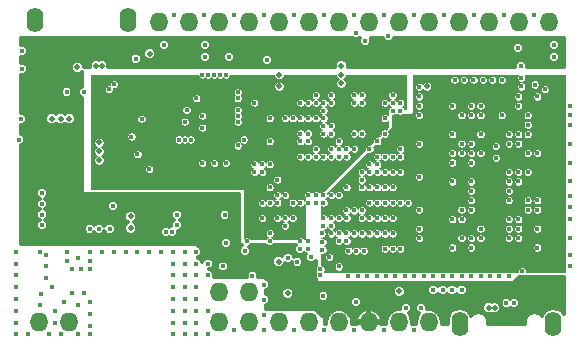
<source format=gbr>
G04 #@! TF.GenerationSoftware,KiCad,Pcbnew,5.0.2-bee76a0~70~ubuntu18.04.1*
G04 #@! TF.CreationDate,2019-05-20T11:18:47+08:00*
G04 #@! TF.ProjectId,require,72657175-6972-4652-9e6b-696361645f70,rev?*
G04 #@! TF.SameCoordinates,Original*
G04 #@! TF.FileFunction,Copper,L5,Inr*
G04 #@! TF.FilePolarity,Positive*
%FSLAX46Y46*%
G04 Gerber Fmt 4.6, Leading zero omitted, Abs format (unit mm)*
G04 Created by KiCad (PCBNEW 5.0.2-bee76a0~70~ubuntu18.04.1) date 2019年05月20日 星期一 11时18分47秒*
%MOMM*%
%LPD*%
G01*
G04 APERTURE LIST*
G04 #@! TA.AperFunction,ViaPad*
%ADD10O,1.587500X1.587500*%
G04 #@! TD*
G04 #@! TA.AperFunction,ViaPad*
%ADD11O,1.400000X2.100000*%
G04 #@! TD*
G04 #@! TA.AperFunction,ViaPad*
%ADD12C,0.400000*%
G04 #@! TD*
G04 #@! TA.AperFunction,ViaPad*
%ADD13C,0.500000*%
G04 #@! TD*
G04 #@! TA.AperFunction,Conductor*
%ADD14C,0.500000*%
G04 #@! TD*
G04 #@! TA.AperFunction,Conductor*
%ADD15C,0.100000*%
G04 #@! TD*
G04 #@! TA.AperFunction,Conductor*
%ADD16C,0.300000*%
G04 #@! TD*
G04 APERTURE END LIST*
D10*
G04 #@! TO.N,/rk3308-io/D2*
G04 #@! TO.C,RP2*
X53610000Y-52300000D03*
G04 #@! TD*
G04 #@! TO.N,/rk3308-io/A0*
G04 #@! TO.C,LP3*
X56150000Y-77700000D03*
G04 #@! TD*
G04 #@! TO.N,/rk3308-io/A1*
G04 #@! TO.C,LP31*
X56150000Y-75160000D03*
G04 #@! TD*
G04 #@! TO.N,/rk3308-io/A2*
G04 #@! TO.C,LP4*
X58690000Y-77700000D03*
G04 #@! TD*
G04 #@! TO.N,/rk3308-io/A3*
G04 #@! TO.C,LP41*
X58690000Y-75160000D03*
G04 #@! TD*
G04 #@! TO.N,/USB_HOST_D2_N*
G04 #@! TO.C,LP9*
X71390000Y-77700000D03*
G04 #@! TD*
G04 #@! TO.N,/USB_HOST_D2_P*
G04 #@! TO.C,LP10*
X73930000Y-77700000D03*
G04 #@! TD*
G04 #@! TO.N,+5V*
G04 #@! TO.C,LP8*
X68850000Y-77700000D03*
G04 #@! TD*
G04 #@! TO.N,GND*
G04 #@! TO.C,LP7*
X66310000Y-77700000D03*
G04 #@! TD*
G04 #@! TO.N,+3V3*
G04 #@! TO.C,LP1*
X40910000Y-77700000D03*
G04 #@! TD*
G04 #@! TO.N,/rk3308-io/D11*
G04 #@! TO.C,RP11*
X76470000Y-52300000D03*
G04 #@! TD*
G04 #@! TO.N,/rk3308-io/D12*
G04 #@! TO.C,RP12*
X79010000Y-52300000D03*
G04 #@! TD*
G04 #@! TO.N,/rk3308-io/D13*
G04 #@! TO.C,RP13*
X81550000Y-52300000D03*
G04 #@! TD*
G04 #@! TO.N,Net-(D820-Pad1)*
G04 #@! TO.C,LP5*
X61230000Y-77700000D03*
G04 #@! TD*
G04 #@! TO.N,Net-(D820-Pad2)*
G04 #@! TO.C,LP6*
X63770000Y-77700000D03*
G04 #@! TD*
G04 #@! TO.N,/rk3308-io/D1*
G04 #@! TO.C,RP1*
X51070000Y-52300000D03*
G04 #@! TD*
G04 #@! TO.N,/rk3308-io/D3*
G04 #@! TO.C,RP3*
X56150000Y-52300000D03*
G04 #@! TD*
G04 #@! TO.N,/rk3308-io/D4*
G04 #@! TO.C,RP4*
X58690000Y-52300000D03*
G04 #@! TD*
G04 #@! TO.N,/rk3308-io/D5*
G04 #@! TO.C,RP5*
X61230000Y-52300000D03*
G04 #@! TD*
G04 #@! TO.N,/rk3308-io/D6*
G04 #@! TO.C,RP6*
X63770000Y-52300000D03*
G04 #@! TD*
G04 #@! TO.N,/rk3308-io/D7*
G04 #@! TO.C,RP7*
X66310000Y-52300000D03*
G04 #@! TD*
G04 #@! TO.N,/rk3308-io/D8*
G04 #@! TO.C,RP8*
X68850000Y-52300000D03*
G04 #@! TD*
G04 #@! TO.N,/rk3308-io/D9*
G04 #@! TO.C,RP9*
X71390000Y-52300000D03*
G04 #@! TD*
G04 #@! TO.N,/rk3308-io/D10*
G04 #@! TO.C,RP10*
X73930000Y-52300000D03*
G04 #@! TD*
G04 #@! TO.N,GND*
G04 #@! TO.C,RP14*
X84090000Y-52300000D03*
G04 #@! TD*
G04 #@! TO.N,GND*
G04 #@! TO.C,LP2*
X43450000Y-77700000D03*
G04 #@! TD*
D11*
G04 #@! TO.N,GND*
G04 #@! TO.C,J800*
X40550000Y-52150000D03*
X48450000Y-52150000D03*
G04 #@! TD*
G04 #@! TO.N,GND*
G04 #@! TO.C,J801*
X84450000Y-77850000D03*
X76550000Y-77850000D03*
G04 #@! TD*
D12*
G04 #@! TO.N,GND*
X81750000Y-57000000D03*
X64750000Y-73750000D03*
X56750000Y-71000000D03*
X56631250Y-68656250D03*
D13*
X44175000Y-56150000D03*
D12*
X52750000Y-62250000D03*
X53250000Y-62249998D03*
X81750000Y-56000000D03*
X59960000Y-74525000D03*
X59960000Y-77065000D03*
X59960000Y-78335000D03*
X64750000Y-73250000D03*
X68250000Y-59150000D03*
X53750000Y-62250000D03*
X83100000Y-63400000D03*
X82300000Y-63400000D03*
X83100000Y-69800000D03*
X83100000Y-71400000D03*
X75900000Y-59400000D03*
X83100000Y-58600000D03*
X75900000Y-63400000D03*
X75900000Y-61799994D03*
X63050000Y-62400000D03*
X59150000Y-64350000D03*
X70200000Y-67600000D03*
X71500000Y-65000000D03*
X69550000Y-65000000D03*
X85900000Y-64200000D03*
X82300000Y-61800000D03*
X57750000Y-59750000D03*
X54750000Y-56750000D03*
X63700000Y-62400000D03*
X60450000Y-66300000D03*
X69550000Y-70200000D03*
X70850000Y-68900000D03*
X73100000Y-70600000D03*
X76700000Y-68200000D03*
X71499998Y-71500000D03*
X83100000Y-67400000D03*
X82300000Y-65000000D03*
X77500000Y-65800000D03*
X83100000Y-68200000D03*
X63050000Y-67600000D03*
X65000000Y-68900000D03*
X68250000Y-65650000D03*
X66300000Y-63050000D03*
X66950000Y-63700000D03*
X65650000Y-63700000D03*
X64350000Y-63700000D03*
X63050000Y-63700000D03*
X59800000Y-64350000D03*
X60450000Y-70200000D03*
X57750000Y-62750000D03*
X57750000Y-58750000D03*
X57750000Y-60750000D03*
X65650000Y-63050000D03*
X54750000Y-60250000D03*
X54750000Y-61250000D03*
X59800000Y-68900000D03*
X85900000Y-70600000D03*
X67600000Y-59150000D03*
X64918750Y-71581250D03*
X76700000Y-62600000D03*
X77500000Y-60200000D03*
X73100000Y-58600000D03*
X73100000Y-60200000D03*
X73100000Y-62600000D03*
X73100000Y-65400000D03*
D13*
X73750000Y-57750000D03*
D12*
X73100000Y-68200000D03*
X85900000Y-65800000D03*
X85900000Y-67000000D03*
X85900000Y-68000000D03*
X85900000Y-69000000D03*
X85900000Y-62600000D03*
X85900000Y-60200000D03*
X85900000Y-59400000D03*
X61100000Y-65650000D03*
X62400000Y-67600000D03*
X66300000Y-63700000D03*
X65000000Y-63700000D03*
X63700000Y-63700000D03*
X64350000Y-63050000D03*
X68250000Y-65000000D03*
X73100000Y-57800000D03*
X56743666Y-64243666D03*
X54743660Y-64250000D03*
X55743684Y-64249999D03*
X68250000Y-68900000D03*
X75900000Y-71400000D03*
X73100000Y-59400000D03*
X79600000Y-63800000D03*
X71500000Y-63050000D03*
X65000000Y-69550000D03*
X68250000Y-70200000D03*
X65650000Y-68900000D03*
X64837500Y-70200000D03*
X75900000Y-68999979D03*
X63700000Y-71500000D03*
X63700000Y-70850000D03*
D13*
X42750000Y-60500000D03*
X46000000Y-63250000D03*
X71400000Y-75100000D03*
D12*
X60450000Y-62400000D03*
X60450000Y-60450000D03*
X53250000Y-60750000D03*
X82300000Y-60200000D03*
X85900000Y-61000000D03*
X85900000Y-72000000D03*
X85900000Y-73000000D03*
X53412490Y-59750000D03*
X70850000Y-58500000D03*
X59150000Y-59150000D03*
X66300000Y-70850000D03*
X73500000Y-73800000D03*
X75900000Y-73800000D03*
X75100000Y-73800000D03*
X74300000Y-73800000D03*
X76700000Y-73800000D03*
X77500000Y-73800000D03*
X78300000Y-73800000D03*
X79100000Y-73800000D03*
X79900000Y-73800000D03*
X80700000Y-73800000D03*
X72700000Y-73800000D03*
X71900000Y-73800000D03*
X71100000Y-73800000D03*
X70300000Y-73800000D03*
X69500000Y-73800000D03*
X68700000Y-73800000D03*
X67900000Y-73800000D03*
X67100000Y-73800000D03*
X66300000Y-73000000D03*
X65500000Y-72200000D03*
X64918750Y-70931250D03*
X75100000Y-75000000D03*
X75900000Y-75000000D03*
X76700000Y-75000000D03*
X74300000Y-75000000D03*
X81800000Y-73400000D03*
X46250000Y-71750000D03*
X47250000Y-71750000D03*
X48250000Y-71750000D03*
X49250000Y-71750000D03*
X50250000Y-71750000D03*
X52250000Y-71750000D03*
X54250000Y-71750000D03*
X53250000Y-71750000D03*
X53250000Y-78750000D03*
X53250000Y-77750000D03*
X53250000Y-75750000D03*
X53250000Y-74750000D03*
X53250000Y-73750000D03*
X53250000Y-72750000D03*
X45250000Y-73200000D03*
X43700000Y-73200000D03*
X44250000Y-72250000D03*
X43250000Y-72500000D03*
X43250000Y-71750000D03*
X45250000Y-72500000D03*
X54250000Y-78750000D03*
X53250000Y-76750000D03*
X54250000Y-74750000D03*
X54250000Y-73750000D03*
X54250000Y-72750000D03*
X54250000Y-75750000D03*
X44750000Y-75250000D03*
X43750000Y-75250000D03*
X51250000Y-71750000D03*
X41500000Y-73000000D03*
X41500000Y-72000000D03*
X54250000Y-76750000D03*
X54250000Y-77750000D03*
X55250000Y-76750000D03*
X55250000Y-78750000D03*
X55250000Y-73750000D03*
X55250000Y-72750000D03*
X51700000Y-70100000D03*
X52200000Y-70100000D03*
X56500000Y-73000000D03*
X45250000Y-71750000D03*
X80100000Y-60200000D03*
D13*
X62000000Y-75250000D03*
D12*
X63943750Y-72231250D03*
X39000000Y-71750000D03*
X39000000Y-72750000D03*
X39000000Y-73750000D03*
X39000000Y-74750000D03*
X39000000Y-75750000D03*
X39000000Y-76750000D03*
X39000000Y-78750000D03*
X39000000Y-77750000D03*
X41000000Y-71750000D03*
X41100000Y-75300000D03*
X41000000Y-76250000D03*
X42250000Y-76750000D03*
X41500000Y-74000000D03*
X42000000Y-74700000D03*
X44250000Y-76250000D03*
X45250000Y-77000000D03*
X45250000Y-78750000D03*
X44250000Y-78750000D03*
X42750000Y-78750000D03*
X40000000Y-78750000D03*
X45250000Y-76000000D03*
D13*
X46000000Y-62500000D03*
D12*
X48750000Y-62000000D03*
X49250000Y-63500000D03*
X50250000Y-64750000D03*
D13*
X50300000Y-55000000D03*
D12*
X49100000Y-55400000D03*
X52250000Y-72750000D03*
X52250000Y-73750000D03*
X52250000Y-74750000D03*
X52250000Y-75750000D03*
X52250000Y-76750000D03*
X52250000Y-77750000D03*
X52250000Y-78750000D03*
D13*
X45750000Y-56000000D03*
X46250000Y-56000000D03*
X79000000Y-76500000D03*
X79500000Y-76500000D03*
D12*
X43000000Y-76000000D03*
X44500000Y-73200000D03*
X45250000Y-78000000D03*
X42250000Y-77750000D03*
X41750000Y-78750000D03*
X39250000Y-62250000D03*
X43250000Y-58250000D03*
X44750000Y-58250000D03*
X67750000Y-76000000D03*
X72000000Y-76500000D03*
X73250000Y-76500000D03*
D13*
X66500000Y-56750000D03*
X66500000Y-56000000D03*
X66500000Y-57500000D03*
D12*
X76100000Y-57200000D03*
X76900000Y-57200000D03*
X77700000Y-57200000D03*
X78500000Y-57200000D03*
X79300000Y-57200000D03*
X80100000Y-57200000D03*
X81750000Y-57750000D03*
X84500000Y-54250000D03*
X84500000Y-55250000D03*
X81500000Y-54500000D03*
X83750000Y-58000000D03*
X60250000Y-55500000D03*
X62000000Y-72250000D03*
X65000000Y-75500000D03*
X52340000Y-51665000D03*
X54880000Y-51665000D03*
X57420000Y-51665000D03*
X59960000Y-51665000D03*
X62500000Y-51665000D03*
X65040000Y-51665000D03*
X67580000Y-51665000D03*
X70120000Y-51665000D03*
X72660000Y-51665000D03*
X75200000Y-51665000D03*
X77740000Y-51665000D03*
X80280000Y-51665000D03*
X82820000Y-51665000D03*
X72660000Y-78335000D03*
X70120000Y-78335000D03*
X62500000Y-78335000D03*
X65040000Y-78335000D03*
X67580000Y-78335000D03*
X57420000Y-78335000D03*
X59960000Y-75795000D03*
X39500000Y-56250000D03*
X39500000Y-54750000D03*
D13*
X43500000Y-60500000D03*
X42000000Y-60500000D03*
X46000000Y-64000000D03*
D12*
X60450000Y-64350000D03*
X66300000Y-66950000D03*
X66950000Y-66300000D03*
X65650000Y-66950000D03*
X68900000Y-64350000D03*
X69550000Y-63700000D03*
X70500000Y-53500000D03*
X58987500Y-73775000D03*
X58337500Y-71662500D03*
G04 #@! TO.N,/ddr/DDR_A1*
X80700000Y-69800000D03*
X68412500Y-71662500D03*
G04 #@! TO.N,/ddr/DDR_A7*
X70850000Y-71500000D03*
X77500000Y-70600000D03*
G04 #@! TO.N,/ddr/DDR_A2*
X78300000Y-69800000D03*
X70200000Y-71500000D03*
G04 #@! TO.N,/ddr/DDR_A11*
X80700000Y-70600000D03*
X67112500Y-71662500D03*
G04 #@! TO.N,/ddr/DDR_A6*
X81500000Y-70600000D03*
X67762500Y-71662500D03*
G04 #@! TO.N,/ddr/DDR_A12*
X80700000Y-69000000D03*
X67600000Y-70200000D03*
G04 #@! TO.N,/ddr/DDR_A3*
X68250000Y-68250000D03*
X76700000Y-69000000D03*
G04 #@! TO.N,/ddr/DDR_A4*
X81500000Y-69800000D03*
X66950000Y-70850000D03*
G04 #@! TO.N,/ddr/DDR_A13*
X65650000Y-69550000D03*
X77500000Y-71400000D03*
G04 #@! TO.N,/ddr/DDR_A9*
X78300000Y-70600000D03*
X66950000Y-68900000D03*
G04 #@! TO.N,/ddr/DDR_A10*
X66300000Y-70200000D03*
X80700004Y-67400000D03*
G04 #@! TO.N,/ddr/DDR_D5*
X71500000Y-67600000D03*
X78300000Y-59400000D03*
G04 #@! TO.N,/ddr/DDR_D3*
X71500000Y-63700000D03*
X81500000Y-58600000D03*
G04 #@! TO.N,/ddr/DDR_CLKN*
X70850000Y-70200000D03*
X81500000Y-65800000D03*
G04 #@! TO.N,/ddr/DDR_D4*
X82300000Y-61000000D03*
X72150000Y-67600000D03*
G04 #@! TO.N,/ddr/DDR_D9*
X69550000Y-67600000D03*
X77500000Y-62600000D03*
G04 #@! TO.N,/ddr/DDR_DQS1P*
X78300000Y-63400000D03*
X70850000Y-66300000D03*
G04 #@! TO.N,/ddr/DDR_D7*
X70850000Y-65000000D03*
X81500000Y-59400000D03*
G04 #@! TO.N,/ddr/DDR_D12*
X70200000Y-65000000D03*
X76700000Y-63400000D03*
G04 #@! TO.N,/ddr/DDR_D14*
X70850000Y-63700000D03*
X81500000Y-62600000D03*
G04 #@! TO.N,/ddr/DDR_CLKP*
X80700000Y-65800000D03*
X70200000Y-70200000D03*
G04 #@! TO.N,/ddr/DDR_D11*
X81500000Y-65000000D03*
X70200000Y-68900000D03*
G04 #@! TO.N,/ddr/DDR_D6*
X69550000Y-68900000D03*
X81500000Y-61800000D03*
G04 #@! TO.N,/ddr/DDR_D13*
X70850000Y-67600000D03*
X78300000Y-61800000D03*
G04 #@! TO.N,/ddr/DDR_DQS1N*
X77500000Y-63400000D03*
X70200000Y-66300000D03*
G04 #@! TO.N,/ddr/DDR_DM1*
X80700000Y-61800000D03*
X70200000Y-63700000D03*
G04 #@! TO.N,/ddr/DDR_RESET*
X76700000Y-70600000D03*
X68900000Y-68900000D03*
G04 #@! TO.N,/ddr/DDR_D8*
X68900000Y-67600000D03*
X80700000Y-65000000D03*
G04 #@! TO.N,/ddr/DDR_D2*
X78300000Y-60200000D03*
X68900000Y-66300000D03*
G04 #@! TO.N,/ddr/DDR_D0*
X76700000Y-60200000D03*
X69550000Y-66300000D03*
G04 #@! TO.N,/ddr/DDR_D10*
X80700000Y-62600000D03*
X69550000Y-64350000D03*
G04 #@! TO.N,/ddr/DDR_ODT0*
X73100000Y-69800000D03*
X68900000Y-70200000D03*
X75900000Y-65800000D03*
G04 #@! TO.N,/ddr/DDR_D1*
X77500000Y-59400000D03*
X68250000Y-66300000D03*
G04 #@! TO.N,/ddr/DDR_D15*
X77500000Y-64200000D03*
X68900000Y-65000000D03*
G04 #@! TO.N,/ddr/DDR_BA2*
X77500000Y-68200000D03*
X67600000Y-68250000D03*
G04 #@! TO.N,/ddr/DDR_BA1*
X81500000Y-69000000D03*
X66950000Y-70200000D03*
G04 #@! TO.N,/ddr/DDR_CASN*
X77500000Y-66600000D03*
X66300000Y-68900000D03*
G04 #@! TO.N,/ddr/DDR_WEN*
X77500000Y-67400000D03*
X66949952Y-68250000D03*
G04 #@! TO.N,/ddr/DDR_CKE0*
X65650000Y-70200000D03*
X80700000Y-66600000D03*
G04 #@! TO.N,VCC_DDR*
X83100000Y-61000000D03*
X83100000Y-64200000D03*
X83100000Y-69000000D03*
X83100000Y-70600000D03*
X75900000Y-62600000D03*
X76700000Y-64200000D03*
X75900000Y-70600000D03*
X75900000Y-68200000D03*
X81500000Y-63400000D03*
X76700000Y-59400000D03*
X67600000Y-66300000D03*
X66950000Y-66950000D03*
X66300000Y-67600000D03*
X65650000Y-68250000D03*
X75899986Y-60200000D03*
X83100000Y-62600000D03*
X76700000Y-61800000D03*
X76700000Y-65800000D03*
X82300000Y-65800000D03*
X65650000Y-67600000D03*
D13*
X75250000Y-57750000D03*
D12*
X83100000Y-60200000D03*
X82300000Y-59400000D03*
D13*
X85250000Y-57500000D03*
X85250000Y-58250000D03*
D12*
X83100000Y-72000000D03*
X83100000Y-73000000D03*
G04 #@! TO.N,/emmc/EMMC_RST*
X65000000Y-61750000D03*
G04 #@! TO.N,Net-(R50-Pad1)*
X82300000Y-67400000D03*
G04 #@! TO.N,/emmc/VDDi*
X57740000Y-58240000D03*
G04 #@! TO.N,/rk3308-io/I2C1_SCL*
X71500000Y-59800000D03*
G04 #@! TO.N,/rk3308-io/I2C1_SDA*
X70850000Y-59800000D03*
G04 #@! TO.N,/rk3308-io/WIFI_WAKE_HOST*
X68900000Y-63050000D03*
X52600000Y-68600000D03*
G04 #@! TO.N,/rk3308-io/WIFI_REG_ON*
X69550000Y-62400000D03*
X52600000Y-69500000D03*
G04 #@! TO.N,/rk3308-io/HOST_WAKE_BT*
X61100000Y-67600000D03*
X46000000Y-69800000D03*
G04 #@! TO.N,/rk3308-io/BT_WAKE_HOST*
X46900000Y-69800000D03*
X61100000Y-66950000D03*
G04 #@! TO.N,/rk3308-io/UART4_TXD*
X61750000Y-66950000D03*
X41200000Y-68600000D03*
G04 #@! TO.N,/rk3308-io/UART4_RXD*
X60450000Y-67600000D03*
X41200000Y-67700000D03*
G04 #@! TO.N,/rk3308-io/UART4_RTS*
X59800000Y-65000000D03*
X41200000Y-69500000D03*
G04 #@! TO.N,/rk3308-io/BT_REG_ON*
X39374990Y-60500000D03*
X59800000Y-67625010D03*
G04 #@! TO.N,/rk3308-io/UART4_CTS*
X59150000Y-65000000D03*
X41200000Y-66800000D03*
G04 #@! TO.N,/rk3308-io/A4*
X60450000Y-70850000D03*
G04 #@! TO.N,/rk3308-io/D1*
X63700000Y-59150000D03*
X55000000Y-54250000D03*
G04 #@! TO.N,/rk3308-io/D2*
X63700000Y-61750000D03*
X51500000Y-54250000D03*
X55000000Y-55250000D03*
G04 #@! TO.N,/rk3308-io/D3*
X62400000Y-60450000D03*
G04 #@! TO.N,/rk3308-io/D4*
X61750000Y-60450000D03*
G04 #@! TO.N,/rk3308-io/D7*
X65650000Y-59150000D03*
G04 #@! TO.N,/rk3308-io/D8*
X65650000Y-61750000D03*
G04 #@! TO.N,/rk3308-io/D9*
X65000000Y-60450000D03*
X67750000Y-53250000D03*
G04 #@! TO.N,/rk3308-io/D10*
X65650000Y-61100000D03*
X68550000Y-53900000D03*
G04 #@! TO.N,/rk3308-io/D11*
X70850000Y-59150000D03*
G04 #@! TO.N,/rk3308-io/D12*
X71500000Y-59150000D03*
G04 #@! TO.N,/rk3308-io/D13*
X70200000Y-60450000D03*
G04 #@! TO.N,/wireless/LPO*
X70200000Y-59150000D03*
X49600004Y-60500000D03*
G04 #@! TO.N,/emmc/EMMC_D7*
X63700000Y-60450000D03*
X54250000Y-58750000D03*
G04 #@! TO.N,/emmc/EMMC_CLK*
X63050000Y-61750000D03*
G04 #@! TO.N,/emmc/EMMC_CMD*
X63050000Y-60450000D03*
X58250000Y-62250000D03*
G04 #@! TO.N,/emmc/EMMC_D6*
X65000000Y-61100000D03*
X57750000Y-60250000D03*
G04 #@! TO.N,/emmc/EMMC_D2*
X64350000Y-58500000D03*
X55250000Y-56750000D03*
G04 #@! TO.N,/emmc/EMMC_D5*
X65000000Y-59800000D03*
G04 #@! TO.N,/emmc/EMMC_D1*
X63050000Y-59150000D03*
X55750000Y-56750000D03*
G04 #@! TO.N,/emmc/EMMC_D4*
X64350000Y-59150000D03*
X56750000Y-56750000D03*
G04 #@! TO.N,/emmc/EMMC_D3*
X65000000Y-59150000D03*
G04 #@! TO.N,/USB_OTG_D_P*
X63050000Y-70850000D03*
X47262135Y-57562564D03*
G04 #@! TO.N,/USB_OTG_D_N*
X63050000Y-71500000D03*
X46837869Y-57986830D03*
D13*
G04 #@! TO.N,+3V3*
X46750000Y-65250000D03*
D12*
X70200000Y-58500000D03*
D13*
X48700000Y-69750000D03*
D12*
X64350000Y-61750000D03*
X54750000Y-58750000D03*
X54750000Y-59750000D03*
X54750000Y-60750000D03*
X62400000Y-69550000D03*
X63050000Y-66300000D03*
X70200000Y-59800000D03*
X61100000Y-64350000D03*
X56243695Y-64249991D03*
X55243673Y-64250000D03*
D13*
X46000000Y-65250000D03*
D12*
X46200000Y-61500000D03*
X68250000Y-63050000D03*
X53250000Y-61250000D03*
D13*
X48700000Y-68750000D03*
X50200000Y-60500000D03*
X49250000Y-58000000D03*
D12*
X57000000Y-55250000D03*
X60250000Y-57000000D03*
G04 #@! TO.N,+1V8*
X61100000Y-68900000D03*
G04 #@! TO.N,+1V8A*
X61750000Y-68900000D03*
G04 #@! TO.N,+1V0L*
X64350000Y-67600000D03*
X65000000Y-67600000D03*
X65000000Y-66950000D03*
X64350000Y-66950000D03*
X63700000Y-66950000D03*
X63700000Y-67600000D03*
D13*
X61200000Y-72600000D03*
G04 #@! TO.N,+1V0C*
X61250000Y-56750000D03*
X61250000Y-57750000D03*
D12*
X66950000Y-63050000D03*
X66300000Y-62400000D03*
X68250014Y-61750000D03*
X67600000Y-61750000D03*
X67600000Y-63050000D03*
X68250000Y-58500000D03*
G04 #@! TO.N,+1V0*
X62400000Y-68900000D03*
D13*
G04 #@! TO.N,+5V*
X42700000Y-56250000D03*
D12*
X40500000Y-58500000D03*
D13*
X79500000Y-54500000D03*
X43200000Y-56250000D03*
X81800000Y-74150000D03*
X82300000Y-74150000D03*
D12*
X44500000Y-62250000D03*
D13*
X68250000Y-54500000D03*
X67000000Y-75500000D03*
D12*
X65650000Y-58500000D03*
G04 #@! TO.N,Net-(C330-Pad1)*
X75900000Y-64200000D03*
X82300000Y-68200000D03*
X79600000Y-62800000D03*
G04 #@! TO.N,Net-(C520-Pad1)*
X45200000Y-69800000D03*
G04 #@! TO.N,Net-(C521-Pad1)*
X47200000Y-67900000D03*
G04 #@! TO.N,Net-(C202-Pad2)*
X67600000Y-58500000D03*
G04 #@! TO.N,Net-(C222-Pad2)*
X62800000Y-72600000D03*
G04 #@! TO.N,Net-(C232-Pad2)*
X82900000Y-57600000D03*
G04 #@! TO.N,/rk3308-io/USB_EXTR*
X61750000Y-69550000D03*
G04 #@! TO.N,/rk3308-io/EMMC_VSEL*
X70200000Y-61750000D03*
G04 #@! TO.N,/emmc/EMMC_D0*
X64350000Y-60450000D03*
X56250000Y-56750000D03*
G04 #@! TO.N,Net-(C110-Pad1)*
X58500000Y-70850000D03*
G04 #@! TO.N,/USB_HOST_D3_P*
X81150000Y-76100000D03*
G04 #@! TO.N,/USB_HOST_D3_N*
X80500000Y-76100000D03*
G04 #@! TD*
D14*
G04 #@! TO.N,VCC_DDR*
X83100000Y-73000000D02*
X83100000Y-72000000D01*
G04 #@! TD*
D15*
G04 #@! TO.N,VCC_DDR*
G36*
X81453284Y-56801741D02*
X81400000Y-56930381D01*
X81400000Y-57069619D01*
X81453284Y-57198259D01*
X81551741Y-57296716D01*
X81680381Y-57350000D01*
X81819619Y-57350000D01*
X81948259Y-57296716D01*
X82046716Y-57198259D01*
X82100000Y-57069619D01*
X82100000Y-56930381D01*
X82046716Y-56801741D01*
X82044975Y-56800000D01*
X85450000Y-56800000D01*
X85450000Y-73450000D01*
X82150000Y-73450000D01*
X82150000Y-73330381D01*
X82096716Y-73201741D01*
X81998259Y-73103284D01*
X81869619Y-73050000D01*
X81730381Y-73050000D01*
X81601741Y-73103284D01*
X81503284Y-73201741D01*
X81450000Y-73330381D01*
X81450000Y-73450000D01*
X65044975Y-73450000D01*
X65046716Y-73448259D01*
X65100000Y-73319619D01*
X65100000Y-73180381D01*
X65046716Y-73051741D01*
X64948259Y-72953284D01*
X64892966Y-72930381D01*
X65950000Y-72930381D01*
X65950000Y-73069619D01*
X66003284Y-73198259D01*
X66101741Y-73296716D01*
X66230381Y-73350000D01*
X66369619Y-73350000D01*
X66498259Y-73296716D01*
X66596716Y-73198259D01*
X66650000Y-73069619D01*
X66650000Y-72930381D01*
X66596716Y-72801741D01*
X66498259Y-72703284D01*
X66369619Y-72650000D01*
X66230381Y-72650000D01*
X66101741Y-72703284D01*
X66003284Y-72801741D01*
X65950000Y-72930381D01*
X64892966Y-72930381D01*
X64819619Y-72900000D01*
X64800000Y-72900000D01*
X64800000Y-72130381D01*
X65150000Y-72130381D01*
X65150000Y-72269619D01*
X65203284Y-72398259D01*
X65301741Y-72496716D01*
X65430381Y-72550000D01*
X65569619Y-72550000D01*
X65698259Y-72496716D01*
X65796716Y-72398259D01*
X65850000Y-72269619D01*
X65850000Y-72130381D01*
X65796716Y-72001741D01*
X65698259Y-71903284D01*
X65569619Y-71850000D01*
X65430381Y-71850000D01*
X65301741Y-71903284D01*
X65203284Y-72001741D01*
X65150000Y-72130381D01*
X64800000Y-72130381D01*
X64800000Y-71910899D01*
X64849131Y-71931250D01*
X64988369Y-71931250D01*
X65117009Y-71877966D01*
X65215466Y-71779509D01*
X65268750Y-71650869D01*
X65268750Y-71592881D01*
X66762500Y-71592881D01*
X66762500Y-71732119D01*
X66815784Y-71860759D01*
X66914241Y-71959216D01*
X67042881Y-72012500D01*
X67182119Y-72012500D01*
X67310759Y-71959216D01*
X67409216Y-71860759D01*
X67437500Y-71792475D01*
X67465784Y-71860759D01*
X67564241Y-71959216D01*
X67692881Y-72012500D01*
X67832119Y-72012500D01*
X67960759Y-71959216D01*
X68059216Y-71860759D01*
X68087500Y-71792475D01*
X68115784Y-71860759D01*
X68214241Y-71959216D01*
X68342881Y-72012500D01*
X68482119Y-72012500D01*
X68610759Y-71959216D01*
X68709216Y-71860759D01*
X68762500Y-71732119D01*
X68762500Y-71592881D01*
X68709216Y-71464241D01*
X68675356Y-71430381D01*
X69850000Y-71430381D01*
X69850000Y-71569619D01*
X69903284Y-71698259D01*
X70001741Y-71796716D01*
X70130381Y-71850000D01*
X70269619Y-71850000D01*
X70398259Y-71796716D01*
X70496716Y-71698259D01*
X70525000Y-71629975D01*
X70553284Y-71698259D01*
X70651741Y-71796716D01*
X70780381Y-71850000D01*
X70919619Y-71850000D01*
X71048259Y-71796716D01*
X71146716Y-71698259D01*
X71174999Y-71629977D01*
X71203282Y-71698259D01*
X71301739Y-71796716D01*
X71430379Y-71850000D01*
X71569617Y-71850000D01*
X71698257Y-71796716D01*
X71796714Y-71698259D01*
X71849998Y-71569619D01*
X71849998Y-71430381D01*
X71808577Y-71330381D01*
X75550000Y-71330381D01*
X75550000Y-71469619D01*
X75603284Y-71598259D01*
X75701741Y-71696716D01*
X75830381Y-71750000D01*
X75969619Y-71750000D01*
X76098259Y-71696716D01*
X76196716Y-71598259D01*
X76250000Y-71469619D01*
X76250000Y-71330381D01*
X77150000Y-71330381D01*
X77150000Y-71469619D01*
X77203284Y-71598259D01*
X77301741Y-71696716D01*
X77430381Y-71750000D01*
X77569619Y-71750000D01*
X77698259Y-71696716D01*
X77796716Y-71598259D01*
X77850000Y-71469619D01*
X77850000Y-71330381D01*
X82750000Y-71330381D01*
X82750000Y-71469619D01*
X82803284Y-71598259D01*
X82901741Y-71696716D01*
X83030381Y-71750000D01*
X83169619Y-71750000D01*
X83298259Y-71696716D01*
X83396716Y-71598259D01*
X83450000Y-71469619D01*
X83450000Y-71330381D01*
X83396716Y-71201741D01*
X83298259Y-71103284D01*
X83169619Y-71050000D01*
X83030381Y-71050000D01*
X82901741Y-71103284D01*
X82803284Y-71201741D01*
X82750000Y-71330381D01*
X77850000Y-71330381D01*
X77796716Y-71201741D01*
X77698259Y-71103284D01*
X77569619Y-71050000D01*
X77430381Y-71050000D01*
X77301741Y-71103284D01*
X77203284Y-71201741D01*
X77150000Y-71330381D01*
X76250000Y-71330381D01*
X76196716Y-71201741D01*
X76098259Y-71103284D01*
X75969619Y-71050000D01*
X75830381Y-71050000D01*
X75701741Y-71103284D01*
X75603284Y-71201741D01*
X75550000Y-71330381D01*
X71808577Y-71330381D01*
X71796714Y-71301741D01*
X71698257Y-71203284D01*
X71569617Y-71150000D01*
X71430379Y-71150000D01*
X71301739Y-71203284D01*
X71203282Y-71301741D01*
X71174999Y-71370023D01*
X71146716Y-71301741D01*
X71048259Y-71203284D01*
X70919619Y-71150000D01*
X70780381Y-71150000D01*
X70651741Y-71203284D01*
X70553284Y-71301741D01*
X70525000Y-71370025D01*
X70496716Y-71301741D01*
X70398259Y-71203284D01*
X70269619Y-71150000D01*
X70130381Y-71150000D01*
X70001741Y-71203284D01*
X69903284Y-71301741D01*
X69850000Y-71430381D01*
X68675356Y-71430381D01*
X68610759Y-71365784D01*
X68482119Y-71312500D01*
X68342881Y-71312500D01*
X68214241Y-71365784D01*
X68115784Y-71464241D01*
X68087500Y-71532525D01*
X68059216Y-71464241D01*
X67960759Y-71365784D01*
X67832119Y-71312500D01*
X67692881Y-71312500D01*
X67564241Y-71365784D01*
X67465784Y-71464241D01*
X67437500Y-71532525D01*
X67409216Y-71464241D01*
X67310759Y-71365784D01*
X67182119Y-71312500D01*
X67042881Y-71312500D01*
X66914241Y-71365784D01*
X66815784Y-71464241D01*
X66762500Y-71592881D01*
X65268750Y-71592881D01*
X65268750Y-71511631D01*
X65215466Y-71382991D01*
X65117009Y-71284534D01*
X65048725Y-71256250D01*
X65117009Y-71227966D01*
X65215466Y-71129509D01*
X65268750Y-71000869D01*
X65268750Y-70861631D01*
X65215466Y-70732991D01*
X65117009Y-70634534D01*
X64988369Y-70581250D01*
X64849131Y-70581250D01*
X64800000Y-70601601D01*
X64800000Y-70550000D01*
X64907119Y-70550000D01*
X65035759Y-70496716D01*
X65134216Y-70398259D01*
X65187500Y-70269619D01*
X65187500Y-70130381D01*
X65134216Y-70001741D01*
X65035759Y-69903284D01*
X65027831Y-69900000D01*
X65069619Y-69900000D01*
X65198259Y-69846716D01*
X65296716Y-69748259D01*
X65325000Y-69679975D01*
X65353284Y-69748259D01*
X65451741Y-69846716D01*
X65520025Y-69875000D01*
X65451741Y-69903284D01*
X65353284Y-70001741D01*
X65300000Y-70130381D01*
X65300000Y-70269619D01*
X65353284Y-70398259D01*
X65451741Y-70496716D01*
X65580381Y-70550000D01*
X65719619Y-70550000D01*
X65848259Y-70496716D01*
X65946716Y-70398259D01*
X65975000Y-70329975D01*
X66003284Y-70398259D01*
X66101741Y-70496716D01*
X66170025Y-70525000D01*
X66101741Y-70553284D01*
X66003284Y-70651741D01*
X65950000Y-70780381D01*
X65950000Y-70919619D01*
X66003284Y-71048259D01*
X66101741Y-71146716D01*
X66230381Y-71200000D01*
X66369619Y-71200000D01*
X66498259Y-71146716D01*
X66596716Y-71048259D01*
X66625000Y-70979975D01*
X66653284Y-71048259D01*
X66751741Y-71146716D01*
X66880381Y-71200000D01*
X67019619Y-71200000D01*
X67148259Y-71146716D01*
X67246716Y-71048259D01*
X67300000Y-70919619D01*
X67300000Y-70780381D01*
X67246716Y-70651741D01*
X67148259Y-70553284D01*
X67079975Y-70525000D01*
X67148259Y-70496716D01*
X67246716Y-70398259D01*
X67275000Y-70329975D01*
X67303284Y-70398259D01*
X67401741Y-70496716D01*
X67530381Y-70550000D01*
X67669619Y-70550000D01*
X67798259Y-70496716D01*
X67896716Y-70398259D01*
X67925000Y-70329975D01*
X67953284Y-70398259D01*
X68051741Y-70496716D01*
X68180381Y-70550000D01*
X68319619Y-70550000D01*
X68448259Y-70496716D01*
X68546716Y-70398259D01*
X68575000Y-70329975D01*
X68603284Y-70398259D01*
X68701741Y-70496716D01*
X68830381Y-70550000D01*
X68969619Y-70550000D01*
X69098259Y-70496716D01*
X69196716Y-70398259D01*
X69225000Y-70329975D01*
X69253284Y-70398259D01*
X69351741Y-70496716D01*
X69480381Y-70550000D01*
X69619619Y-70550000D01*
X69748259Y-70496716D01*
X69846716Y-70398259D01*
X69875000Y-70329975D01*
X69903284Y-70398259D01*
X70001741Y-70496716D01*
X70130381Y-70550000D01*
X70269619Y-70550000D01*
X70398259Y-70496716D01*
X70496716Y-70398259D01*
X70525000Y-70329975D01*
X70553284Y-70398259D01*
X70651741Y-70496716D01*
X70780381Y-70550000D01*
X70919619Y-70550000D01*
X70966983Y-70530381D01*
X72750000Y-70530381D01*
X72750000Y-70669619D01*
X72803284Y-70798259D01*
X72901741Y-70896716D01*
X73030381Y-70950000D01*
X73169619Y-70950000D01*
X73298259Y-70896716D01*
X73396716Y-70798259D01*
X73450000Y-70669619D01*
X73450000Y-70530381D01*
X76350000Y-70530381D01*
X76350000Y-70669619D01*
X76403284Y-70798259D01*
X76501741Y-70896716D01*
X76630381Y-70950000D01*
X76769619Y-70950000D01*
X76898259Y-70896716D01*
X76996716Y-70798259D01*
X77050000Y-70669619D01*
X77050000Y-70530381D01*
X77150000Y-70530381D01*
X77150000Y-70669619D01*
X77203284Y-70798259D01*
X77301741Y-70896716D01*
X77430381Y-70950000D01*
X77569619Y-70950000D01*
X77698259Y-70896716D01*
X77796716Y-70798259D01*
X77850000Y-70669619D01*
X77850000Y-70530381D01*
X77950000Y-70530381D01*
X77950000Y-70669619D01*
X78003284Y-70798259D01*
X78101741Y-70896716D01*
X78230381Y-70950000D01*
X78369619Y-70950000D01*
X78498259Y-70896716D01*
X78596716Y-70798259D01*
X78650000Y-70669619D01*
X78650000Y-70530381D01*
X80350000Y-70530381D01*
X80350000Y-70669619D01*
X80403284Y-70798259D01*
X80501741Y-70896716D01*
X80630381Y-70950000D01*
X80769619Y-70950000D01*
X80898259Y-70896716D01*
X80996716Y-70798259D01*
X81050000Y-70669619D01*
X81050000Y-70530381D01*
X81150000Y-70530381D01*
X81150000Y-70669619D01*
X81203284Y-70798259D01*
X81301741Y-70896716D01*
X81430381Y-70950000D01*
X81569619Y-70950000D01*
X81698259Y-70896716D01*
X81796716Y-70798259D01*
X81850000Y-70669619D01*
X81850000Y-70530381D01*
X81796716Y-70401741D01*
X81698259Y-70303284D01*
X81569619Y-70250000D01*
X81430381Y-70250000D01*
X81301741Y-70303284D01*
X81203284Y-70401741D01*
X81150000Y-70530381D01*
X81050000Y-70530381D01*
X80996716Y-70401741D01*
X80898259Y-70303284D01*
X80769619Y-70250000D01*
X80630381Y-70250000D01*
X80501741Y-70303284D01*
X80403284Y-70401741D01*
X80350000Y-70530381D01*
X78650000Y-70530381D01*
X78596716Y-70401741D01*
X78498259Y-70303284D01*
X78369619Y-70250000D01*
X78230381Y-70250000D01*
X78101741Y-70303284D01*
X78003284Y-70401741D01*
X77950000Y-70530381D01*
X77850000Y-70530381D01*
X77796716Y-70401741D01*
X77698259Y-70303284D01*
X77569619Y-70250000D01*
X77430381Y-70250000D01*
X77301741Y-70303284D01*
X77203284Y-70401741D01*
X77150000Y-70530381D01*
X77050000Y-70530381D01*
X76996716Y-70401741D01*
X76898259Y-70303284D01*
X76769619Y-70250000D01*
X76630381Y-70250000D01*
X76501741Y-70303284D01*
X76403284Y-70401741D01*
X76350000Y-70530381D01*
X73450000Y-70530381D01*
X73396716Y-70401741D01*
X73298259Y-70303284D01*
X73169619Y-70250000D01*
X73030381Y-70250000D01*
X72901741Y-70303284D01*
X72803284Y-70401741D01*
X72750000Y-70530381D01*
X70966983Y-70530381D01*
X71048259Y-70496716D01*
X71146716Y-70398259D01*
X71200000Y-70269619D01*
X71200000Y-70130381D01*
X71146716Y-70001741D01*
X71048259Y-69903284D01*
X70919619Y-69850000D01*
X70780381Y-69850000D01*
X70651741Y-69903284D01*
X70553284Y-70001741D01*
X70525000Y-70070025D01*
X70496716Y-70001741D01*
X70398259Y-69903284D01*
X70269619Y-69850000D01*
X70130381Y-69850000D01*
X70001741Y-69903284D01*
X69903284Y-70001741D01*
X69875000Y-70070025D01*
X69846716Y-70001741D01*
X69748259Y-69903284D01*
X69619619Y-69850000D01*
X69480381Y-69850000D01*
X69351741Y-69903284D01*
X69253284Y-70001741D01*
X69225000Y-70070025D01*
X69196716Y-70001741D01*
X69098259Y-69903284D01*
X68969619Y-69850000D01*
X68830381Y-69850000D01*
X68701741Y-69903284D01*
X68603284Y-70001741D01*
X68575000Y-70070025D01*
X68546716Y-70001741D01*
X68448259Y-69903284D01*
X68319619Y-69850000D01*
X68180381Y-69850000D01*
X68051741Y-69903284D01*
X67953284Y-70001741D01*
X67925000Y-70070025D01*
X67896716Y-70001741D01*
X67798259Y-69903284D01*
X67669619Y-69850000D01*
X67530381Y-69850000D01*
X67401741Y-69903284D01*
X67303284Y-70001741D01*
X67275000Y-70070025D01*
X67246716Y-70001741D01*
X67148259Y-69903284D01*
X67019619Y-69850000D01*
X66880381Y-69850000D01*
X66751741Y-69903284D01*
X66653284Y-70001741D01*
X66625000Y-70070025D01*
X66596716Y-70001741D01*
X66498259Y-69903284D01*
X66369619Y-69850000D01*
X66230381Y-69850000D01*
X66101741Y-69903284D01*
X66003284Y-70001741D01*
X65975000Y-70070025D01*
X65946716Y-70001741D01*
X65848259Y-69903284D01*
X65779975Y-69875000D01*
X65848259Y-69846716D01*
X65946716Y-69748259D01*
X65954121Y-69730381D01*
X72750000Y-69730381D01*
X72750000Y-69869619D01*
X72803284Y-69998259D01*
X72901741Y-70096716D01*
X73030381Y-70150000D01*
X73169619Y-70150000D01*
X73298259Y-70096716D01*
X73396716Y-69998259D01*
X73450000Y-69869619D01*
X73450000Y-69730381D01*
X77950000Y-69730381D01*
X77950000Y-69869619D01*
X78003284Y-69998259D01*
X78101741Y-70096716D01*
X78230381Y-70150000D01*
X78369619Y-70150000D01*
X78498259Y-70096716D01*
X78596716Y-69998259D01*
X78650000Y-69869619D01*
X78650000Y-69730381D01*
X80350000Y-69730381D01*
X80350000Y-69869619D01*
X80403284Y-69998259D01*
X80501741Y-70096716D01*
X80630381Y-70150000D01*
X80769619Y-70150000D01*
X80898259Y-70096716D01*
X80996716Y-69998259D01*
X81050000Y-69869619D01*
X81050000Y-69730381D01*
X81150000Y-69730381D01*
X81150000Y-69869619D01*
X81203284Y-69998259D01*
X81301741Y-70096716D01*
X81430381Y-70150000D01*
X81569619Y-70150000D01*
X81698259Y-70096716D01*
X81796716Y-69998259D01*
X81850000Y-69869619D01*
X81850000Y-69730381D01*
X82750000Y-69730381D01*
X82750000Y-69869619D01*
X82803284Y-69998259D01*
X82901741Y-70096716D01*
X83030381Y-70150000D01*
X83169619Y-70150000D01*
X83298259Y-70096716D01*
X83396716Y-69998259D01*
X83450000Y-69869619D01*
X83450000Y-69730381D01*
X83396716Y-69601741D01*
X83298259Y-69503284D01*
X83169619Y-69450000D01*
X83030381Y-69450000D01*
X82901741Y-69503284D01*
X82803284Y-69601741D01*
X82750000Y-69730381D01*
X81850000Y-69730381D01*
X81796716Y-69601741D01*
X81698259Y-69503284D01*
X81569619Y-69450000D01*
X81430381Y-69450000D01*
X81301741Y-69503284D01*
X81203284Y-69601741D01*
X81150000Y-69730381D01*
X81050000Y-69730381D01*
X80996716Y-69601741D01*
X80898259Y-69503284D01*
X80769619Y-69450000D01*
X80630381Y-69450000D01*
X80501741Y-69503284D01*
X80403284Y-69601741D01*
X80350000Y-69730381D01*
X78650000Y-69730381D01*
X78596716Y-69601741D01*
X78498259Y-69503284D01*
X78369619Y-69450000D01*
X78230381Y-69450000D01*
X78101741Y-69503284D01*
X78003284Y-69601741D01*
X77950000Y-69730381D01*
X73450000Y-69730381D01*
X73396716Y-69601741D01*
X73298259Y-69503284D01*
X73169619Y-69450000D01*
X73030381Y-69450000D01*
X72901741Y-69503284D01*
X72803284Y-69601741D01*
X72750000Y-69730381D01*
X65954121Y-69730381D01*
X66000000Y-69619619D01*
X66000000Y-69480381D01*
X65946716Y-69351741D01*
X65848259Y-69253284D01*
X65779975Y-69225000D01*
X65848259Y-69196716D01*
X65946716Y-69098259D01*
X65975000Y-69029975D01*
X66003284Y-69098259D01*
X66101741Y-69196716D01*
X66230381Y-69250000D01*
X66369619Y-69250000D01*
X66498259Y-69196716D01*
X66596716Y-69098259D01*
X66625000Y-69029975D01*
X66653284Y-69098259D01*
X66751741Y-69196716D01*
X66880381Y-69250000D01*
X67019619Y-69250000D01*
X67148259Y-69196716D01*
X67246716Y-69098259D01*
X67300000Y-68969619D01*
X67300000Y-68830381D01*
X67246716Y-68701741D01*
X67148259Y-68603284D01*
X67079951Y-68574990D01*
X67148211Y-68546716D01*
X67246668Y-68448259D01*
X67274976Y-68379917D01*
X67303284Y-68448259D01*
X67401741Y-68546716D01*
X67530381Y-68600000D01*
X67669619Y-68600000D01*
X67798259Y-68546716D01*
X67896716Y-68448259D01*
X67925000Y-68379975D01*
X67953284Y-68448259D01*
X68051741Y-68546716D01*
X68120025Y-68575000D01*
X68051741Y-68603284D01*
X67953284Y-68701741D01*
X67900000Y-68830381D01*
X67900000Y-68969619D01*
X67953284Y-69098259D01*
X68051741Y-69196716D01*
X68180381Y-69250000D01*
X68319619Y-69250000D01*
X68448259Y-69196716D01*
X68546716Y-69098259D01*
X68575000Y-69029975D01*
X68603284Y-69098259D01*
X68701741Y-69196716D01*
X68830381Y-69250000D01*
X68969619Y-69250000D01*
X69098259Y-69196716D01*
X69196716Y-69098259D01*
X69225000Y-69029975D01*
X69253284Y-69098259D01*
X69351741Y-69196716D01*
X69480381Y-69250000D01*
X69619619Y-69250000D01*
X69748259Y-69196716D01*
X69846716Y-69098259D01*
X69875000Y-69029975D01*
X69903284Y-69098259D01*
X70001741Y-69196716D01*
X70130381Y-69250000D01*
X70269619Y-69250000D01*
X70398259Y-69196716D01*
X70496716Y-69098259D01*
X70525000Y-69029975D01*
X70553284Y-69098259D01*
X70651741Y-69196716D01*
X70780381Y-69250000D01*
X70919619Y-69250000D01*
X71048259Y-69196716D01*
X71146716Y-69098259D01*
X71200000Y-68969619D01*
X71200000Y-68930360D01*
X75550000Y-68930360D01*
X75550000Y-69069598D01*
X75603284Y-69198238D01*
X75701741Y-69296695D01*
X75830381Y-69349979D01*
X75969619Y-69349979D01*
X76098259Y-69296695D01*
X76196716Y-69198238D01*
X76250000Y-69069598D01*
X76250000Y-68930381D01*
X76350000Y-68930381D01*
X76350000Y-69069619D01*
X76403284Y-69198259D01*
X76501741Y-69296716D01*
X76630381Y-69350000D01*
X76769619Y-69350000D01*
X76898259Y-69296716D01*
X76996716Y-69198259D01*
X77050000Y-69069619D01*
X77050000Y-68930381D01*
X80350000Y-68930381D01*
X80350000Y-69069619D01*
X80403284Y-69198259D01*
X80501741Y-69296716D01*
X80630381Y-69350000D01*
X80769619Y-69350000D01*
X80898259Y-69296716D01*
X80996716Y-69198259D01*
X81050000Y-69069619D01*
X81050000Y-68930381D01*
X81150000Y-68930381D01*
X81150000Y-69069619D01*
X81203284Y-69198259D01*
X81301741Y-69296716D01*
X81430381Y-69350000D01*
X81569619Y-69350000D01*
X81698259Y-69296716D01*
X81796716Y-69198259D01*
X81850000Y-69069619D01*
X81850000Y-68930381D01*
X81796716Y-68801741D01*
X81698259Y-68703284D01*
X81569619Y-68650000D01*
X81430381Y-68650000D01*
X81301741Y-68703284D01*
X81203284Y-68801741D01*
X81150000Y-68930381D01*
X81050000Y-68930381D01*
X80996716Y-68801741D01*
X80898259Y-68703284D01*
X80769619Y-68650000D01*
X80630381Y-68650000D01*
X80501741Y-68703284D01*
X80403284Y-68801741D01*
X80350000Y-68930381D01*
X77050000Y-68930381D01*
X76996716Y-68801741D01*
X76898259Y-68703284D01*
X76769619Y-68650000D01*
X76630381Y-68650000D01*
X76501741Y-68703284D01*
X76403284Y-68801741D01*
X76350000Y-68930381D01*
X76250000Y-68930381D01*
X76250000Y-68930360D01*
X76196716Y-68801720D01*
X76098259Y-68703263D01*
X75969619Y-68649979D01*
X75830381Y-68649979D01*
X75701741Y-68703263D01*
X75603284Y-68801720D01*
X75550000Y-68930360D01*
X71200000Y-68930360D01*
X71200000Y-68830381D01*
X71146716Y-68701741D01*
X71048259Y-68603284D01*
X70919619Y-68550000D01*
X70780381Y-68550000D01*
X70651741Y-68603284D01*
X70553284Y-68701741D01*
X70525000Y-68770025D01*
X70496716Y-68701741D01*
X70398259Y-68603284D01*
X70269619Y-68550000D01*
X70130381Y-68550000D01*
X70001741Y-68603284D01*
X69903284Y-68701741D01*
X69875000Y-68770025D01*
X69846716Y-68701741D01*
X69748259Y-68603284D01*
X69619619Y-68550000D01*
X69480381Y-68550000D01*
X69351741Y-68603284D01*
X69253284Y-68701741D01*
X69225000Y-68770025D01*
X69196716Y-68701741D01*
X69098259Y-68603284D01*
X68969619Y-68550000D01*
X68830381Y-68550000D01*
X68701741Y-68603284D01*
X68603284Y-68701741D01*
X68575000Y-68770025D01*
X68546716Y-68701741D01*
X68448259Y-68603284D01*
X68379975Y-68575000D01*
X68448259Y-68546716D01*
X68546716Y-68448259D01*
X68600000Y-68319619D01*
X68600000Y-68180381D01*
X68579290Y-68130381D01*
X72750000Y-68130381D01*
X72750000Y-68269619D01*
X72803284Y-68398259D01*
X72901741Y-68496716D01*
X73030381Y-68550000D01*
X73169619Y-68550000D01*
X73298259Y-68496716D01*
X73396716Y-68398259D01*
X73450000Y-68269619D01*
X73450000Y-68130381D01*
X76350000Y-68130381D01*
X76350000Y-68269619D01*
X76403284Y-68398259D01*
X76501741Y-68496716D01*
X76630381Y-68550000D01*
X76769619Y-68550000D01*
X76898259Y-68496716D01*
X76996716Y-68398259D01*
X77050000Y-68269619D01*
X77050000Y-68130381D01*
X77150000Y-68130381D01*
X77150000Y-68269619D01*
X77203284Y-68398259D01*
X77301741Y-68496716D01*
X77430381Y-68550000D01*
X77569619Y-68550000D01*
X77698259Y-68496716D01*
X77796716Y-68398259D01*
X77850000Y-68269619D01*
X77850000Y-68130381D01*
X81950000Y-68130381D01*
X81950000Y-68269619D01*
X82003284Y-68398259D01*
X82101741Y-68496716D01*
X82230381Y-68550000D01*
X82369619Y-68550000D01*
X82498259Y-68496716D01*
X82596716Y-68398259D01*
X82650000Y-68269619D01*
X82650000Y-68130381D01*
X82750000Y-68130381D01*
X82750000Y-68269619D01*
X82803284Y-68398259D01*
X82901741Y-68496716D01*
X83030381Y-68550000D01*
X83169619Y-68550000D01*
X83298259Y-68496716D01*
X83396716Y-68398259D01*
X83450000Y-68269619D01*
X83450000Y-68130381D01*
X83396716Y-68001741D01*
X83298259Y-67903284D01*
X83169619Y-67850000D01*
X83030381Y-67850000D01*
X82901741Y-67903284D01*
X82803284Y-68001741D01*
X82750000Y-68130381D01*
X82650000Y-68130381D01*
X82596716Y-68001741D01*
X82498259Y-67903284D01*
X82369619Y-67850000D01*
X82230381Y-67850000D01*
X82101741Y-67903284D01*
X82003284Y-68001741D01*
X81950000Y-68130381D01*
X77850000Y-68130381D01*
X77796716Y-68001741D01*
X77698259Y-67903284D01*
X77569619Y-67850000D01*
X77430381Y-67850000D01*
X77301741Y-67903284D01*
X77203284Y-68001741D01*
X77150000Y-68130381D01*
X77050000Y-68130381D01*
X76996716Y-68001741D01*
X76898259Y-67903284D01*
X76769619Y-67850000D01*
X76630381Y-67850000D01*
X76501741Y-67903284D01*
X76403284Y-68001741D01*
X76350000Y-68130381D01*
X73450000Y-68130381D01*
X73396716Y-68001741D01*
X73298259Y-67903284D01*
X73169619Y-67850000D01*
X73030381Y-67850000D01*
X72901741Y-67903284D01*
X72803284Y-68001741D01*
X72750000Y-68130381D01*
X68579290Y-68130381D01*
X68546716Y-68051741D01*
X68448259Y-67953284D01*
X68319619Y-67900000D01*
X68180381Y-67900000D01*
X68051741Y-67953284D01*
X67953284Y-68051741D01*
X67925000Y-68120025D01*
X67896716Y-68051741D01*
X67798259Y-67953284D01*
X67669619Y-67900000D01*
X67530381Y-67900000D01*
X67401741Y-67953284D01*
X67303284Y-68051741D01*
X67274976Y-68120083D01*
X67246668Y-68051741D01*
X67148211Y-67953284D01*
X67019571Y-67900000D01*
X66880333Y-67900000D01*
X66751693Y-67953284D01*
X66653236Y-68051741D01*
X66599952Y-68180381D01*
X66599952Y-68319619D01*
X66653236Y-68448259D01*
X66751693Y-68546716D01*
X66820001Y-68575010D01*
X66751741Y-68603284D01*
X66653284Y-68701741D01*
X66625000Y-68770025D01*
X66596716Y-68701741D01*
X66498259Y-68603284D01*
X66369619Y-68550000D01*
X66230381Y-68550000D01*
X66101741Y-68603284D01*
X66003284Y-68701741D01*
X65975000Y-68770025D01*
X65946716Y-68701741D01*
X65848259Y-68603284D01*
X65719619Y-68550000D01*
X65580381Y-68550000D01*
X65451741Y-68603284D01*
X65353284Y-68701741D01*
X65325000Y-68770025D01*
X65296716Y-68701741D01*
X65198259Y-68603284D01*
X65069619Y-68550000D01*
X64930381Y-68550000D01*
X64801741Y-68603284D01*
X64800000Y-68605025D01*
X64800000Y-67894975D01*
X64801741Y-67896716D01*
X64930381Y-67950000D01*
X65069619Y-67950000D01*
X65198259Y-67896716D01*
X65296716Y-67798259D01*
X65350000Y-67669619D01*
X65350000Y-67530381D01*
X68550000Y-67530381D01*
X68550000Y-67669619D01*
X68603284Y-67798259D01*
X68701741Y-67896716D01*
X68830381Y-67950000D01*
X68969619Y-67950000D01*
X69098259Y-67896716D01*
X69196716Y-67798259D01*
X69225000Y-67729975D01*
X69253284Y-67798259D01*
X69351741Y-67896716D01*
X69480381Y-67950000D01*
X69619619Y-67950000D01*
X69748259Y-67896716D01*
X69846716Y-67798259D01*
X69875000Y-67729975D01*
X69903284Y-67798259D01*
X70001741Y-67896716D01*
X70130381Y-67950000D01*
X70269619Y-67950000D01*
X70398259Y-67896716D01*
X70496716Y-67798259D01*
X70525000Y-67729975D01*
X70553284Y-67798259D01*
X70651741Y-67896716D01*
X70780381Y-67950000D01*
X70919619Y-67950000D01*
X71048259Y-67896716D01*
X71146716Y-67798259D01*
X71175000Y-67729975D01*
X71203284Y-67798259D01*
X71301741Y-67896716D01*
X71430381Y-67950000D01*
X71569619Y-67950000D01*
X71698259Y-67896716D01*
X71796716Y-67798259D01*
X71825000Y-67729975D01*
X71853284Y-67798259D01*
X71951741Y-67896716D01*
X72080381Y-67950000D01*
X72219619Y-67950000D01*
X72348259Y-67896716D01*
X72446716Y-67798259D01*
X72500000Y-67669619D01*
X72500000Y-67530381D01*
X72446716Y-67401741D01*
X72375356Y-67330381D01*
X77150000Y-67330381D01*
X77150000Y-67469619D01*
X77203284Y-67598259D01*
X77301741Y-67696716D01*
X77430381Y-67750000D01*
X77569619Y-67750000D01*
X77698259Y-67696716D01*
X77796716Y-67598259D01*
X77850000Y-67469619D01*
X77850000Y-67330381D01*
X80350004Y-67330381D01*
X80350004Y-67469619D01*
X80403288Y-67598259D01*
X80501745Y-67696716D01*
X80630385Y-67750000D01*
X80769623Y-67750000D01*
X80898263Y-67696716D01*
X80996720Y-67598259D01*
X81050004Y-67469619D01*
X81050004Y-67330381D01*
X81950000Y-67330381D01*
X81950000Y-67469619D01*
X82003284Y-67598259D01*
X82101741Y-67696716D01*
X82230381Y-67750000D01*
X82369619Y-67750000D01*
X82498259Y-67696716D01*
X82596716Y-67598259D01*
X82650000Y-67469619D01*
X82650000Y-67330381D01*
X82750000Y-67330381D01*
X82750000Y-67469619D01*
X82803284Y-67598259D01*
X82901741Y-67696716D01*
X83030381Y-67750000D01*
X83169619Y-67750000D01*
X83298259Y-67696716D01*
X83396716Y-67598259D01*
X83450000Y-67469619D01*
X83450000Y-67330381D01*
X83396716Y-67201741D01*
X83298259Y-67103284D01*
X83169619Y-67050000D01*
X83030381Y-67050000D01*
X82901741Y-67103284D01*
X82803284Y-67201741D01*
X82750000Y-67330381D01*
X82650000Y-67330381D01*
X82596716Y-67201741D01*
X82498259Y-67103284D01*
X82369619Y-67050000D01*
X82230381Y-67050000D01*
X82101741Y-67103284D01*
X82003284Y-67201741D01*
X81950000Y-67330381D01*
X81050004Y-67330381D01*
X80996720Y-67201741D01*
X80898263Y-67103284D01*
X80769623Y-67050000D01*
X80630385Y-67050000D01*
X80501745Y-67103284D01*
X80403288Y-67201741D01*
X80350004Y-67330381D01*
X77850000Y-67330381D01*
X77796716Y-67201741D01*
X77698259Y-67103284D01*
X77569619Y-67050000D01*
X77430381Y-67050000D01*
X77301741Y-67103284D01*
X77203284Y-67201741D01*
X77150000Y-67330381D01*
X72375356Y-67330381D01*
X72348259Y-67303284D01*
X72219619Y-67250000D01*
X72080381Y-67250000D01*
X71951741Y-67303284D01*
X71853284Y-67401741D01*
X71825000Y-67470025D01*
X71796716Y-67401741D01*
X71698259Y-67303284D01*
X71569619Y-67250000D01*
X71430381Y-67250000D01*
X71301741Y-67303284D01*
X71203284Y-67401741D01*
X71175000Y-67470025D01*
X71146716Y-67401741D01*
X71048259Y-67303284D01*
X70919619Y-67250000D01*
X70780381Y-67250000D01*
X70651741Y-67303284D01*
X70553284Y-67401741D01*
X70525000Y-67470025D01*
X70496716Y-67401741D01*
X70398259Y-67303284D01*
X70269619Y-67250000D01*
X70130381Y-67250000D01*
X70001741Y-67303284D01*
X69903284Y-67401741D01*
X69875000Y-67470025D01*
X69846716Y-67401741D01*
X69748259Y-67303284D01*
X69619619Y-67250000D01*
X69480381Y-67250000D01*
X69351741Y-67303284D01*
X69253284Y-67401741D01*
X69225000Y-67470025D01*
X69196716Y-67401741D01*
X69098259Y-67303284D01*
X68969619Y-67250000D01*
X68830381Y-67250000D01*
X68701741Y-67303284D01*
X68603284Y-67401741D01*
X68550000Y-67530381D01*
X65350000Y-67530381D01*
X65296716Y-67401741D01*
X65198259Y-67303284D01*
X65129975Y-67275000D01*
X65198259Y-67246716D01*
X65296716Y-67148259D01*
X65325000Y-67079975D01*
X65353284Y-67148259D01*
X65451741Y-67246716D01*
X65580381Y-67300000D01*
X65719619Y-67300000D01*
X65848259Y-67246716D01*
X65946716Y-67148259D01*
X65975000Y-67079975D01*
X66003284Y-67148259D01*
X66101741Y-67246716D01*
X66230381Y-67300000D01*
X66369619Y-67300000D01*
X66498259Y-67246716D01*
X66596716Y-67148259D01*
X66650000Y-67019619D01*
X66650000Y-66880381D01*
X66596716Y-66751741D01*
X66498259Y-66653284D01*
X66369619Y-66600000D01*
X66230381Y-66600000D01*
X66101741Y-66653284D01*
X66003284Y-66751741D01*
X65975000Y-66820025D01*
X65946716Y-66751741D01*
X65848259Y-66653284D01*
X65719619Y-66600000D01*
X65580381Y-66600000D01*
X65451741Y-66653284D01*
X65353284Y-66751741D01*
X65325000Y-66820025D01*
X65303234Y-66767476D01*
X65840329Y-66230381D01*
X66600000Y-66230381D01*
X66600000Y-66369619D01*
X66653284Y-66498259D01*
X66751741Y-66596716D01*
X66880381Y-66650000D01*
X67019619Y-66650000D01*
X67148259Y-66596716D01*
X67246716Y-66498259D01*
X67300000Y-66369619D01*
X67300000Y-66230381D01*
X67246716Y-66101741D01*
X67148259Y-66003284D01*
X67019619Y-65950000D01*
X66880381Y-65950000D01*
X66751741Y-66003284D01*
X66653284Y-66101741D01*
X66600000Y-66230381D01*
X65840329Y-66230381D01*
X67140329Y-64930381D01*
X67900000Y-64930381D01*
X67900000Y-65069619D01*
X67953284Y-65198259D01*
X68051741Y-65296716D01*
X68120025Y-65325000D01*
X68051741Y-65353284D01*
X67953284Y-65451741D01*
X67900000Y-65580381D01*
X67900000Y-65719619D01*
X67953284Y-65848259D01*
X68051741Y-65946716D01*
X68120025Y-65975000D01*
X68051741Y-66003284D01*
X67953284Y-66101741D01*
X67900000Y-66230381D01*
X67900000Y-66369619D01*
X67953284Y-66498259D01*
X68051741Y-66596716D01*
X68180381Y-66650000D01*
X68319619Y-66650000D01*
X68448259Y-66596716D01*
X68546716Y-66498259D01*
X68575000Y-66429975D01*
X68603284Y-66498259D01*
X68701741Y-66596716D01*
X68830381Y-66650000D01*
X68969619Y-66650000D01*
X69098259Y-66596716D01*
X69196716Y-66498259D01*
X69225000Y-66429975D01*
X69253284Y-66498259D01*
X69351741Y-66596716D01*
X69480381Y-66650000D01*
X69619619Y-66650000D01*
X69748259Y-66596716D01*
X69846716Y-66498259D01*
X69875000Y-66429975D01*
X69903284Y-66498259D01*
X70001741Y-66596716D01*
X70130381Y-66650000D01*
X70269619Y-66650000D01*
X70398259Y-66596716D01*
X70496716Y-66498259D01*
X70525000Y-66429975D01*
X70553284Y-66498259D01*
X70651741Y-66596716D01*
X70780381Y-66650000D01*
X70919619Y-66650000D01*
X71048259Y-66596716D01*
X71114594Y-66530381D01*
X77150000Y-66530381D01*
X77150000Y-66669619D01*
X77203284Y-66798259D01*
X77301741Y-66896716D01*
X77430381Y-66950000D01*
X77569619Y-66950000D01*
X77698259Y-66896716D01*
X77796716Y-66798259D01*
X77850000Y-66669619D01*
X77850000Y-66530381D01*
X80350000Y-66530381D01*
X80350000Y-66669619D01*
X80403284Y-66798259D01*
X80501741Y-66896716D01*
X80630381Y-66950000D01*
X80769619Y-66950000D01*
X80898259Y-66896716D01*
X80996716Y-66798259D01*
X81050000Y-66669619D01*
X81050000Y-66530381D01*
X80996716Y-66401741D01*
X80898259Y-66303284D01*
X80769619Y-66250000D01*
X80630381Y-66250000D01*
X80501741Y-66303284D01*
X80403284Y-66401741D01*
X80350000Y-66530381D01*
X77850000Y-66530381D01*
X77796716Y-66401741D01*
X77698259Y-66303284D01*
X77569619Y-66250000D01*
X77430381Y-66250000D01*
X77301741Y-66303284D01*
X77203284Y-66401741D01*
X77150000Y-66530381D01*
X71114594Y-66530381D01*
X71146716Y-66498259D01*
X71200000Y-66369619D01*
X71200000Y-66230381D01*
X71146716Y-66101741D01*
X71048259Y-66003284D01*
X70919619Y-65950000D01*
X70780381Y-65950000D01*
X70651741Y-66003284D01*
X70553284Y-66101741D01*
X70525000Y-66170025D01*
X70496716Y-66101741D01*
X70398259Y-66003284D01*
X70269619Y-65950000D01*
X70130381Y-65950000D01*
X70001741Y-66003284D01*
X69903284Y-66101741D01*
X69875000Y-66170025D01*
X69846716Y-66101741D01*
X69748259Y-66003284D01*
X69619619Y-65950000D01*
X69480381Y-65950000D01*
X69351741Y-66003284D01*
X69253284Y-66101741D01*
X69225000Y-66170025D01*
X69196716Y-66101741D01*
X69098259Y-66003284D01*
X68969619Y-65950000D01*
X68830381Y-65950000D01*
X68701741Y-66003284D01*
X68603284Y-66101741D01*
X68575000Y-66170025D01*
X68546716Y-66101741D01*
X68448259Y-66003284D01*
X68379975Y-65975000D01*
X68448259Y-65946716D01*
X68546716Y-65848259D01*
X68600000Y-65719619D01*
X68600000Y-65580381D01*
X68546716Y-65451741D01*
X68448259Y-65353284D01*
X68379975Y-65325000D01*
X68448259Y-65296716D01*
X68546716Y-65198259D01*
X68575000Y-65129975D01*
X68603284Y-65198259D01*
X68701741Y-65296716D01*
X68830381Y-65350000D01*
X68969619Y-65350000D01*
X69098259Y-65296716D01*
X69196716Y-65198259D01*
X69225000Y-65129975D01*
X69253284Y-65198259D01*
X69351741Y-65296716D01*
X69480381Y-65350000D01*
X69619619Y-65350000D01*
X69748259Y-65296716D01*
X69846716Y-65198259D01*
X69875000Y-65129975D01*
X69903284Y-65198259D01*
X70001741Y-65296716D01*
X70130381Y-65350000D01*
X70269619Y-65350000D01*
X70398259Y-65296716D01*
X70496716Y-65198259D01*
X70525000Y-65129975D01*
X70553284Y-65198259D01*
X70651741Y-65296716D01*
X70780381Y-65350000D01*
X70919619Y-65350000D01*
X71048259Y-65296716D01*
X71146716Y-65198259D01*
X71175000Y-65129975D01*
X71203284Y-65198259D01*
X71301741Y-65296716D01*
X71430381Y-65350000D01*
X71569619Y-65350000D01*
X71616983Y-65330381D01*
X72750000Y-65330381D01*
X72750000Y-65469619D01*
X72803284Y-65598259D01*
X72901741Y-65696716D01*
X73030381Y-65750000D01*
X73169619Y-65750000D01*
X73216983Y-65730381D01*
X75550000Y-65730381D01*
X75550000Y-65869619D01*
X75603284Y-65998259D01*
X75701741Y-66096716D01*
X75830381Y-66150000D01*
X75969619Y-66150000D01*
X76098259Y-66096716D01*
X76196716Y-65998259D01*
X76250000Y-65869619D01*
X76250000Y-65730381D01*
X77150000Y-65730381D01*
X77150000Y-65869619D01*
X77203284Y-65998259D01*
X77301741Y-66096716D01*
X77430381Y-66150000D01*
X77569619Y-66150000D01*
X77698259Y-66096716D01*
X77796716Y-65998259D01*
X77850000Y-65869619D01*
X77850000Y-65730381D01*
X80350000Y-65730381D01*
X80350000Y-65869619D01*
X80403284Y-65998259D01*
X80501741Y-66096716D01*
X80630381Y-66150000D01*
X80769619Y-66150000D01*
X80898259Y-66096716D01*
X80996716Y-65998259D01*
X81050000Y-65869619D01*
X81050000Y-65730381D01*
X81150000Y-65730381D01*
X81150000Y-65869619D01*
X81203284Y-65998259D01*
X81301741Y-66096716D01*
X81430381Y-66150000D01*
X81569619Y-66150000D01*
X81698259Y-66096716D01*
X81796716Y-65998259D01*
X81850000Y-65869619D01*
X81850000Y-65730381D01*
X81796716Y-65601741D01*
X81698259Y-65503284D01*
X81569619Y-65450000D01*
X81430381Y-65450000D01*
X81301741Y-65503284D01*
X81203284Y-65601741D01*
X81150000Y-65730381D01*
X81050000Y-65730381D01*
X80996716Y-65601741D01*
X80898259Y-65503284D01*
X80769619Y-65450000D01*
X80630381Y-65450000D01*
X80501741Y-65503284D01*
X80403284Y-65601741D01*
X80350000Y-65730381D01*
X77850000Y-65730381D01*
X77796716Y-65601741D01*
X77698259Y-65503284D01*
X77569619Y-65450000D01*
X77430381Y-65450000D01*
X77301741Y-65503284D01*
X77203284Y-65601741D01*
X77150000Y-65730381D01*
X76250000Y-65730381D01*
X76196716Y-65601741D01*
X76098259Y-65503284D01*
X75969619Y-65450000D01*
X75830381Y-65450000D01*
X75701741Y-65503284D01*
X75603284Y-65601741D01*
X75550000Y-65730381D01*
X73216983Y-65730381D01*
X73298259Y-65696716D01*
X73396716Y-65598259D01*
X73450000Y-65469619D01*
X73450000Y-65330381D01*
X73396716Y-65201741D01*
X73298259Y-65103284D01*
X73169619Y-65050000D01*
X73030381Y-65050000D01*
X72901741Y-65103284D01*
X72803284Y-65201741D01*
X72750000Y-65330381D01*
X71616983Y-65330381D01*
X71698259Y-65296716D01*
X71796716Y-65198259D01*
X71850000Y-65069619D01*
X71850000Y-64930381D01*
X80350000Y-64930381D01*
X80350000Y-65069619D01*
X80403284Y-65198259D01*
X80501741Y-65296716D01*
X80630381Y-65350000D01*
X80769619Y-65350000D01*
X80898259Y-65296716D01*
X80996716Y-65198259D01*
X81050000Y-65069619D01*
X81050000Y-64930381D01*
X81150000Y-64930381D01*
X81150000Y-65069619D01*
X81203284Y-65198259D01*
X81301741Y-65296716D01*
X81430381Y-65350000D01*
X81569619Y-65350000D01*
X81698259Y-65296716D01*
X81796716Y-65198259D01*
X81850000Y-65069619D01*
X81850000Y-64930381D01*
X81950000Y-64930381D01*
X81950000Y-65069619D01*
X82003284Y-65198259D01*
X82101741Y-65296716D01*
X82230381Y-65350000D01*
X82369619Y-65350000D01*
X82498259Y-65296716D01*
X82596716Y-65198259D01*
X82650000Y-65069619D01*
X82650000Y-64930381D01*
X82596716Y-64801741D01*
X82498259Y-64703284D01*
X82369619Y-64650000D01*
X82230381Y-64650000D01*
X82101741Y-64703284D01*
X82003284Y-64801741D01*
X81950000Y-64930381D01*
X81850000Y-64930381D01*
X81796716Y-64801741D01*
X81698259Y-64703284D01*
X81569619Y-64650000D01*
X81430381Y-64650000D01*
X81301741Y-64703284D01*
X81203284Y-64801741D01*
X81150000Y-64930381D01*
X81050000Y-64930381D01*
X80996716Y-64801741D01*
X80898259Y-64703284D01*
X80769619Y-64650000D01*
X80630381Y-64650000D01*
X80501741Y-64703284D01*
X80403284Y-64801741D01*
X80350000Y-64930381D01*
X71850000Y-64930381D01*
X71796716Y-64801741D01*
X71698259Y-64703284D01*
X71569619Y-64650000D01*
X71430381Y-64650000D01*
X71301741Y-64703284D01*
X71203284Y-64801741D01*
X71175000Y-64870025D01*
X71146716Y-64801741D01*
X71048259Y-64703284D01*
X70919619Y-64650000D01*
X70780381Y-64650000D01*
X70651741Y-64703284D01*
X70553284Y-64801741D01*
X70525000Y-64870025D01*
X70496716Y-64801741D01*
X70398259Y-64703284D01*
X70269619Y-64650000D01*
X70130381Y-64650000D01*
X70001741Y-64703284D01*
X69903284Y-64801741D01*
X69875000Y-64870025D01*
X69846716Y-64801741D01*
X69748259Y-64703284D01*
X69679975Y-64675000D01*
X69748259Y-64646716D01*
X69846716Y-64548259D01*
X69900000Y-64419619D01*
X69900000Y-64280381D01*
X69846716Y-64151741D01*
X69825356Y-64130381D01*
X75550000Y-64130381D01*
X75550000Y-64269619D01*
X75603284Y-64398259D01*
X75701741Y-64496716D01*
X75830381Y-64550000D01*
X75969619Y-64550000D01*
X76098259Y-64496716D01*
X76196716Y-64398259D01*
X76250000Y-64269619D01*
X76250000Y-64130381D01*
X77150000Y-64130381D01*
X77150000Y-64269619D01*
X77203284Y-64398259D01*
X77301741Y-64496716D01*
X77430381Y-64550000D01*
X77569619Y-64550000D01*
X77698259Y-64496716D01*
X77796716Y-64398259D01*
X77850000Y-64269619D01*
X77850000Y-64130381D01*
X77796716Y-64001741D01*
X77698259Y-63903284D01*
X77569619Y-63850000D01*
X77430381Y-63850000D01*
X77301741Y-63903284D01*
X77203284Y-64001741D01*
X77150000Y-64130381D01*
X76250000Y-64130381D01*
X76196716Y-64001741D01*
X76098259Y-63903284D01*
X75969619Y-63850000D01*
X75830381Y-63850000D01*
X75701741Y-63903284D01*
X75603284Y-64001741D01*
X75550000Y-64130381D01*
X69825356Y-64130381D01*
X69748259Y-64053284D01*
X69679975Y-64025000D01*
X69748259Y-63996716D01*
X69846716Y-63898259D01*
X69875000Y-63829975D01*
X69903284Y-63898259D01*
X70001741Y-63996716D01*
X70130381Y-64050000D01*
X70269619Y-64050000D01*
X70398259Y-63996716D01*
X70496716Y-63898259D01*
X70525000Y-63829975D01*
X70553284Y-63898259D01*
X70651741Y-63996716D01*
X70780381Y-64050000D01*
X70919619Y-64050000D01*
X71048259Y-63996716D01*
X71146716Y-63898259D01*
X71175000Y-63829975D01*
X71203284Y-63898259D01*
X71301741Y-63996716D01*
X71430381Y-64050000D01*
X71569619Y-64050000D01*
X71698259Y-63996716D01*
X71796716Y-63898259D01*
X71850000Y-63769619D01*
X71850000Y-63630381D01*
X71796716Y-63501741D01*
X71698259Y-63403284D01*
X71629975Y-63375000D01*
X71698259Y-63346716D01*
X71714594Y-63330381D01*
X75550000Y-63330381D01*
X75550000Y-63469619D01*
X75603284Y-63598259D01*
X75701741Y-63696716D01*
X75830381Y-63750000D01*
X75969619Y-63750000D01*
X76098259Y-63696716D01*
X76196716Y-63598259D01*
X76250000Y-63469619D01*
X76250000Y-63330381D01*
X76350000Y-63330381D01*
X76350000Y-63469619D01*
X76403284Y-63598259D01*
X76501741Y-63696716D01*
X76630381Y-63750000D01*
X76769619Y-63750000D01*
X76898259Y-63696716D01*
X76996716Y-63598259D01*
X77050000Y-63469619D01*
X77050000Y-63330381D01*
X77150000Y-63330381D01*
X77150000Y-63469619D01*
X77203284Y-63598259D01*
X77301741Y-63696716D01*
X77430381Y-63750000D01*
X77569619Y-63750000D01*
X77698259Y-63696716D01*
X77796716Y-63598259D01*
X77850000Y-63469619D01*
X77850000Y-63330381D01*
X77950000Y-63330381D01*
X77950000Y-63469619D01*
X78003284Y-63598259D01*
X78101741Y-63696716D01*
X78230381Y-63750000D01*
X78369619Y-63750000D01*
X78416983Y-63730381D01*
X79250000Y-63730381D01*
X79250000Y-63869619D01*
X79303284Y-63998259D01*
X79401741Y-64096716D01*
X79530381Y-64150000D01*
X79669619Y-64150000D01*
X79798259Y-64096716D01*
X79896716Y-63998259D01*
X79950000Y-63869619D01*
X79950000Y-63730381D01*
X79896716Y-63601741D01*
X79798259Y-63503284D01*
X79669619Y-63450000D01*
X79530381Y-63450000D01*
X79401741Y-63503284D01*
X79303284Y-63601741D01*
X79250000Y-63730381D01*
X78416983Y-63730381D01*
X78498259Y-63696716D01*
X78596716Y-63598259D01*
X78650000Y-63469619D01*
X78650000Y-63330381D01*
X81950000Y-63330381D01*
X81950000Y-63469619D01*
X82003284Y-63598259D01*
X82101741Y-63696716D01*
X82230381Y-63750000D01*
X82369619Y-63750000D01*
X82498259Y-63696716D01*
X82596716Y-63598259D01*
X82650000Y-63469619D01*
X82650000Y-63330381D01*
X82750000Y-63330381D01*
X82750000Y-63469619D01*
X82803284Y-63598259D01*
X82901741Y-63696716D01*
X83030381Y-63750000D01*
X83169619Y-63750000D01*
X83298259Y-63696716D01*
X83396716Y-63598259D01*
X83450000Y-63469619D01*
X83450000Y-63330381D01*
X83396716Y-63201741D01*
X83298259Y-63103284D01*
X83169619Y-63050000D01*
X83030381Y-63050000D01*
X82901741Y-63103284D01*
X82803284Y-63201741D01*
X82750000Y-63330381D01*
X82650000Y-63330381D01*
X82596716Y-63201741D01*
X82498259Y-63103284D01*
X82369619Y-63050000D01*
X82230381Y-63050000D01*
X82101741Y-63103284D01*
X82003284Y-63201741D01*
X81950000Y-63330381D01*
X78650000Y-63330381D01*
X78596716Y-63201741D01*
X78498259Y-63103284D01*
X78369619Y-63050000D01*
X78230381Y-63050000D01*
X78101741Y-63103284D01*
X78003284Y-63201741D01*
X77950000Y-63330381D01*
X77850000Y-63330381D01*
X77796716Y-63201741D01*
X77698259Y-63103284D01*
X77569619Y-63050000D01*
X77430381Y-63050000D01*
X77301741Y-63103284D01*
X77203284Y-63201741D01*
X77150000Y-63330381D01*
X77050000Y-63330381D01*
X76996716Y-63201741D01*
X76898259Y-63103284D01*
X76769619Y-63050000D01*
X76630381Y-63050000D01*
X76501741Y-63103284D01*
X76403284Y-63201741D01*
X76350000Y-63330381D01*
X76250000Y-63330381D01*
X76196716Y-63201741D01*
X76098259Y-63103284D01*
X75969619Y-63050000D01*
X75830381Y-63050000D01*
X75701741Y-63103284D01*
X75603284Y-63201741D01*
X75550000Y-63330381D01*
X71714594Y-63330381D01*
X71796716Y-63248259D01*
X71850000Y-63119619D01*
X71850000Y-62980381D01*
X71796716Y-62851741D01*
X71698259Y-62753284D01*
X71569619Y-62700000D01*
X71430381Y-62700000D01*
X71301741Y-62753284D01*
X71203284Y-62851741D01*
X71150000Y-62980381D01*
X71150000Y-63119619D01*
X71203284Y-63248259D01*
X71301741Y-63346716D01*
X71370025Y-63375000D01*
X71301741Y-63403284D01*
X71203284Y-63501741D01*
X71175000Y-63570025D01*
X71146716Y-63501741D01*
X71048259Y-63403284D01*
X70919619Y-63350000D01*
X70780381Y-63350000D01*
X70651741Y-63403284D01*
X70553284Y-63501741D01*
X70525000Y-63570025D01*
X70496716Y-63501741D01*
X70398259Y-63403284D01*
X70269619Y-63350000D01*
X70130381Y-63350000D01*
X70001741Y-63403284D01*
X69903284Y-63501741D01*
X69875000Y-63570025D01*
X69846716Y-63501741D01*
X69748259Y-63403284D01*
X69619619Y-63350000D01*
X69480381Y-63350000D01*
X69351741Y-63403284D01*
X69253284Y-63501741D01*
X69200000Y-63630381D01*
X69200000Y-63769619D01*
X69253284Y-63898259D01*
X69351741Y-63996716D01*
X69420025Y-64025000D01*
X69351741Y-64053284D01*
X69253284Y-64151741D01*
X69225000Y-64220025D01*
X69196716Y-64151741D01*
X69098259Y-64053284D01*
X68969619Y-64000000D01*
X68830381Y-64000000D01*
X68701741Y-64053284D01*
X68603284Y-64151741D01*
X68550000Y-64280381D01*
X68550000Y-64419619D01*
X68603284Y-64548259D01*
X68701741Y-64646716D01*
X68770025Y-64675000D01*
X68701741Y-64703284D01*
X68603284Y-64801741D01*
X68575000Y-64870025D01*
X68546716Y-64801741D01*
X68448259Y-64703284D01*
X68319619Y-64650000D01*
X68180381Y-64650000D01*
X68051741Y-64703284D01*
X67953284Y-64801741D01*
X67900000Y-64930381D01*
X67140329Y-64930381D01*
X68717476Y-63353234D01*
X68830381Y-63400000D01*
X68969619Y-63400000D01*
X69098259Y-63346716D01*
X69196716Y-63248259D01*
X69250000Y-63119619D01*
X69250000Y-62980381D01*
X69203234Y-62867476D01*
X69367476Y-62703234D01*
X69480381Y-62750000D01*
X69619619Y-62750000D01*
X69748259Y-62696716D01*
X69846716Y-62598259D01*
X69874831Y-62530381D01*
X72750000Y-62530381D01*
X72750000Y-62669619D01*
X72803284Y-62798259D01*
X72901741Y-62896716D01*
X73030381Y-62950000D01*
X73169619Y-62950000D01*
X73298259Y-62896716D01*
X73396716Y-62798259D01*
X73450000Y-62669619D01*
X73450000Y-62530381D01*
X76350000Y-62530381D01*
X76350000Y-62669619D01*
X76403284Y-62798259D01*
X76501741Y-62896716D01*
X76630381Y-62950000D01*
X76769619Y-62950000D01*
X76898259Y-62896716D01*
X76996716Y-62798259D01*
X77050000Y-62669619D01*
X77050000Y-62530381D01*
X77150000Y-62530381D01*
X77150000Y-62669619D01*
X77203284Y-62798259D01*
X77301741Y-62896716D01*
X77430381Y-62950000D01*
X77569619Y-62950000D01*
X77698259Y-62896716D01*
X77796716Y-62798259D01*
X77824831Y-62730381D01*
X79250000Y-62730381D01*
X79250000Y-62869619D01*
X79303284Y-62998259D01*
X79401741Y-63096716D01*
X79530381Y-63150000D01*
X79669619Y-63150000D01*
X79798259Y-63096716D01*
X79896716Y-62998259D01*
X79950000Y-62869619D01*
X79950000Y-62730381D01*
X79896716Y-62601741D01*
X79825356Y-62530381D01*
X80350000Y-62530381D01*
X80350000Y-62669619D01*
X80403284Y-62798259D01*
X80501741Y-62896716D01*
X80630381Y-62950000D01*
X80769619Y-62950000D01*
X80898259Y-62896716D01*
X80996716Y-62798259D01*
X81050000Y-62669619D01*
X81050000Y-62530381D01*
X81150000Y-62530381D01*
X81150000Y-62669619D01*
X81203284Y-62798259D01*
X81301741Y-62896716D01*
X81430381Y-62950000D01*
X81569619Y-62950000D01*
X81698259Y-62896716D01*
X81796716Y-62798259D01*
X81850000Y-62669619D01*
X81850000Y-62530381D01*
X81796716Y-62401741D01*
X81698259Y-62303284D01*
X81569619Y-62250000D01*
X81430381Y-62250000D01*
X81301741Y-62303284D01*
X81203284Y-62401741D01*
X81150000Y-62530381D01*
X81050000Y-62530381D01*
X80996716Y-62401741D01*
X80898259Y-62303284D01*
X80769619Y-62250000D01*
X80630381Y-62250000D01*
X80501741Y-62303284D01*
X80403284Y-62401741D01*
X80350000Y-62530381D01*
X79825356Y-62530381D01*
X79798259Y-62503284D01*
X79669619Y-62450000D01*
X79530381Y-62450000D01*
X79401741Y-62503284D01*
X79303284Y-62601741D01*
X79250000Y-62730381D01*
X77824831Y-62730381D01*
X77850000Y-62669619D01*
X77850000Y-62530381D01*
X77796716Y-62401741D01*
X77698259Y-62303284D01*
X77569619Y-62250000D01*
X77430381Y-62250000D01*
X77301741Y-62303284D01*
X77203284Y-62401741D01*
X77150000Y-62530381D01*
X77050000Y-62530381D01*
X76996716Y-62401741D01*
X76898259Y-62303284D01*
X76769619Y-62250000D01*
X76630381Y-62250000D01*
X76501741Y-62303284D01*
X76403284Y-62401741D01*
X76350000Y-62530381D01*
X73450000Y-62530381D01*
X73396716Y-62401741D01*
X73298259Y-62303284D01*
X73169619Y-62250000D01*
X73030381Y-62250000D01*
X72901741Y-62303284D01*
X72803284Y-62401741D01*
X72750000Y-62530381D01*
X69874831Y-62530381D01*
X69900000Y-62469619D01*
X69900000Y-62330381D01*
X69853234Y-62217476D01*
X70017476Y-62053234D01*
X70130381Y-62100000D01*
X70269619Y-62100000D01*
X70398259Y-62046716D01*
X70496716Y-61948259D01*
X70550000Y-61819619D01*
X70550000Y-61730375D01*
X75550000Y-61730375D01*
X75550000Y-61869613D01*
X75603284Y-61998253D01*
X75701741Y-62096710D01*
X75830381Y-62149994D01*
X75969619Y-62149994D01*
X76098259Y-62096710D01*
X76196716Y-61998253D01*
X76250000Y-61869613D01*
X76250000Y-61730381D01*
X77950000Y-61730381D01*
X77950000Y-61869619D01*
X78003284Y-61998259D01*
X78101741Y-62096716D01*
X78230381Y-62150000D01*
X78369619Y-62150000D01*
X78498259Y-62096716D01*
X78596716Y-61998259D01*
X78650000Y-61869619D01*
X78650000Y-61730381D01*
X80350000Y-61730381D01*
X80350000Y-61869619D01*
X80403284Y-61998259D01*
X80501741Y-62096716D01*
X80630381Y-62150000D01*
X80769619Y-62150000D01*
X80898259Y-62096716D01*
X80996716Y-61998259D01*
X81050000Y-61869619D01*
X81050000Y-61730381D01*
X81150000Y-61730381D01*
X81150000Y-61869619D01*
X81203284Y-61998259D01*
X81301741Y-62096716D01*
X81430381Y-62150000D01*
X81569619Y-62150000D01*
X81698259Y-62096716D01*
X81796716Y-61998259D01*
X81850000Y-61869619D01*
X81850000Y-61730381D01*
X81950000Y-61730381D01*
X81950000Y-61869619D01*
X82003284Y-61998259D01*
X82101741Y-62096716D01*
X82230381Y-62150000D01*
X82369619Y-62150000D01*
X82498259Y-62096716D01*
X82596716Y-61998259D01*
X82650000Y-61869619D01*
X82650000Y-61730381D01*
X82596716Y-61601741D01*
X82498259Y-61503284D01*
X82369619Y-61450000D01*
X82230381Y-61450000D01*
X82101741Y-61503284D01*
X82003284Y-61601741D01*
X81950000Y-61730381D01*
X81850000Y-61730381D01*
X81796716Y-61601741D01*
X81698259Y-61503284D01*
X81569619Y-61450000D01*
X81430381Y-61450000D01*
X81301741Y-61503284D01*
X81203284Y-61601741D01*
X81150000Y-61730381D01*
X81050000Y-61730381D01*
X80996716Y-61601741D01*
X80898259Y-61503284D01*
X80769619Y-61450000D01*
X80630381Y-61450000D01*
X80501741Y-61503284D01*
X80403284Y-61601741D01*
X80350000Y-61730381D01*
X78650000Y-61730381D01*
X78596716Y-61601741D01*
X78498259Y-61503284D01*
X78369619Y-61450000D01*
X78230381Y-61450000D01*
X78101741Y-61503284D01*
X78003284Y-61601741D01*
X77950000Y-61730381D01*
X76250000Y-61730381D01*
X76250000Y-61730375D01*
X76196716Y-61601735D01*
X76098259Y-61503278D01*
X75969619Y-61449994D01*
X75830381Y-61449994D01*
X75701741Y-61503278D01*
X75603284Y-61601735D01*
X75550000Y-61730375D01*
X70550000Y-61730375D01*
X70550000Y-61680381D01*
X70503234Y-61567476D01*
X70785355Y-61285355D01*
X70796194Y-61269134D01*
X70800000Y-61250000D01*
X70800000Y-60930381D01*
X81950000Y-60930381D01*
X81950000Y-61069619D01*
X82003284Y-61198259D01*
X82101741Y-61296716D01*
X82230381Y-61350000D01*
X82369619Y-61350000D01*
X82498259Y-61296716D01*
X82596716Y-61198259D01*
X82650000Y-61069619D01*
X82650000Y-60930381D01*
X82596716Y-60801741D01*
X82498259Y-60703284D01*
X82369619Y-60650000D01*
X82230381Y-60650000D01*
X82101741Y-60703284D01*
X82003284Y-60801741D01*
X81950000Y-60930381D01*
X70800000Y-60930381D01*
X70800000Y-60150000D01*
X70919619Y-60150000D01*
X71048259Y-60096716D01*
X71094975Y-60050000D01*
X71255025Y-60050000D01*
X71301741Y-60096716D01*
X71430381Y-60150000D01*
X71569619Y-60150000D01*
X71616983Y-60130381D01*
X72750000Y-60130381D01*
X72750000Y-60269619D01*
X72803284Y-60398259D01*
X72901741Y-60496716D01*
X73030381Y-60550000D01*
X73169619Y-60550000D01*
X73298259Y-60496716D01*
X73396716Y-60398259D01*
X73450000Y-60269619D01*
X73450000Y-60130381D01*
X76350000Y-60130381D01*
X76350000Y-60269619D01*
X76403284Y-60398259D01*
X76501741Y-60496716D01*
X76630381Y-60550000D01*
X76769619Y-60550000D01*
X76898259Y-60496716D01*
X76996716Y-60398259D01*
X77050000Y-60269619D01*
X77050000Y-60130381D01*
X77150000Y-60130381D01*
X77150000Y-60269619D01*
X77203284Y-60398259D01*
X77301741Y-60496716D01*
X77430381Y-60550000D01*
X77569619Y-60550000D01*
X77698259Y-60496716D01*
X77796716Y-60398259D01*
X77850000Y-60269619D01*
X77850000Y-60130381D01*
X77950000Y-60130381D01*
X77950000Y-60269619D01*
X78003284Y-60398259D01*
X78101741Y-60496716D01*
X78230381Y-60550000D01*
X78369619Y-60550000D01*
X78498259Y-60496716D01*
X78596716Y-60398259D01*
X78650000Y-60269619D01*
X78650000Y-60130381D01*
X79750000Y-60130381D01*
X79750000Y-60269619D01*
X79803284Y-60398259D01*
X79901741Y-60496716D01*
X80030381Y-60550000D01*
X80169619Y-60550000D01*
X80298259Y-60496716D01*
X80396716Y-60398259D01*
X80450000Y-60269619D01*
X80450000Y-60130381D01*
X81950000Y-60130381D01*
X81950000Y-60269619D01*
X82003284Y-60398259D01*
X82101741Y-60496716D01*
X82230381Y-60550000D01*
X82369619Y-60550000D01*
X82498259Y-60496716D01*
X82596716Y-60398259D01*
X82650000Y-60269619D01*
X82650000Y-60130381D01*
X82596716Y-60001741D01*
X82498259Y-59903284D01*
X82369619Y-59850000D01*
X82230381Y-59850000D01*
X82101741Y-59903284D01*
X82003284Y-60001741D01*
X81950000Y-60130381D01*
X80450000Y-60130381D01*
X80396716Y-60001741D01*
X80298259Y-59903284D01*
X80169619Y-59850000D01*
X80030381Y-59850000D01*
X79901741Y-59903284D01*
X79803284Y-60001741D01*
X79750000Y-60130381D01*
X78650000Y-60130381D01*
X78596716Y-60001741D01*
X78498259Y-59903284D01*
X78369619Y-59850000D01*
X78230381Y-59850000D01*
X78101741Y-59903284D01*
X78003284Y-60001741D01*
X77950000Y-60130381D01*
X77850000Y-60130381D01*
X77796716Y-60001741D01*
X77698259Y-59903284D01*
X77569619Y-59850000D01*
X77430381Y-59850000D01*
X77301741Y-59903284D01*
X77203284Y-60001741D01*
X77150000Y-60130381D01*
X77050000Y-60130381D01*
X76996716Y-60001741D01*
X76898259Y-59903284D01*
X76769619Y-59850000D01*
X76630381Y-59850000D01*
X76501741Y-59903284D01*
X76403284Y-60001741D01*
X76350000Y-60130381D01*
X73450000Y-60130381D01*
X73396716Y-60001741D01*
X73298259Y-59903284D01*
X73169619Y-59850000D01*
X73030381Y-59850000D01*
X72901741Y-59903284D01*
X72803284Y-60001741D01*
X72750000Y-60130381D01*
X71616983Y-60130381D01*
X71698259Y-60096716D01*
X71744975Y-60050000D01*
X72500000Y-60050000D01*
X72519134Y-60046194D01*
X72535355Y-60035355D01*
X72546194Y-60019134D01*
X72550000Y-60000000D01*
X72550000Y-59330381D01*
X72750000Y-59330381D01*
X72750000Y-59469619D01*
X72803284Y-59598259D01*
X72901741Y-59696716D01*
X73030381Y-59750000D01*
X73169619Y-59750000D01*
X73298259Y-59696716D01*
X73396716Y-59598259D01*
X73450000Y-59469619D01*
X73450000Y-59330381D01*
X75550000Y-59330381D01*
X75550000Y-59469619D01*
X75603284Y-59598259D01*
X75701741Y-59696716D01*
X75830381Y-59750000D01*
X75969619Y-59750000D01*
X76098259Y-59696716D01*
X76196716Y-59598259D01*
X76250000Y-59469619D01*
X76250000Y-59330381D01*
X77150000Y-59330381D01*
X77150000Y-59469619D01*
X77203284Y-59598259D01*
X77301741Y-59696716D01*
X77430381Y-59750000D01*
X77569619Y-59750000D01*
X77698259Y-59696716D01*
X77796716Y-59598259D01*
X77850000Y-59469619D01*
X77850000Y-59330381D01*
X77950000Y-59330381D01*
X77950000Y-59469619D01*
X78003284Y-59598259D01*
X78101741Y-59696716D01*
X78230381Y-59750000D01*
X78369619Y-59750000D01*
X78498259Y-59696716D01*
X78596716Y-59598259D01*
X78650000Y-59469619D01*
X78650000Y-59330381D01*
X81150000Y-59330381D01*
X81150000Y-59469619D01*
X81203284Y-59598259D01*
X81301741Y-59696716D01*
X81430381Y-59750000D01*
X81569619Y-59750000D01*
X81698259Y-59696716D01*
X81796716Y-59598259D01*
X81850000Y-59469619D01*
X81850000Y-59330381D01*
X81796716Y-59201741D01*
X81698259Y-59103284D01*
X81569619Y-59050000D01*
X81430381Y-59050000D01*
X81301741Y-59103284D01*
X81203284Y-59201741D01*
X81150000Y-59330381D01*
X78650000Y-59330381D01*
X78596716Y-59201741D01*
X78498259Y-59103284D01*
X78369619Y-59050000D01*
X78230381Y-59050000D01*
X78101741Y-59103284D01*
X78003284Y-59201741D01*
X77950000Y-59330381D01*
X77850000Y-59330381D01*
X77796716Y-59201741D01*
X77698259Y-59103284D01*
X77569619Y-59050000D01*
X77430381Y-59050000D01*
X77301741Y-59103284D01*
X77203284Y-59201741D01*
X77150000Y-59330381D01*
X76250000Y-59330381D01*
X76196716Y-59201741D01*
X76098259Y-59103284D01*
X75969619Y-59050000D01*
X75830381Y-59050000D01*
X75701741Y-59103284D01*
X75603284Y-59201741D01*
X75550000Y-59330381D01*
X73450000Y-59330381D01*
X73396716Y-59201741D01*
X73298259Y-59103284D01*
X73169619Y-59050000D01*
X73030381Y-59050000D01*
X72901741Y-59103284D01*
X72803284Y-59201741D01*
X72750000Y-59330381D01*
X72550000Y-59330381D01*
X72550000Y-58530381D01*
X72750000Y-58530381D01*
X72750000Y-58669619D01*
X72803284Y-58798259D01*
X72901741Y-58896716D01*
X73030381Y-58950000D01*
X73169619Y-58950000D01*
X73298259Y-58896716D01*
X73396716Y-58798259D01*
X73450000Y-58669619D01*
X73450000Y-58530381D01*
X81150000Y-58530381D01*
X81150000Y-58669619D01*
X81203284Y-58798259D01*
X81301741Y-58896716D01*
X81430381Y-58950000D01*
X81569619Y-58950000D01*
X81698259Y-58896716D01*
X81796716Y-58798259D01*
X81850000Y-58669619D01*
X81850000Y-58530381D01*
X82750000Y-58530381D01*
X82750000Y-58669619D01*
X82803284Y-58798259D01*
X82901741Y-58896716D01*
X83030381Y-58950000D01*
X83169619Y-58950000D01*
X83298259Y-58896716D01*
X83396716Y-58798259D01*
X83450000Y-58669619D01*
X83450000Y-58530381D01*
X83396716Y-58401741D01*
X83298259Y-58303284D01*
X83169619Y-58250000D01*
X83030381Y-58250000D01*
X82901741Y-58303284D01*
X82803284Y-58401741D01*
X82750000Y-58530381D01*
X81850000Y-58530381D01*
X81796716Y-58401741D01*
X81698259Y-58303284D01*
X81569619Y-58250000D01*
X81430381Y-58250000D01*
X81301741Y-58303284D01*
X81203284Y-58401741D01*
X81150000Y-58530381D01*
X73450000Y-58530381D01*
X73396716Y-58401741D01*
X73298259Y-58303284D01*
X73169619Y-58250000D01*
X73030381Y-58250000D01*
X72901741Y-58303284D01*
X72803284Y-58401741D01*
X72750000Y-58530381D01*
X72550000Y-58530381D01*
X72550000Y-57730381D01*
X72750000Y-57730381D01*
X72750000Y-57869619D01*
X72803284Y-57998259D01*
X72901741Y-58096716D01*
X73030381Y-58150000D01*
X73169619Y-58150000D01*
X73298259Y-58096716D01*
X73396716Y-57998259D01*
X73408296Y-57970302D01*
X73410897Y-57976582D01*
X73523418Y-58089103D01*
X73670435Y-58150000D01*
X73829565Y-58150000D01*
X73976582Y-58089103D01*
X74089103Y-57976582D01*
X74150000Y-57829565D01*
X74150000Y-57680381D01*
X81400000Y-57680381D01*
X81400000Y-57819619D01*
X81453284Y-57948259D01*
X81551741Y-58046716D01*
X81680381Y-58100000D01*
X81819619Y-58100000D01*
X81948259Y-58046716D01*
X82046716Y-57948259D01*
X82100000Y-57819619D01*
X82100000Y-57680381D01*
X82046716Y-57551741D01*
X82025356Y-57530381D01*
X82550000Y-57530381D01*
X82550000Y-57669619D01*
X82603284Y-57798259D01*
X82701741Y-57896716D01*
X82830381Y-57950000D01*
X82969619Y-57950000D01*
X83016983Y-57930381D01*
X83400000Y-57930381D01*
X83400000Y-58069619D01*
X83453284Y-58198259D01*
X83551741Y-58296716D01*
X83680381Y-58350000D01*
X83819619Y-58350000D01*
X83948259Y-58296716D01*
X84046716Y-58198259D01*
X84100000Y-58069619D01*
X84100000Y-57930381D01*
X84046716Y-57801741D01*
X83948259Y-57703284D01*
X83819619Y-57650000D01*
X83680381Y-57650000D01*
X83551741Y-57703284D01*
X83453284Y-57801741D01*
X83400000Y-57930381D01*
X83016983Y-57930381D01*
X83098259Y-57896716D01*
X83196716Y-57798259D01*
X83250000Y-57669619D01*
X83250000Y-57530381D01*
X83196716Y-57401741D01*
X83098259Y-57303284D01*
X82969619Y-57250000D01*
X82830381Y-57250000D01*
X82701741Y-57303284D01*
X82603284Y-57401741D01*
X82550000Y-57530381D01*
X82025356Y-57530381D01*
X81948259Y-57453284D01*
X81819619Y-57400000D01*
X81680381Y-57400000D01*
X81551741Y-57453284D01*
X81453284Y-57551741D01*
X81400000Y-57680381D01*
X74150000Y-57680381D01*
X74150000Y-57670435D01*
X74089103Y-57523418D01*
X73976582Y-57410897D01*
X73829565Y-57350000D01*
X73670435Y-57350000D01*
X73523418Y-57410897D01*
X73410897Y-57523418D01*
X73383803Y-57588828D01*
X73298259Y-57503284D01*
X73169619Y-57450000D01*
X73030381Y-57450000D01*
X72901741Y-57503284D01*
X72803284Y-57601741D01*
X72750000Y-57730381D01*
X72550000Y-57730381D01*
X72550000Y-57130381D01*
X75750000Y-57130381D01*
X75750000Y-57269619D01*
X75803284Y-57398259D01*
X75901741Y-57496716D01*
X76030381Y-57550000D01*
X76169619Y-57550000D01*
X76298259Y-57496716D01*
X76396716Y-57398259D01*
X76450000Y-57269619D01*
X76450000Y-57130381D01*
X76550000Y-57130381D01*
X76550000Y-57269619D01*
X76603284Y-57398259D01*
X76701741Y-57496716D01*
X76830381Y-57550000D01*
X76969619Y-57550000D01*
X77098259Y-57496716D01*
X77196716Y-57398259D01*
X77250000Y-57269619D01*
X77250000Y-57130381D01*
X77350000Y-57130381D01*
X77350000Y-57269619D01*
X77403284Y-57398259D01*
X77501741Y-57496716D01*
X77630381Y-57550000D01*
X77769619Y-57550000D01*
X77898259Y-57496716D01*
X77996716Y-57398259D01*
X78050000Y-57269619D01*
X78050000Y-57130381D01*
X78150000Y-57130381D01*
X78150000Y-57269619D01*
X78203284Y-57398259D01*
X78301741Y-57496716D01*
X78430381Y-57550000D01*
X78569619Y-57550000D01*
X78698259Y-57496716D01*
X78796716Y-57398259D01*
X78850000Y-57269619D01*
X78850000Y-57130381D01*
X78950000Y-57130381D01*
X78950000Y-57269619D01*
X79003284Y-57398259D01*
X79101741Y-57496716D01*
X79230381Y-57550000D01*
X79369619Y-57550000D01*
X79498259Y-57496716D01*
X79596716Y-57398259D01*
X79650000Y-57269619D01*
X79650000Y-57130381D01*
X79750000Y-57130381D01*
X79750000Y-57269619D01*
X79803284Y-57398259D01*
X79901741Y-57496716D01*
X80030381Y-57550000D01*
X80169619Y-57550000D01*
X80298259Y-57496716D01*
X80396716Y-57398259D01*
X80450000Y-57269619D01*
X80450000Y-57130381D01*
X80396716Y-57001741D01*
X80298259Y-56903284D01*
X80169619Y-56850000D01*
X80030381Y-56850000D01*
X79901741Y-56903284D01*
X79803284Y-57001741D01*
X79750000Y-57130381D01*
X79650000Y-57130381D01*
X79596716Y-57001741D01*
X79498259Y-56903284D01*
X79369619Y-56850000D01*
X79230381Y-56850000D01*
X79101741Y-56903284D01*
X79003284Y-57001741D01*
X78950000Y-57130381D01*
X78850000Y-57130381D01*
X78796716Y-57001741D01*
X78698259Y-56903284D01*
X78569619Y-56850000D01*
X78430381Y-56850000D01*
X78301741Y-56903284D01*
X78203284Y-57001741D01*
X78150000Y-57130381D01*
X78050000Y-57130381D01*
X77996716Y-57001741D01*
X77898259Y-56903284D01*
X77769619Y-56850000D01*
X77630381Y-56850000D01*
X77501741Y-56903284D01*
X77403284Y-57001741D01*
X77350000Y-57130381D01*
X77250000Y-57130381D01*
X77196716Y-57001741D01*
X77098259Y-56903284D01*
X76969619Y-56850000D01*
X76830381Y-56850000D01*
X76701741Y-56903284D01*
X76603284Y-57001741D01*
X76550000Y-57130381D01*
X76450000Y-57130381D01*
X76396716Y-57001741D01*
X76298259Y-56903284D01*
X76169619Y-56850000D01*
X76030381Y-56850000D01*
X75901741Y-56903284D01*
X75803284Y-57001741D01*
X75750000Y-57130381D01*
X72550000Y-57130381D01*
X72550000Y-56800000D01*
X81455025Y-56800000D01*
X81453284Y-56801741D01*
X81453284Y-56801741D01*
G37*
X81453284Y-56801741D02*
X81400000Y-56930381D01*
X81400000Y-57069619D01*
X81453284Y-57198259D01*
X81551741Y-57296716D01*
X81680381Y-57350000D01*
X81819619Y-57350000D01*
X81948259Y-57296716D01*
X82046716Y-57198259D01*
X82100000Y-57069619D01*
X82100000Y-56930381D01*
X82046716Y-56801741D01*
X82044975Y-56800000D01*
X85450000Y-56800000D01*
X85450000Y-73450000D01*
X82150000Y-73450000D01*
X82150000Y-73330381D01*
X82096716Y-73201741D01*
X81998259Y-73103284D01*
X81869619Y-73050000D01*
X81730381Y-73050000D01*
X81601741Y-73103284D01*
X81503284Y-73201741D01*
X81450000Y-73330381D01*
X81450000Y-73450000D01*
X65044975Y-73450000D01*
X65046716Y-73448259D01*
X65100000Y-73319619D01*
X65100000Y-73180381D01*
X65046716Y-73051741D01*
X64948259Y-72953284D01*
X64892966Y-72930381D01*
X65950000Y-72930381D01*
X65950000Y-73069619D01*
X66003284Y-73198259D01*
X66101741Y-73296716D01*
X66230381Y-73350000D01*
X66369619Y-73350000D01*
X66498259Y-73296716D01*
X66596716Y-73198259D01*
X66650000Y-73069619D01*
X66650000Y-72930381D01*
X66596716Y-72801741D01*
X66498259Y-72703284D01*
X66369619Y-72650000D01*
X66230381Y-72650000D01*
X66101741Y-72703284D01*
X66003284Y-72801741D01*
X65950000Y-72930381D01*
X64892966Y-72930381D01*
X64819619Y-72900000D01*
X64800000Y-72900000D01*
X64800000Y-72130381D01*
X65150000Y-72130381D01*
X65150000Y-72269619D01*
X65203284Y-72398259D01*
X65301741Y-72496716D01*
X65430381Y-72550000D01*
X65569619Y-72550000D01*
X65698259Y-72496716D01*
X65796716Y-72398259D01*
X65850000Y-72269619D01*
X65850000Y-72130381D01*
X65796716Y-72001741D01*
X65698259Y-71903284D01*
X65569619Y-71850000D01*
X65430381Y-71850000D01*
X65301741Y-71903284D01*
X65203284Y-72001741D01*
X65150000Y-72130381D01*
X64800000Y-72130381D01*
X64800000Y-71910899D01*
X64849131Y-71931250D01*
X64988369Y-71931250D01*
X65117009Y-71877966D01*
X65215466Y-71779509D01*
X65268750Y-71650869D01*
X65268750Y-71592881D01*
X66762500Y-71592881D01*
X66762500Y-71732119D01*
X66815784Y-71860759D01*
X66914241Y-71959216D01*
X67042881Y-72012500D01*
X67182119Y-72012500D01*
X67310759Y-71959216D01*
X67409216Y-71860759D01*
X67437500Y-71792475D01*
X67465784Y-71860759D01*
X67564241Y-71959216D01*
X67692881Y-72012500D01*
X67832119Y-72012500D01*
X67960759Y-71959216D01*
X68059216Y-71860759D01*
X68087500Y-71792475D01*
X68115784Y-71860759D01*
X68214241Y-71959216D01*
X68342881Y-72012500D01*
X68482119Y-72012500D01*
X68610759Y-71959216D01*
X68709216Y-71860759D01*
X68762500Y-71732119D01*
X68762500Y-71592881D01*
X68709216Y-71464241D01*
X68675356Y-71430381D01*
X69850000Y-71430381D01*
X69850000Y-71569619D01*
X69903284Y-71698259D01*
X70001741Y-71796716D01*
X70130381Y-71850000D01*
X70269619Y-71850000D01*
X70398259Y-71796716D01*
X70496716Y-71698259D01*
X70525000Y-71629975D01*
X70553284Y-71698259D01*
X70651741Y-71796716D01*
X70780381Y-71850000D01*
X70919619Y-71850000D01*
X71048259Y-71796716D01*
X71146716Y-71698259D01*
X71174999Y-71629977D01*
X71203282Y-71698259D01*
X71301739Y-71796716D01*
X71430379Y-71850000D01*
X71569617Y-71850000D01*
X71698257Y-71796716D01*
X71796714Y-71698259D01*
X71849998Y-71569619D01*
X71849998Y-71430381D01*
X71808577Y-71330381D01*
X75550000Y-71330381D01*
X75550000Y-71469619D01*
X75603284Y-71598259D01*
X75701741Y-71696716D01*
X75830381Y-71750000D01*
X75969619Y-71750000D01*
X76098259Y-71696716D01*
X76196716Y-71598259D01*
X76250000Y-71469619D01*
X76250000Y-71330381D01*
X77150000Y-71330381D01*
X77150000Y-71469619D01*
X77203284Y-71598259D01*
X77301741Y-71696716D01*
X77430381Y-71750000D01*
X77569619Y-71750000D01*
X77698259Y-71696716D01*
X77796716Y-71598259D01*
X77850000Y-71469619D01*
X77850000Y-71330381D01*
X82750000Y-71330381D01*
X82750000Y-71469619D01*
X82803284Y-71598259D01*
X82901741Y-71696716D01*
X83030381Y-71750000D01*
X83169619Y-71750000D01*
X83298259Y-71696716D01*
X83396716Y-71598259D01*
X83450000Y-71469619D01*
X83450000Y-71330381D01*
X83396716Y-71201741D01*
X83298259Y-71103284D01*
X83169619Y-71050000D01*
X83030381Y-71050000D01*
X82901741Y-71103284D01*
X82803284Y-71201741D01*
X82750000Y-71330381D01*
X77850000Y-71330381D01*
X77796716Y-71201741D01*
X77698259Y-71103284D01*
X77569619Y-71050000D01*
X77430381Y-71050000D01*
X77301741Y-71103284D01*
X77203284Y-71201741D01*
X77150000Y-71330381D01*
X76250000Y-71330381D01*
X76196716Y-71201741D01*
X76098259Y-71103284D01*
X75969619Y-71050000D01*
X75830381Y-71050000D01*
X75701741Y-71103284D01*
X75603284Y-71201741D01*
X75550000Y-71330381D01*
X71808577Y-71330381D01*
X71796714Y-71301741D01*
X71698257Y-71203284D01*
X71569617Y-71150000D01*
X71430379Y-71150000D01*
X71301739Y-71203284D01*
X71203282Y-71301741D01*
X71174999Y-71370023D01*
X71146716Y-71301741D01*
X71048259Y-71203284D01*
X70919619Y-71150000D01*
X70780381Y-71150000D01*
X70651741Y-71203284D01*
X70553284Y-71301741D01*
X70525000Y-71370025D01*
X70496716Y-71301741D01*
X70398259Y-71203284D01*
X70269619Y-71150000D01*
X70130381Y-71150000D01*
X70001741Y-71203284D01*
X69903284Y-71301741D01*
X69850000Y-71430381D01*
X68675356Y-71430381D01*
X68610759Y-71365784D01*
X68482119Y-71312500D01*
X68342881Y-71312500D01*
X68214241Y-71365784D01*
X68115784Y-71464241D01*
X68087500Y-71532525D01*
X68059216Y-71464241D01*
X67960759Y-71365784D01*
X67832119Y-71312500D01*
X67692881Y-71312500D01*
X67564241Y-71365784D01*
X67465784Y-71464241D01*
X67437500Y-71532525D01*
X67409216Y-71464241D01*
X67310759Y-71365784D01*
X67182119Y-71312500D01*
X67042881Y-71312500D01*
X66914241Y-71365784D01*
X66815784Y-71464241D01*
X66762500Y-71592881D01*
X65268750Y-71592881D01*
X65268750Y-71511631D01*
X65215466Y-71382991D01*
X65117009Y-71284534D01*
X65048725Y-71256250D01*
X65117009Y-71227966D01*
X65215466Y-71129509D01*
X65268750Y-71000869D01*
X65268750Y-70861631D01*
X65215466Y-70732991D01*
X65117009Y-70634534D01*
X64988369Y-70581250D01*
X64849131Y-70581250D01*
X64800000Y-70601601D01*
X64800000Y-70550000D01*
X64907119Y-70550000D01*
X65035759Y-70496716D01*
X65134216Y-70398259D01*
X65187500Y-70269619D01*
X65187500Y-70130381D01*
X65134216Y-70001741D01*
X65035759Y-69903284D01*
X65027831Y-69900000D01*
X65069619Y-69900000D01*
X65198259Y-69846716D01*
X65296716Y-69748259D01*
X65325000Y-69679975D01*
X65353284Y-69748259D01*
X65451741Y-69846716D01*
X65520025Y-69875000D01*
X65451741Y-69903284D01*
X65353284Y-70001741D01*
X65300000Y-70130381D01*
X65300000Y-70269619D01*
X65353284Y-70398259D01*
X65451741Y-70496716D01*
X65580381Y-70550000D01*
X65719619Y-70550000D01*
X65848259Y-70496716D01*
X65946716Y-70398259D01*
X65975000Y-70329975D01*
X66003284Y-70398259D01*
X66101741Y-70496716D01*
X66170025Y-70525000D01*
X66101741Y-70553284D01*
X66003284Y-70651741D01*
X65950000Y-70780381D01*
X65950000Y-70919619D01*
X66003284Y-71048259D01*
X66101741Y-71146716D01*
X66230381Y-71200000D01*
X66369619Y-71200000D01*
X66498259Y-71146716D01*
X66596716Y-71048259D01*
X66625000Y-70979975D01*
X66653284Y-71048259D01*
X66751741Y-71146716D01*
X66880381Y-71200000D01*
X67019619Y-71200000D01*
X67148259Y-71146716D01*
X67246716Y-71048259D01*
X67300000Y-70919619D01*
X67300000Y-70780381D01*
X67246716Y-70651741D01*
X67148259Y-70553284D01*
X67079975Y-70525000D01*
X67148259Y-70496716D01*
X67246716Y-70398259D01*
X67275000Y-70329975D01*
X67303284Y-70398259D01*
X67401741Y-70496716D01*
X67530381Y-70550000D01*
X67669619Y-70550000D01*
X67798259Y-70496716D01*
X67896716Y-70398259D01*
X67925000Y-70329975D01*
X67953284Y-70398259D01*
X68051741Y-70496716D01*
X68180381Y-70550000D01*
X68319619Y-70550000D01*
X68448259Y-70496716D01*
X68546716Y-70398259D01*
X68575000Y-70329975D01*
X68603284Y-70398259D01*
X68701741Y-70496716D01*
X68830381Y-70550000D01*
X68969619Y-70550000D01*
X69098259Y-70496716D01*
X69196716Y-70398259D01*
X69225000Y-70329975D01*
X69253284Y-70398259D01*
X69351741Y-70496716D01*
X69480381Y-70550000D01*
X69619619Y-70550000D01*
X69748259Y-70496716D01*
X69846716Y-70398259D01*
X69875000Y-70329975D01*
X69903284Y-70398259D01*
X70001741Y-70496716D01*
X70130381Y-70550000D01*
X70269619Y-70550000D01*
X70398259Y-70496716D01*
X70496716Y-70398259D01*
X70525000Y-70329975D01*
X70553284Y-70398259D01*
X70651741Y-70496716D01*
X70780381Y-70550000D01*
X70919619Y-70550000D01*
X70966983Y-70530381D01*
X72750000Y-70530381D01*
X72750000Y-70669619D01*
X72803284Y-70798259D01*
X72901741Y-70896716D01*
X73030381Y-70950000D01*
X73169619Y-70950000D01*
X73298259Y-70896716D01*
X73396716Y-70798259D01*
X73450000Y-70669619D01*
X73450000Y-70530381D01*
X76350000Y-70530381D01*
X76350000Y-70669619D01*
X76403284Y-70798259D01*
X76501741Y-70896716D01*
X76630381Y-70950000D01*
X76769619Y-70950000D01*
X76898259Y-70896716D01*
X76996716Y-70798259D01*
X77050000Y-70669619D01*
X77050000Y-70530381D01*
X77150000Y-70530381D01*
X77150000Y-70669619D01*
X77203284Y-70798259D01*
X77301741Y-70896716D01*
X77430381Y-70950000D01*
X77569619Y-70950000D01*
X77698259Y-70896716D01*
X77796716Y-70798259D01*
X77850000Y-70669619D01*
X77850000Y-70530381D01*
X77950000Y-70530381D01*
X77950000Y-70669619D01*
X78003284Y-70798259D01*
X78101741Y-70896716D01*
X78230381Y-70950000D01*
X78369619Y-70950000D01*
X78498259Y-70896716D01*
X78596716Y-70798259D01*
X78650000Y-70669619D01*
X78650000Y-70530381D01*
X80350000Y-70530381D01*
X80350000Y-70669619D01*
X80403284Y-70798259D01*
X80501741Y-70896716D01*
X80630381Y-70950000D01*
X80769619Y-70950000D01*
X80898259Y-70896716D01*
X80996716Y-70798259D01*
X81050000Y-70669619D01*
X81050000Y-70530381D01*
X81150000Y-70530381D01*
X81150000Y-70669619D01*
X81203284Y-70798259D01*
X81301741Y-70896716D01*
X81430381Y-70950000D01*
X81569619Y-70950000D01*
X81698259Y-70896716D01*
X81796716Y-70798259D01*
X81850000Y-70669619D01*
X81850000Y-70530381D01*
X81796716Y-70401741D01*
X81698259Y-70303284D01*
X81569619Y-70250000D01*
X81430381Y-70250000D01*
X81301741Y-70303284D01*
X81203284Y-70401741D01*
X81150000Y-70530381D01*
X81050000Y-70530381D01*
X80996716Y-70401741D01*
X80898259Y-70303284D01*
X80769619Y-70250000D01*
X80630381Y-70250000D01*
X80501741Y-70303284D01*
X80403284Y-70401741D01*
X80350000Y-70530381D01*
X78650000Y-70530381D01*
X78596716Y-70401741D01*
X78498259Y-70303284D01*
X78369619Y-70250000D01*
X78230381Y-70250000D01*
X78101741Y-70303284D01*
X78003284Y-70401741D01*
X77950000Y-70530381D01*
X77850000Y-70530381D01*
X77796716Y-70401741D01*
X77698259Y-70303284D01*
X77569619Y-70250000D01*
X77430381Y-70250000D01*
X77301741Y-70303284D01*
X77203284Y-70401741D01*
X77150000Y-70530381D01*
X77050000Y-70530381D01*
X76996716Y-70401741D01*
X76898259Y-70303284D01*
X76769619Y-70250000D01*
X76630381Y-70250000D01*
X76501741Y-70303284D01*
X76403284Y-70401741D01*
X76350000Y-70530381D01*
X73450000Y-70530381D01*
X73396716Y-70401741D01*
X73298259Y-70303284D01*
X73169619Y-70250000D01*
X73030381Y-70250000D01*
X72901741Y-70303284D01*
X72803284Y-70401741D01*
X72750000Y-70530381D01*
X70966983Y-70530381D01*
X71048259Y-70496716D01*
X71146716Y-70398259D01*
X71200000Y-70269619D01*
X71200000Y-70130381D01*
X71146716Y-70001741D01*
X71048259Y-69903284D01*
X70919619Y-69850000D01*
X70780381Y-69850000D01*
X70651741Y-69903284D01*
X70553284Y-70001741D01*
X70525000Y-70070025D01*
X70496716Y-70001741D01*
X70398259Y-69903284D01*
X70269619Y-69850000D01*
X70130381Y-69850000D01*
X70001741Y-69903284D01*
X69903284Y-70001741D01*
X69875000Y-70070025D01*
X69846716Y-70001741D01*
X69748259Y-69903284D01*
X69619619Y-69850000D01*
X69480381Y-69850000D01*
X69351741Y-69903284D01*
X69253284Y-70001741D01*
X69225000Y-70070025D01*
X69196716Y-70001741D01*
X69098259Y-69903284D01*
X68969619Y-69850000D01*
X68830381Y-69850000D01*
X68701741Y-69903284D01*
X68603284Y-70001741D01*
X68575000Y-70070025D01*
X68546716Y-70001741D01*
X68448259Y-69903284D01*
X68319619Y-69850000D01*
X68180381Y-69850000D01*
X68051741Y-69903284D01*
X67953284Y-70001741D01*
X67925000Y-70070025D01*
X67896716Y-70001741D01*
X67798259Y-69903284D01*
X67669619Y-69850000D01*
X67530381Y-69850000D01*
X67401741Y-69903284D01*
X67303284Y-70001741D01*
X67275000Y-70070025D01*
X67246716Y-70001741D01*
X67148259Y-69903284D01*
X67019619Y-69850000D01*
X66880381Y-69850000D01*
X66751741Y-69903284D01*
X66653284Y-70001741D01*
X66625000Y-70070025D01*
X66596716Y-70001741D01*
X66498259Y-69903284D01*
X66369619Y-69850000D01*
X66230381Y-69850000D01*
X66101741Y-69903284D01*
X66003284Y-70001741D01*
X65975000Y-70070025D01*
X65946716Y-70001741D01*
X65848259Y-69903284D01*
X65779975Y-69875000D01*
X65848259Y-69846716D01*
X65946716Y-69748259D01*
X65954121Y-69730381D01*
X72750000Y-69730381D01*
X72750000Y-69869619D01*
X72803284Y-69998259D01*
X72901741Y-70096716D01*
X73030381Y-70150000D01*
X73169619Y-70150000D01*
X73298259Y-70096716D01*
X73396716Y-69998259D01*
X73450000Y-69869619D01*
X73450000Y-69730381D01*
X77950000Y-69730381D01*
X77950000Y-69869619D01*
X78003284Y-69998259D01*
X78101741Y-70096716D01*
X78230381Y-70150000D01*
X78369619Y-70150000D01*
X78498259Y-70096716D01*
X78596716Y-69998259D01*
X78650000Y-69869619D01*
X78650000Y-69730381D01*
X80350000Y-69730381D01*
X80350000Y-69869619D01*
X80403284Y-69998259D01*
X80501741Y-70096716D01*
X80630381Y-70150000D01*
X80769619Y-70150000D01*
X80898259Y-70096716D01*
X80996716Y-69998259D01*
X81050000Y-69869619D01*
X81050000Y-69730381D01*
X81150000Y-69730381D01*
X81150000Y-69869619D01*
X81203284Y-69998259D01*
X81301741Y-70096716D01*
X81430381Y-70150000D01*
X81569619Y-70150000D01*
X81698259Y-70096716D01*
X81796716Y-69998259D01*
X81850000Y-69869619D01*
X81850000Y-69730381D01*
X82750000Y-69730381D01*
X82750000Y-69869619D01*
X82803284Y-69998259D01*
X82901741Y-70096716D01*
X83030381Y-70150000D01*
X83169619Y-70150000D01*
X83298259Y-70096716D01*
X83396716Y-69998259D01*
X83450000Y-69869619D01*
X83450000Y-69730381D01*
X83396716Y-69601741D01*
X83298259Y-69503284D01*
X83169619Y-69450000D01*
X83030381Y-69450000D01*
X82901741Y-69503284D01*
X82803284Y-69601741D01*
X82750000Y-69730381D01*
X81850000Y-69730381D01*
X81796716Y-69601741D01*
X81698259Y-69503284D01*
X81569619Y-69450000D01*
X81430381Y-69450000D01*
X81301741Y-69503284D01*
X81203284Y-69601741D01*
X81150000Y-69730381D01*
X81050000Y-69730381D01*
X80996716Y-69601741D01*
X80898259Y-69503284D01*
X80769619Y-69450000D01*
X80630381Y-69450000D01*
X80501741Y-69503284D01*
X80403284Y-69601741D01*
X80350000Y-69730381D01*
X78650000Y-69730381D01*
X78596716Y-69601741D01*
X78498259Y-69503284D01*
X78369619Y-69450000D01*
X78230381Y-69450000D01*
X78101741Y-69503284D01*
X78003284Y-69601741D01*
X77950000Y-69730381D01*
X73450000Y-69730381D01*
X73396716Y-69601741D01*
X73298259Y-69503284D01*
X73169619Y-69450000D01*
X73030381Y-69450000D01*
X72901741Y-69503284D01*
X72803284Y-69601741D01*
X72750000Y-69730381D01*
X65954121Y-69730381D01*
X66000000Y-69619619D01*
X66000000Y-69480381D01*
X65946716Y-69351741D01*
X65848259Y-69253284D01*
X65779975Y-69225000D01*
X65848259Y-69196716D01*
X65946716Y-69098259D01*
X65975000Y-69029975D01*
X66003284Y-69098259D01*
X66101741Y-69196716D01*
X66230381Y-69250000D01*
X66369619Y-69250000D01*
X66498259Y-69196716D01*
X66596716Y-69098259D01*
X66625000Y-69029975D01*
X66653284Y-69098259D01*
X66751741Y-69196716D01*
X66880381Y-69250000D01*
X67019619Y-69250000D01*
X67148259Y-69196716D01*
X67246716Y-69098259D01*
X67300000Y-68969619D01*
X67300000Y-68830381D01*
X67246716Y-68701741D01*
X67148259Y-68603284D01*
X67079951Y-68574990D01*
X67148211Y-68546716D01*
X67246668Y-68448259D01*
X67274976Y-68379917D01*
X67303284Y-68448259D01*
X67401741Y-68546716D01*
X67530381Y-68600000D01*
X67669619Y-68600000D01*
X67798259Y-68546716D01*
X67896716Y-68448259D01*
X67925000Y-68379975D01*
X67953284Y-68448259D01*
X68051741Y-68546716D01*
X68120025Y-68575000D01*
X68051741Y-68603284D01*
X67953284Y-68701741D01*
X67900000Y-68830381D01*
X67900000Y-68969619D01*
X67953284Y-69098259D01*
X68051741Y-69196716D01*
X68180381Y-69250000D01*
X68319619Y-69250000D01*
X68448259Y-69196716D01*
X68546716Y-69098259D01*
X68575000Y-69029975D01*
X68603284Y-69098259D01*
X68701741Y-69196716D01*
X68830381Y-69250000D01*
X68969619Y-69250000D01*
X69098259Y-69196716D01*
X69196716Y-69098259D01*
X69225000Y-69029975D01*
X69253284Y-69098259D01*
X69351741Y-69196716D01*
X69480381Y-69250000D01*
X69619619Y-69250000D01*
X69748259Y-69196716D01*
X69846716Y-69098259D01*
X69875000Y-69029975D01*
X69903284Y-69098259D01*
X70001741Y-69196716D01*
X70130381Y-69250000D01*
X70269619Y-69250000D01*
X70398259Y-69196716D01*
X70496716Y-69098259D01*
X70525000Y-69029975D01*
X70553284Y-69098259D01*
X70651741Y-69196716D01*
X70780381Y-69250000D01*
X70919619Y-69250000D01*
X71048259Y-69196716D01*
X71146716Y-69098259D01*
X71200000Y-68969619D01*
X71200000Y-68930360D01*
X75550000Y-68930360D01*
X75550000Y-69069598D01*
X75603284Y-69198238D01*
X75701741Y-69296695D01*
X75830381Y-69349979D01*
X75969619Y-69349979D01*
X76098259Y-69296695D01*
X76196716Y-69198238D01*
X76250000Y-69069598D01*
X76250000Y-68930381D01*
X76350000Y-68930381D01*
X76350000Y-69069619D01*
X76403284Y-69198259D01*
X76501741Y-69296716D01*
X76630381Y-69350000D01*
X76769619Y-69350000D01*
X76898259Y-69296716D01*
X76996716Y-69198259D01*
X77050000Y-69069619D01*
X77050000Y-68930381D01*
X80350000Y-68930381D01*
X80350000Y-69069619D01*
X80403284Y-69198259D01*
X80501741Y-69296716D01*
X80630381Y-69350000D01*
X80769619Y-69350000D01*
X80898259Y-69296716D01*
X80996716Y-69198259D01*
X81050000Y-69069619D01*
X81050000Y-68930381D01*
X81150000Y-68930381D01*
X81150000Y-69069619D01*
X81203284Y-69198259D01*
X81301741Y-69296716D01*
X81430381Y-69350000D01*
X81569619Y-69350000D01*
X81698259Y-69296716D01*
X81796716Y-69198259D01*
X81850000Y-69069619D01*
X81850000Y-68930381D01*
X81796716Y-68801741D01*
X81698259Y-68703284D01*
X81569619Y-68650000D01*
X81430381Y-68650000D01*
X81301741Y-68703284D01*
X81203284Y-68801741D01*
X81150000Y-68930381D01*
X81050000Y-68930381D01*
X80996716Y-68801741D01*
X80898259Y-68703284D01*
X80769619Y-68650000D01*
X80630381Y-68650000D01*
X80501741Y-68703284D01*
X80403284Y-68801741D01*
X80350000Y-68930381D01*
X77050000Y-68930381D01*
X76996716Y-68801741D01*
X76898259Y-68703284D01*
X76769619Y-68650000D01*
X76630381Y-68650000D01*
X76501741Y-68703284D01*
X76403284Y-68801741D01*
X76350000Y-68930381D01*
X76250000Y-68930381D01*
X76250000Y-68930360D01*
X76196716Y-68801720D01*
X76098259Y-68703263D01*
X75969619Y-68649979D01*
X75830381Y-68649979D01*
X75701741Y-68703263D01*
X75603284Y-68801720D01*
X75550000Y-68930360D01*
X71200000Y-68930360D01*
X71200000Y-68830381D01*
X71146716Y-68701741D01*
X71048259Y-68603284D01*
X70919619Y-68550000D01*
X70780381Y-68550000D01*
X70651741Y-68603284D01*
X70553284Y-68701741D01*
X70525000Y-68770025D01*
X70496716Y-68701741D01*
X70398259Y-68603284D01*
X70269619Y-68550000D01*
X70130381Y-68550000D01*
X70001741Y-68603284D01*
X69903284Y-68701741D01*
X69875000Y-68770025D01*
X69846716Y-68701741D01*
X69748259Y-68603284D01*
X69619619Y-68550000D01*
X69480381Y-68550000D01*
X69351741Y-68603284D01*
X69253284Y-68701741D01*
X69225000Y-68770025D01*
X69196716Y-68701741D01*
X69098259Y-68603284D01*
X68969619Y-68550000D01*
X68830381Y-68550000D01*
X68701741Y-68603284D01*
X68603284Y-68701741D01*
X68575000Y-68770025D01*
X68546716Y-68701741D01*
X68448259Y-68603284D01*
X68379975Y-68575000D01*
X68448259Y-68546716D01*
X68546716Y-68448259D01*
X68600000Y-68319619D01*
X68600000Y-68180381D01*
X68579290Y-68130381D01*
X72750000Y-68130381D01*
X72750000Y-68269619D01*
X72803284Y-68398259D01*
X72901741Y-68496716D01*
X73030381Y-68550000D01*
X73169619Y-68550000D01*
X73298259Y-68496716D01*
X73396716Y-68398259D01*
X73450000Y-68269619D01*
X73450000Y-68130381D01*
X76350000Y-68130381D01*
X76350000Y-68269619D01*
X76403284Y-68398259D01*
X76501741Y-68496716D01*
X76630381Y-68550000D01*
X76769619Y-68550000D01*
X76898259Y-68496716D01*
X76996716Y-68398259D01*
X77050000Y-68269619D01*
X77050000Y-68130381D01*
X77150000Y-68130381D01*
X77150000Y-68269619D01*
X77203284Y-68398259D01*
X77301741Y-68496716D01*
X77430381Y-68550000D01*
X77569619Y-68550000D01*
X77698259Y-68496716D01*
X77796716Y-68398259D01*
X77850000Y-68269619D01*
X77850000Y-68130381D01*
X81950000Y-68130381D01*
X81950000Y-68269619D01*
X82003284Y-68398259D01*
X82101741Y-68496716D01*
X82230381Y-68550000D01*
X82369619Y-68550000D01*
X82498259Y-68496716D01*
X82596716Y-68398259D01*
X82650000Y-68269619D01*
X82650000Y-68130381D01*
X82750000Y-68130381D01*
X82750000Y-68269619D01*
X82803284Y-68398259D01*
X82901741Y-68496716D01*
X83030381Y-68550000D01*
X83169619Y-68550000D01*
X83298259Y-68496716D01*
X83396716Y-68398259D01*
X83450000Y-68269619D01*
X83450000Y-68130381D01*
X83396716Y-68001741D01*
X83298259Y-67903284D01*
X83169619Y-67850000D01*
X83030381Y-67850000D01*
X82901741Y-67903284D01*
X82803284Y-68001741D01*
X82750000Y-68130381D01*
X82650000Y-68130381D01*
X82596716Y-68001741D01*
X82498259Y-67903284D01*
X82369619Y-67850000D01*
X82230381Y-67850000D01*
X82101741Y-67903284D01*
X82003284Y-68001741D01*
X81950000Y-68130381D01*
X77850000Y-68130381D01*
X77796716Y-68001741D01*
X77698259Y-67903284D01*
X77569619Y-67850000D01*
X77430381Y-67850000D01*
X77301741Y-67903284D01*
X77203284Y-68001741D01*
X77150000Y-68130381D01*
X77050000Y-68130381D01*
X76996716Y-68001741D01*
X76898259Y-67903284D01*
X76769619Y-67850000D01*
X76630381Y-67850000D01*
X76501741Y-67903284D01*
X76403284Y-68001741D01*
X76350000Y-68130381D01*
X73450000Y-68130381D01*
X73396716Y-68001741D01*
X73298259Y-67903284D01*
X73169619Y-67850000D01*
X73030381Y-67850000D01*
X72901741Y-67903284D01*
X72803284Y-68001741D01*
X72750000Y-68130381D01*
X68579290Y-68130381D01*
X68546716Y-68051741D01*
X68448259Y-67953284D01*
X68319619Y-67900000D01*
X68180381Y-67900000D01*
X68051741Y-67953284D01*
X67953284Y-68051741D01*
X67925000Y-68120025D01*
X67896716Y-68051741D01*
X67798259Y-67953284D01*
X67669619Y-67900000D01*
X67530381Y-67900000D01*
X67401741Y-67953284D01*
X67303284Y-68051741D01*
X67274976Y-68120083D01*
X67246668Y-68051741D01*
X67148211Y-67953284D01*
X67019571Y-67900000D01*
X66880333Y-67900000D01*
X66751693Y-67953284D01*
X66653236Y-68051741D01*
X66599952Y-68180381D01*
X66599952Y-68319619D01*
X66653236Y-68448259D01*
X66751693Y-68546716D01*
X66820001Y-68575010D01*
X66751741Y-68603284D01*
X66653284Y-68701741D01*
X66625000Y-68770025D01*
X66596716Y-68701741D01*
X66498259Y-68603284D01*
X66369619Y-68550000D01*
X66230381Y-68550000D01*
X66101741Y-68603284D01*
X66003284Y-68701741D01*
X65975000Y-68770025D01*
X65946716Y-68701741D01*
X65848259Y-68603284D01*
X65719619Y-68550000D01*
X65580381Y-68550000D01*
X65451741Y-68603284D01*
X65353284Y-68701741D01*
X65325000Y-68770025D01*
X65296716Y-68701741D01*
X65198259Y-68603284D01*
X65069619Y-68550000D01*
X64930381Y-68550000D01*
X64801741Y-68603284D01*
X64800000Y-68605025D01*
X64800000Y-67894975D01*
X64801741Y-67896716D01*
X64930381Y-67950000D01*
X65069619Y-67950000D01*
X65198259Y-67896716D01*
X65296716Y-67798259D01*
X65350000Y-67669619D01*
X65350000Y-67530381D01*
X68550000Y-67530381D01*
X68550000Y-67669619D01*
X68603284Y-67798259D01*
X68701741Y-67896716D01*
X68830381Y-67950000D01*
X68969619Y-67950000D01*
X69098259Y-67896716D01*
X69196716Y-67798259D01*
X69225000Y-67729975D01*
X69253284Y-67798259D01*
X69351741Y-67896716D01*
X69480381Y-67950000D01*
X69619619Y-67950000D01*
X69748259Y-67896716D01*
X69846716Y-67798259D01*
X69875000Y-67729975D01*
X69903284Y-67798259D01*
X70001741Y-67896716D01*
X70130381Y-67950000D01*
X70269619Y-67950000D01*
X70398259Y-67896716D01*
X70496716Y-67798259D01*
X70525000Y-67729975D01*
X70553284Y-67798259D01*
X70651741Y-67896716D01*
X70780381Y-67950000D01*
X70919619Y-67950000D01*
X71048259Y-67896716D01*
X71146716Y-67798259D01*
X71175000Y-67729975D01*
X71203284Y-67798259D01*
X71301741Y-67896716D01*
X71430381Y-67950000D01*
X71569619Y-67950000D01*
X71698259Y-67896716D01*
X71796716Y-67798259D01*
X71825000Y-67729975D01*
X71853284Y-67798259D01*
X71951741Y-67896716D01*
X72080381Y-67950000D01*
X72219619Y-67950000D01*
X72348259Y-67896716D01*
X72446716Y-67798259D01*
X72500000Y-67669619D01*
X72500000Y-67530381D01*
X72446716Y-67401741D01*
X72375356Y-67330381D01*
X77150000Y-67330381D01*
X77150000Y-67469619D01*
X77203284Y-67598259D01*
X77301741Y-67696716D01*
X77430381Y-67750000D01*
X77569619Y-67750000D01*
X77698259Y-67696716D01*
X77796716Y-67598259D01*
X77850000Y-67469619D01*
X77850000Y-67330381D01*
X80350004Y-67330381D01*
X80350004Y-67469619D01*
X80403288Y-67598259D01*
X80501745Y-67696716D01*
X80630385Y-67750000D01*
X80769623Y-67750000D01*
X80898263Y-67696716D01*
X80996720Y-67598259D01*
X81050004Y-67469619D01*
X81050004Y-67330381D01*
X81950000Y-67330381D01*
X81950000Y-67469619D01*
X82003284Y-67598259D01*
X82101741Y-67696716D01*
X82230381Y-67750000D01*
X82369619Y-67750000D01*
X82498259Y-67696716D01*
X82596716Y-67598259D01*
X82650000Y-67469619D01*
X82650000Y-67330381D01*
X82750000Y-67330381D01*
X82750000Y-67469619D01*
X82803284Y-67598259D01*
X82901741Y-67696716D01*
X83030381Y-67750000D01*
X83169619Y-67750000D01*
X83298259Y-67696716D01*
X83396716Y-67598259D01*
X83450000Y-67469619D01*
X83450000Y-67330381D01*
X83396716Y-67201741D01*
X83298259Y-67103284D01*
X83169619Y-67050000D01*
X83030381Y-67050000D01*
X82901741Y-67103284D01*
X82803284Y-67201741D01*
X82750000Y-67330381D01*
X82650000Y-67330381D01*
X82596716Y-67201741D01*
X82498259Y-67103284D01*
X82369619Y-67050000D01*
X82230381Y-67050000D01*
X82101741Y-67103284D01*
X82003284Y-67201741D01*
X81950000Y-67330381D01*
X81050004Y-67330381D01*
X80996720Y-67201741D01*
X80898263Y-67103284D01*
X80769623Y-67050000D01*
X80630385Y-67050000D01*
X80501745Y-67103284D01*
X80403288Y-67201741D01*
X80350004Y-67330381D01*
X77850000Y-67330381D01*
X77796716Y-67201741D01*
X77698259Y-67103284D01*
X77569619Y-67050000D01*
X77430381Y-67050000D01*
X77301741Y-67103284D01*
X77203284Y-67201741D01*
X77150000Y-67330381D01*
X72375356Y-67330381D01*
X72348259Y-67303284D01*
X72219619Y-67250000D01*
X72080381Y-67250000D01*
X71951741Y-67303284D01*
X71853284Y-67401741D01*
X71825000Y-67470025D01*
X71796716Y-67401741D01*
X71698259Y-67303284D01*
X71569619Y-67250000D01*
X71430381Y-67250000D01*
X71301741Y-67303284D01*
X71203284Y-67401741D01*
X71175000Y-67470025D01*
X71146716Y-67401741D01*
X71048259Y-67303284D01*
X70919619Y-67250000D01*
X70780381Y-67250000D01*
X70651741Y-67303284D01*
X70553284Y-67401741D01*
X70525000Y-67470025D01*
X70496716Y-67401741D01*
X70398259Y-67303284D01*
X70269619Y-67250000D01*
X70130381Y-67250000D01*
X70001741Y-67303284D01*
X69903284Y-67401741D01*
X69875000Y-67470025D01*
X69846716Y-67401741D01*
X69748259Y-67303284D01*
X69619619Y-67250000D01*
X69480381Y-67250000D01*
X69351741Y-67303284D01*
X69253284Y-67401741D01*
X69225000Y-67470025D01*
X69196716Y-67401741D01*
X69098259Y-67303284D01*
X68969619Y-67250000D01*
X68830381Y-67250000D01*
X68701741Y-67303284D01*
X68603284Y-67401741D01*
X68550000Y-67530381D01*
X65350000Y-67530381D01*
X65296716Y-67401741D01*
X65198259Y-67303284D01*
X65129975Y-67275000D01*
X65198259Y-67246716D01*
X65296716Y-67148259D01*
X65325000Y-67079975D01*
X65353284Y-67148259D01*
X65451741Y-67246716D01*
X65580381Y-67300000D01*
X65719619Y-67300000D01*
X65848259Y-67246716D01*
X65946716Y-67148259D01*
X65975000Y-67079975D01*
X66003284Y-67148259D01*
X66101741Y-67246716D01*
X66230381Y-67300000D01*
X66369619Y-67300000D01*
X66498259Y-67246716D01*
X66596716Y-67148259D01*
X66650000Y-67019619D01*
X66650000Y-66880381D01*
X66596716Y-66751741D01*
X66498259Y-66653284D01*
X66369619Y-66600000D01*
X66230381Y-66600000D01*
X66101741Y-66653284D01*
X66003284Y-66751741D01*
X65975000Y-66820025D01*
X65946716Y-66751741D01*
X65848259Y-66653284D01*
X65719619Y-66600000D01*
X65580381Y-66600000D01*
X65451741Y-66653284D01*
X65353284Y-66751741D01*
X65325000Y-66820025D01*
X65303234Y-66767476D01*
X65840329Y-66230381D01*
X66600000Y-66230381D01*
X66600000Y-66369619D01*
X66653284Y-66498259D01*
X66751741Y-66596716D01*
X66880381Y-66650000D01*
X67019619Y-66650000D01*
X67148259Y-66596716D01*
X67246716Y-66498259D01*
X67300000Y-66369619D01*
X67300000Y-66230381D01*
X67246716Y-66101741D01*
X67148259Y-66003284D01*
X67019619Y-65950000D01*
X66880381Y-65950000D01*
X66751741Y-66003284D01*
X66653284Y-66101741D01*
X66600000Y-66230381D01*
X65840329Y-66230381D01*
X67140329Y-64930381D01*
X67900000Y-64930381D01*
X67900000Y-65069619D01*
X67953284Y-65198259D01*
X68051741Y-65296716D01*
X68120025Y-65325000D01*
X68051741Y-65353284D01*
X67953284Y-65451741D01*
X67900000Y-65580381D01*
X67900000Y-65719619D01*
X67953284Y-65848259D01*
X68051741Y-65946716D01*
X68120025Y-65975000D01*
X68051741Y-66003284D01*
X67953284Y-66101741D01*
X67900000Y-66230381D01*
X67900000Y-66369619D01*
X67953284Y-66498259D01*
X68051741Y-66596716D01*
X68180381Y-66650000D01*
X68319619Y-66650000D01*
X68448259Y-66596716D01*
X68546716Y-66498259D01*
X68575000Y-66429975D01*
X68603284Y-66498259D01*
X68701741Y-66596716D01*
X68830381Y-66650000D01*
X68969619Y-66650000D01*
X69098259Y-66596716D01*
X69196716Y-66498259D01*
X69225000Y-66429975D01*
X69253284Y-66498259D01*
X69351741Y-66596716D01*
X69480381Y-66650000D01*
X69619619Y-66650000D01*
X69748259Y-66596716D01*
X69846716Y-66498259D01*
X69875000Y-66429975D01*
X69903284Y-66498259D01*
X70001741Y-66596716D01*
X70130381Y-66650000D01*
X70269619Y-66650000D01*
X70398259Y-66596716D01*
X70496716Y-66498259D01*
X70525000Y-66429975D01*
X70553284Y-66498259D01*
X70651741Y-66596716D01*
X70780381Y-66650000D01*
X70919619Y-66650000D01*
X71048259Y-66596716D01*
X71114594Y-66530381D01*
X77150000Y-66530381D01*
X77150000Y-66669619D01*
X77203284Y-66798259D01*
X77301741Y-66896716D01*
X77430381Y-66950000D01*
X77569619Y-66950000D01*
X77698259Y-66896716D01*
X77796716Y-66798259D01*
X77850000Y-66669619D01*
X77850000Y-66530381D01*
X80350000Y-66530381D01*
X80350000Y-66669619D01*
X80403284Y-66798259D01*
X80501741Y-66896716D01*
X80630381Y-66950000D01*
X80769619Y-66950000D01*
X80898259Y-66896716D01*
X80996716Y-66798259D01*
X81050000Y-66669619D01*
X81050000Y-66530381D01*
X80996716Y-66401741D01*
X80898259Y-66303284D01*
X80769619Y-66250000D01*
X80630381Y-66250000D01*
X80501741Y-66303284D01*
X80403284Y-66401741D01*
X80350000Y-66530381D01*
X77850000Y-66530381D01*
X77796716Y-66401741D01*
X77698259Y-66303284D01*
X77569619Y-66250000D01*
X77430381Y-66250000D01*
X77301741Y-66303284D01*
X77203284Y-66401741D01*
X77150000Y-66530381D01*
X71114594Y-66530381D01*
X71146716Y-66498259D01*
X71200000Y-66369619D01*
X71200000Y-66230381D01*
X71146716Y-66101741D01*
X71048259Y-66003284D01*
X70919619Y-65950000D01*
X70780381Y-65950000D01*
X70651741Y-66003284D01*
X70553284Y-66101741D01*
X70525000Y-66170025D01*
X70496716Y-66101741D01*
X70398259Y-66003284D01*
X70269619Y-65950000D01*
X70130381Y-65950000D01*
X70001741Y-66003284D01*
X69903284Y-66101741D01*
X69875000Y-66170025D01*
X69846716Y-66101741D01*
X69748259Y-66003284D01*
X69619619Y-65950000D01*
X69480381Y-65950000D01*
X69351741Y-66003284D01*
X69253284Y-66101741D01*
X69225000Y-66170025D01*
X69196716Y-66101741D01*
X69098259Y-66003284D01*
X68969619Y-65950000D01*
X68830381Y-65950000D01*
X68701741Y-66003284D01*
X68603284Y-66101741D01*
X68575000Y-66170025D01*
X68546716Y-66101741D01*
X68448259Y-66003284D01*
X68379975Y-65975000D01*
X68448259Y-65946716D01*
X68546716Y-65848259D01*
X68600000Y-65719619D01*
X68600000Y-65580381D01*
X68546716Y-65451741D01*
X68448259Y-65353284D01*
X68379975Y-65325000D01*
X68448259Y-65296716D01*
X68546716Y-65198259D01*
X68575000Y-65129975D01*
X68603284Y-65198259D01*
X68701741Y-65296716D01*
X68830381Y-65350000D01*
X68969619Y-65350000D01*
X69098259Y-65296716D01*
X69196716Y-65198259D01*
X69225000Y-65129975D01*
X69253284Y-65198259D01*
X69351741Y-65296716D01*
X69480381Y-65350000D01*
X69619619Y-65350000D01*
X69748259Y-65296716D01*
X69846716Y-65198259D01*
X69875000Y-65129975D01*
X69903284Y-65198259D01*
X70001741Y-65296716D01*
X70130381Y-65350000D01*
X70269619Y-65350000D01*
X70398259Y-65296716D01*
X70496716Y-65198259D01*
X70525000Y-65129975D01*
X70553284Y-65198259D01*
X70651741Y-65296716D01*
X70780381Y-65350000D01*
X70919619Y-65350000D01*
X71048259Y-65296716D01*
X71146716Y-65198259D01*
X71175000Y-65129975D01*
X71203284Y-65198259D01*
X71301741Y-65296716D01*
X71430381Y-65350000D01*
X71569619Y-65350000D01*
X71616983Y-65330381D01*
X72750000Y-65330381D01*
X72750000Y-65469619D01*
X72803284Y-65598259D01*
X72901741Y-65696716D01*
X73030381Y-65750000D01*
X73169619Y-65750000D01*
X73216983Y-65730381D01*
X75550000Y-65730381D01*
X75550000Y-65869619D01*
X75603284Y-65998259D01*
X75701741Y-66096716D01*
X75830381Y-66150000D01*
X75969619Y-66150000D01*
X76098259Y-66096716D01*
X76196716Y-65998259D01*
X76250000Y-65869619D01*
X76250000Y-65730381D01*
X77150000Y-65730381D01*
X77150000Y-65869619D01*
X77203284Y-65998259D01*
X77301741Y-66096716D01*
X77430381Y-66150000D01*
X77569619Y-66150000D01*
X77698259Y-66096716D01*
X77796716Y-65998259D01*
X77850000Y-65869619D01*
X77850000Y-65730381D01*
X80350000Y-65730381D01*
X80350000Y-65869619D01*
X80403284Y-65998259D01*
X80501741Y-66096716D01*
X80630381Y-66150000D01*
X80769619Y-66150000D01*
X80898259Y-66096716D01*
X80996716Y-65998259D01*
X81050000Y-65869619D01*
X81050000Y-65730381D01*
X81150000Y-65730381D01*
X81150000Y-65869619D01*
X81203284Y-65998259D01*
X81301741Y-66096716D01*
X81430381Y-66150000D01*
X81569619Y-66150000D01*
X81698259Y-66096716D01*
X81796716Y-65998259D01*
X81850000Y-65869619D01*
X81850000Y-65730381D01*
X81796716Y-65601741D01*
X81698259Y-65503284D01*
X81569619Y-65450000D01*
X81430381Y-65450000D01*
X81301741Y-65503284D01*
X81203284Y-65601741D01*
X81150000Y-65730381D01*
X81050000Y-65730381D01*
X80996716Y-65601741D01*
X80898259Y-65503284D01*
X80769619Y-65450000D01*
X80630381Y-65450000D01*
X80501741Y-65503284D01*
X80403284Y-65601741D01*
X80350000Y-65730381D01*
X77850000Y-65730381D01*
X77796716Y-65601741D01*
X77698259Y-65503284D01*
X77569619Y-65450000D01*
X77430381Y-65450000D01*
X77301741Y-65503284D01*
X77203284Y-65601741D01*
X77150000Y-65730381D01*
X76250000Y-65730381D01*
X76196716Y-65601741D01*
X76098259Y-65503284D01*
X75969619Y-65450000D01*
X75830381Y-65450000D01*
X75701741Y-65503284D01*
X75603284Y-65601741D01*
X75550000Y-65730381D01*
X73216983Y-65730381D01*
X73298259Y-65696716D01*
X73396716Y-65598259D01*
X73450000Y-65469619D01*
X73450000Y-65330381D01*
X73396716Y-65201741D01*
X73298259Y-65103284D01*
X73169619Y-65050000D01*
X73030381Y-65050000D01*
X72901741Y-65103284D01*
X72803284Y-65201741D01*
X72750000Y-65330381D01*
X71616983Y-65330381D01*
X71698259Y-65296716D01*
X71796716Y-65198259D01*
X71850000Y-65069619D01*
X71850000Y-64930381D01*
X80350000Y-64930381D01*
X80350000Y-65069619D01*
X80403284Y-65198259D01*
X80501741Y-65296716D01*
X80630381Y-65350000D01*
X80769619Y-65350000D01*
X80898259Y-65296716D01*
X80996716Y-65198259D01*
X81050000Y-65069619D01*
X81050000Y-64930381D01*
X81150000Y-64930381D01*
X81150000Y-65069619D01*
X81203284Y-65198259D01*
X81301741Y-65296716D01*
X81430381Y-65350000D01*
X81569619Y-65350000D01*
X81698259Y-65296716D01*
X81796716Y-65198259D01*
X81850000Y-65069619D01*
X81850000Y-64930381D01*
X81950000Y-64930381D01*
X81950000Y-65069619D01*
X82003284Y-65198259D01*
X82101741Y-65296716D01*
X82230381Y-65350000D01*
X82369619Y-65350000D01*
X82498259Y-65296716D01*
X82596716Y-65198259D01*
X82650000Y-65069619D01*
X82650000Y-64930381D01*
X82596716Y-64801741D01*
X82498259Y-64703284D01*
X82369619Y-64650000D01*
X82230381Y-64650000D01*
X82101741Y-64703284D01*
X82003284Y-64801741D01*
X81950000Y-64930381D01*
X81850000Y-64930381D01*
X81796716Y-64801741D01*
X81698259Y-64703284D01*
X81569619Y-64650000D01*
X81430381Y-64650000D01*
X81301741Y-64703284D01*
X81203284Y-64801741D01*
X81150000Y-64930381D01*
X81050000Y-64930381D01*
X80996716Y-64801741D01*
X80898259Y-64703284D01*
X80769619Y-64650000D01*
X80630381Y-64650000D01*
X80501741Y-64703284D01*
X80403284Y-64801741D01*
X80350000Y-64930381D01*
X71850000Y-64930381D01*
X71796716Y-64801741D01*
X71698259Y-64703284D01*
X71569619Y-64650000D01*
X71430381Y-64650000D01*
X71301741Y-64703284D01*
X71203284Y-64801741D01*
X71175000Y-64870025D01*
X71146716Y-64801741D01*
X71048259Y-64703284D01*
X70919619Y-64650000D01*
X70780381Y-64650000D01*
X70651741Y-64703284D01*
X70553284Y-64801741D01*
X70525000Y-64870025D01*
X70496716Y-64801741D01*
X70398259Y-64703284D01*
X70269619Y-64650000D01*
X70130381Y-64650000D01*
X70001741Y-64703284D01*
X69903284Y-64801741D01*
X69875000Y-64870025D01*
X69846716Y-64801741D01*
X69748259Y-64703284D01*
X69679975Y-64675000D01*
X69748259Y-64646716D01*
X69846716Y-64548259D01*
X69900000Y-64419619D01*
X69900000Y-64280381D01*
X69846716Y-64151741D01*
X69825356Y-64130381D01*
X75550000Y-64130381D01*
X75550000Y-64269619D01*
X75603284Y-64398259D01*
X75701741Y-64496716D01*
X75830381Y-64550000D01*
X75969619Y-64550000D01*
X76098259Y-64496716D01*
X76196716Y-64398259D01*
X76250000Y-64269619D01*
X76250000Y-64130381D01*
X77150000Y-64130381D01*
X77150000Y-64269619D01*
X77203284Y-64398259D01*
X77301741Y-64496716D01*
X77430381Y-64550000D01*
X77569619Y-64550000D01*
X77698259Y-64496716D01*
X77796716Y-64398259D01*
X77850000Y-64269619D01*
X77850000Y-64130381D01*
X77796716Y-64001741D01*
X77698259Y-63903284D01*
X77569619Y-63850000D01*
X77430381Y-63850000D01*
X77301741Y-63903284D01*
X77203284Y-64001741D01*
X77150000Y-64130381D01*
X76250000Y-64130381D01*
X76196716Y-64001741D01*
X76098259Y-63903284D01*
X75969619Y-63850000D01*
X75830381Y-63850000D01*
X75701741Y-63903284D01*
X75603284Y-64001741D01*
X75550000Y-64130381D01*
X69825356Y-64130381D01*
X69748259Y-64053284D01*
X69679975Y-64025000D01*
X69748259Y-63996716D01*
X69846716Y-63898259D01*
X69875000Y-63829975D01*
X69903284Y-63898259D01*
X70001741Y-63996716D01*
X70130381Y-64050000D01*
X70269619Y-64050000D01*
X70398259Y-63996716D01*
X70496716Y-63898259D01*
X70525000Y-63829975D01*
X70553284Y-63898259D01*
X70651741Y-63996716D01*
X70780381Y-64050000D01*
X70919619Y-64050000D01*
X71048259Y-63996716D01*
X71146716Y-63898259D01*
X71175000Y-63829975D01*
X71203284Y-63898259D01*
X71301741Y-63996716D01*
X71430381Y-64050000D01*
X71569619Y-64050000D01*
X71698259Y-63996716D01*
X71796716Y-63898259D01*
X71850000Y-63769619D01*
X71850000Y-63630381D01*
X71796716Y-63501741D01*
X71698259Y-63403284D01*
X71629975Y-63375000D01*
X71698259Y-63346716D01*
X71714594Y-63330381D01*
X75550000Y-63330381D01*
X75550000Y-63469619D01*
X75603284Y-63598259D01*
X75701741Y-63696716D01*
X75830381Y-63750000D01*
X75969619Y-63750000D01*
X76098259Y-63696716D01*
X76196716Y-63598259D01*
X76250000Y-63469619D01*
X76250000Y-63330381D01*
X76350000Y-63330381D01*
X76350000Y-63469619D01*
X76403284Y-63598259D01*
X76501741Y-63696716D01*
X76630381Y-63750000D01*
X76769619Y-63750000D01*
X76898259Y-63696716D01*
X76996716Y-63598259D01*
X77050000Y-63469619D01*
X77050000Y-63330381D01*
X77150000Y-63330381D01*
X77150000Y-63469619D01*
X77203284Y-63598259D01*
X77301741Y-63696716D01*
X77430381Y-63750000D01*
X77569619Y-63750000D01*
X77698259Y-63696716D01*
X77796716Y-63598259D01*
X77850000Y-63469619D01*
X77850000Y-63330381D01*
X77950000Y-63330381D01*
X77950000Y-63469619D01*
X78003284Y-63598259D01*
X78101741Y-63696716D01*
X78230381Y-63750000D01*
X78369619Y-63750000D01*
X78416983Y-63730381D01*
X79250000Y-63730381D01*
X79250000Y-63869619D01*
X79303284Y-63998259D01*
X79401741Y-64096716D01*
X79530381Y-64150000D01*
X79669619Y-64150000D01*
X79798259Y-64096716D01*
X79896716Y-63998259D01*
X79950000Y-63869619D01*
X79950000Y-63730381D01*
X79896716Y-63601741D01*
X79798259Y-63503284D01*
X79669619Y-63450000D01*
X79530381Y-63450000D01*
X79401741Y-63503284D01*
X79303284Y-63601741D01*
X79250000Y-63730381D01*
X78416983Y-63730381D01*
X78498259Y-63696716D01*
X78596716Y-63598259D01*
X78650000Y-63469619D01*
X78650000Y-63330381D01*
X81950000Y-63330381D01*
X81950000Y-63469619D01*
X82003284Y-63598259D01*
X82101741Y-63696716D01*
X82230381Y-63750000D01*
X82369619Y-63750000D01*
X82498259Y-63696716D01*
X82596716Y-63598259D01*
X82650000Y-63469619D01*
X82650000Y-63330381D01*
X82750000Y-63330381D01*
X82750000Y-63469619D01*
X82803284Y-63598259D01*
X82901741Y-63696716D01*
X83030381Y-63750000D01*
X83169619Y-63750000D01*
X83298259Y-63696716D01*
X83396716Y-63598259D01*
X83450000Y-63469619D01*
X83450000Y-63330381D01*
X83396716Y-63201741D01*
X83298259Y-63103284D01*
X83169619Y-63050000D01*
X83030381Y-63050000D01*
X82901741Y-63103284D01*
X82803284Y-63201741D01*
X82750000Y-63330381D01*
X82650000Y-63330381D01*
X82596716Y-63201741D01*
X82498259Y-63103284D01*
X82369619Y-63050000D01*
X82230381Y-63050000D01*
X82101741Y-63103284D01*
X82003284Y-63201741D01*
X81950000Y-63330381D01*
X78650000Y-63330381D01*
X78596716Y-63201741D01*
X78498259Y-63103284D01*
X78369619Y-63050000D01*
X78230381Y-63050000D01*
X78101741Y-63103284D01*
X78003284Y-63201741D01*
X77950000Y-63330381D01*
X77850000Y-63330381D01*
X77796716Y-63201741D01*
X77698259Y-63103284D01*
X77569619Y-63050000D01*
X77430381Y-63050000D01*
X77301741Y-63103284D01*
X77203284Y-63201741D01*
X77150000Y-63330381D01*
X77050000Y-63330381D01*
X76996716Y-63201741D01*
X76898259Y-63103284D01*
X76769619Y-63050000D01*
X76630381Y-63050000D01*
X76501741Y-63103284D01*
X76403284Y-63201741D01*
X76350000Y-63330381D01*
X76250000Y-63330381D01*
X76196716Y-63201741D01*
X76098259Y-63103284D01*
X75969619Y-63050000D01*
X75830381Y-63050000D01*
X75701741Y-63103284D01*
X75603284Y-63201741D01*
X75550000Y-63330381D01*
X71714594Y-63330381D01*
X71796716Y-63248259D01*
X71850000Y-63119619D01*
X71850000Y-62980381D01*
X71796716Y-62851741D01*
X71698259Y-62753284D01*
X71569619Y-62700000D01*
X71430381Y-62700000D01*
X71301741Y-62753284D01*
X71203284Y-62851741D01*
X71150000Y-62980381D01*
X71150000Y-63119619D01*
X71203284Y-63248259D01*
X71301741Y-63346716D01*
X71370025Y-63375000D01*
X71301741Y-63403284D01*
X71203284Y-63501741D01*
X71175000Y-63570025D01*
X71146716Y-63501741D01*
X71048259Y-63403284D01*
X70919619Y-63350000D01*
X70780381Y-63350000D01*
X70651741Y-63403284D01*
X70553284Y-63501741D01*
X70525000Y-63570025D01*
X70496716Y-63501741D01*
X70398259Y-63403284D01*
X70269619Y-63350000D01*
X70130381Y-63350000D01*
X70001741Y-63403284D01*
X69903284Y-63501741D01*
X69875000Y-63570025D01*
X69846716Y-63501741D01*
X69748259Y-63403284D01*
X69619619Y-63350000D01*
X69480381Y-63350000D01*
X69351741Y-63403284D01*
X69253284Y-63501741D01*
X69200000Y-63630381D01*
X69200000Y-63769619D01*
X69253284Y-63898259D01*
X69351741Y-63996716D01*
X69420025Y-64025000D01*
X69351741Y-64053284D01*
X69253284Y-64151741D01*
X69225000Y-64220025D01*
X69196716Y-64151741D01*
X69098259Y-64053284D01*
X68969619Y-64000000D01*
X68830381Y-64000000D01*
X68701741Y-64053284D01*
X68603284Y-64151741D01*
X68550000Y-64280381D01*
X68550000Y-64419619D01*
X68603284Y-64548259D01*
X68701741Y-64646716D01*
X68770025Y-64675000D01*
X68701741Y-64703284D01*
X68603284Y-64801741D01*
X68575000Y-64870025D01*
X68546716Y-64801741D01*
X68448259Y-64703284D01*
X68319619Y-64650000D01*
X68180381Y-64650000D01*
X68051741Y-64703284D01*
X67953284Y-64801741D01*
X67900000Y-64930381D01*
X67140329Y-64930381D01*
X68717476Y-63353234D01*
X68830381Y-63400000D01*
X68969619Y-63400000D01*
X69098259Y-63346716D01*
X69196716Y-63248259D01*
X69250000Y-63119619D01*
X69250000Y-62980381D01*
X69203234Y-62867476D01*
X69367476Y-62703234D01*
X69480381Y-62750000D01*
X69619619Y-62750000D01*
X69748259Y-62696716D01*
X69846716Y-62598259D01*
X69874831Y-62530381D01*
X72750000Y-62530381D01*
X72750000Y-62669619D01*
X72803284Y-62798259D01*
X72901741Y-62896716D01*
X73030381Y-62950000D01*
X73169619Y-62950000D01*
X73298259Y-62896716D01*
X73396716Y-62798259D01*
X73450000Y-62669619D01*
X73450000Y-62530381D01*
X76350000Y-62530381D01*
X76350000Y-62669619D01*
X76403284Y-62798259D01*
X76501741Y-62896716D01*
X76630381Y-62950000D01*
X76769619Y-62950000D01*
X76898259Y-62896716D01*
X76996716Y-62798259D01*
X77050000Y-62669619D01*
X77050000Y-62530381D01*
X77150000Y-62530381D01*
X77150000Y-62669619D01*
X77203284Y-62798259D01*
X77301741Y-62896716D01*
X77430381Y-62950000D01*
X77569619Y-62950000D01*
X77698259Y-62896716D01*
X77796716Y-62798259D01*
X77824831Y-62730381D01*
X79250000Y-62730381D01*
X79250000Y-62869619D01*
X79303284Y-62998259D01*
X79401741Y-63096716D01*
X79530381Y-63150000D01*
X79669619Y-63150000D01*
X79798259Y-63096716D01*
X79896716Y-62998259D01*
X79950000Y-62869619D01*
X79950000Y-62730381D01*
X79896716Y-62601741D01*
X79825356Y-62530381D01*
X80350000Y-62530381D01*
X80350000Y-62669619D01*
X80403284Y-62798259D01*
X80501741Y-62896716D01*
X80630381Y-62950000D01*
X80769619Y-62950000D01*
X80898259Y-62896716D01*
X80996716Y-62798259D01*
X81050000Y-62669619D01*
X81050000Y-62530381D01*
X81150000Y-62530381D01*
X81150000Y-62669619D01*
X81203284Y-62798259D01*
X81301741Y-62896716D01*
X81430381Y-62950000D01*
X81569619Y-62950000D01*
X81698259Y-62896716D01*
X81796716Y-62798259D01*
X81850000Y-62669619D01*
X81850000Y-62530381D01*
X81796716Y-62401741D01*
X81698259Y-62303284D01*
X81569619Y-62250000D01*
X81430381Y-62250000D01*
X81301741Y-62303284D01*
X81203284Y-62401741D01*
X81150000Y-62530381D01*
X81050000Y-62530381D01*
X80996716Y-62401741D01*
X80898259Y-62303284D01*
X80769619Y-62250000D01*
X80630381Y-62250000D01*
X80501741Y-62303284D01*
X80403284Y-62401741D01*
X80350000Y-62530381D01*
X79825356Y-62530381D01*
X79798259Y-62503284D01*
X79669619Y-62450000D01*
X79530381Y-62450000D01*
X79401741Y-62503284D01*
X79303284Y-62601741D01*
X79250000Y-62730381D01*
X77824831Y-62730381D01*
X77850000Y-62669619D01*
X77850000Y-62530381D01*
X77796716Y-62401741D01*
X77698259Y-62303284D01*
X77569619Y-62250000D01*
X77430381Y-62250000D01*
X77301741Y-62303284D01*
X77203284Y-62401741D01*
X77150000Y-62530381D01*
X77050000Y-62530381D01*
X76996716Y-62401741D01*
X76898259Y-62303284D01*
X76769619Y-62250000D01*
X76630381Y-62250000D01*
X76501741Y-62303284D01*
X76403284Y-62401741D01*
X76350000Y-62530381D01*
X73450000Y-62530381D01*
X73396716Y-62401741D01*
X73298259Y-62303284D01*
X73169619Y-62250000D01*
X73030381Y-62250000D01*
X72901741Y-62303284D01*
X72803284Y-62401741D01*
X72750000Y-62530381D01*
X69874831Y-62530381D01*
X69900000Y-62469619D01*
X69900000Y-62330381D01*
X69853234Y-62217476D01*
X70017476Y-62053234D01*
X70130381Y-62100000D01*
X70269619Y-62100000D01*
X70398259Y-62046716D01*
X70496716Y-61948259D01*
X70550000Y-61819619D01*
X70550000Y-61730375D01*
X75550000Y-61730375D01*
X75550000Y-61869613D01*
X75603284Y-61998253D01*
X75701741Y-62096710D01*
X75830381Y-62149994D01*
X75969619Y-62149994D01*
X76098259Y-62096710D01*
X76196716Y-61998253D01*
X76250000Y-61869613D01*
X76250000Y-61730381D01*
X77950000Y-61730381D01*
X77950000Y-61869619D01*
X78003284Y-61998259D01*
X78101741Y-62096716D01*
X78230381Y-62150000D01*
X78369619Y-62150000D01*
X78498259Y-62096716D01*
X78596716Y-61998259D01*
X78650000Y-61869619D01*
X78650000Y-61730381D01*
X80350000Y-61730381D01*
X80350000Y-61869619D01*
X80403284Y-61998259D01*
X80501741Y-62096716D01*
X80630381Y-62150000D01*
X80769619Y-62150000D01*
X80898259Y-62096716D01*
X80996716Y-61998259D01*
X81050000Y-61869619D01*
X81050000Y-61730381D01*
X81150000Y-61730381D01*
X81150000Y-61869619D01*
X81203284Y-61998259D01*
X81301741Y-62096716D01*
X81430381Y-62150000D01*
X81569619Y-62150000D01*
X81698259Y-62096716D01*
X81796716Y-61998259D01*
X81850000Y-61869619D01*
X81850000Y-61730381D01*
X81950000Y-61730381D01*
X81950000Y-61869619D01*
X82003284Y-61998259D01*
X82101741Y-62096716D01*
X82230381Y-62150000D01*
X82369619Y-62150000D01*
X82498259Y-62096716D01*
X82596716Y-61998259D01*
X82650000Y-61869619D01*
X82650000Y-61730381D01*
X82596716Y-61601741D01*
X82498259Y-61503284D01*
X82369619Y-61450000D01*
X82230381Y-61450000D01*
X82101741Y-61503284D01*
X82003284Y-61601741D01*
X81950000Y-61730381D01*
X81850000Y-61730381D01*
X81796716Y-61601741D01*
X81698259Y-61503284D01*
X81569619Y-61450000D01*
X81430381Y-61450000D01*
X81301741Y-61503284D01*
X81203284Y-61601741D01*
X81150000Y-61730381D01*
X81050000Y-61730381D01*
X80996716Y-61601741D01*
X80898259Y-61503284D01*
X80769619Y-61450000D01*
X80630381Y-61450000D01*
X80501741Y-61503284D01*
X80403284Y-61601741D01*
X80350000Y-61730381D01*
X78650000Y-61730381D01*
X78596716Y-61601741D01*
X78498259Y-61503284D01*
X78369619Y-61450000D01*
X78230381Y-61450000D01*
X78101741Y-61503284D01*
X78003284Y-61601741D01*
X77950000Y-61730381D01*
X76250000Y-61730381D01*
X76250000Y-61730375D01*
X76196716Y-61601735D01*
X76098259Y-61503278D01*
X75969619Y-61449994D01*
X75830381Y-61449994D01*
X75701741Y-61503278D01*
X75603284Y-61601735D01*
X75550000Y-61730375D01*
X70550000Y-61730375D01*
X70550000Y-61680381D01*
X70503234Y-61567476D01*
X70785355Y-61285355D01*
X70796194Y-61269134D01*
X70800000Y-61250000D01*
X70800000Y-60930381D01*
X81950000Y-60930381D01*
X81950000Y-61069619D01*
X82003284Y-61198259D01*
X82101741Y-61296716D01*
X82230381Y-61350000D01*
X82369619Y-61350000D01*
X82498259Y-61296716D01*
X82596716Y-61198259D01*
X82650000Y-61069619D01*
X82650000Y-60930381D01*
X82596716Y-60801741D01*
X82498259Y-60703284D01*
X82369619Y-60650000D01*
X82230381Y-60650000D01*
X82101741Y-60703284D01*
X82003284Y-60801741D01*
X81950000Y-60930381D01*
X70800000Y-60930381D01*
X70800000Y-60150000D01*
X70919619Y-60150000D01*
X71048259Y-60096716D01*
X71094975Y-60050000D01*
X71255025Y-60050000D01*
X71301741Y-60096716D01*
X71430381Y-60150000D01*
X71569619Y-60150000D01*
X71616983Y-60130381D01*
X72750000Y-60130381D01*
X72750000Y-60269619D01*
X72803284Y-60398259D01*
X72901741Y-60496716D01*
X73030381Y-60550000D01*
X73169619Y-60550000D01*
X73298259Y-60496716D01*
X73396716Y-60398259D01*
X73450000Y-60269619D01*
X73450000Y-60130381D01*
X76350000Y-60130381D01*
X76350000Y-60269619D01*
X76403284Y-60398259D01*
X76501741Y-60496716D01*
X76630381Y-60550000D01*
X76769619Y-60550000D01*
X76898259Y-60496716D01*
X76996716Y-60398259D01*
X77050000Y-60269619D01*
X77050000Y-60130381D01*
X77150000Y-60130381D01*
X77150000Y-60269619D01*
X77203284Y-60398259D01*
X77301741Y-60496716D01*
X77430381Y-60550000D01*
X77569619Y-60550000D01*
X77698259Y-60496716D01*
X77796716Y-60398259D01*
X77850000Y-60269619D01*
X77850000Y-60130381D01*
X77950000Y-60130381D01*
X77950000Y-60269619D01*
X78003284Y-60398259D01*
X78101741Y-60496716D01*
X78230381Y-60550000D01*
X78369619Y-60550000D01*
X78498259Y-60496716D01*
X78596716Y-60398259D01*
X78650000Y-60269619D01*
X78650000Y-60130381D01*
X79750000Y-60130381D01*
X79750000Y-60269619D01*
X79803284Y-60398259D01*
X79901741Y-60496716D01*
X80030381Y-60550000D01*
X80169619Y-60550000D01*
X80298259Y-60496716D01*
X80396716Y-60398259D01*
X80450000Y-60269619D01*
X80450000Y-60130381D01*
X81950000Y-60130381D01*
X81950000Y-60269619D01*
X82003284Y-60398259D01*
X82101741Y-60496716D01*
X82230381Y-60550000D01*
X82369619Y-60550000D01*
X82498259Y-60496716D01*
X82596716Y-60398259D01*
X82650000Y-60269619D01*
X82650000Y-60130381D01*
X82596716Y-60001741D01*
X82498259Y-59903284D01*
X82369619Y-59850000D01*
X82230381Y-59850000D01*
X82101741Y-59903284D01*
X82003284Y-60001741D01*
X81950000Y-60130381D01*
X80450000Y-60130381D01*
X80396716Y-60001741D01*
X80298259Y-59903284D01*
X80169619Y-59850000D01*
X80030381Y-59850000D01*
X79901741Y-59903284D01*
X79803284Y-60001741D01*
X79750000Y-60130381D01*
X78650000Y-60130381D01*
X78596716Y-60001741D01*
X78498259Y-59903284D01*
X78369619Y-59850000D01*
X78230381Y-59850000D01*
X78101741Y-59903284D01*
X78003284Y-60001741D01*
X77950000Y-60130381D01*
X77850000Y-60130381D01*
X77796716Y-60001741D01*
X77698259Y-59903284D01*
X77569619Y-59850000D01*
X77430381Y-59850000D01*
X77301741Y-59903284D01*
X77203284Y-60001741D01*
X77150000Y-60130381D01*
X77050000Y-60130381D01*
X76996716Y-60001741D01*
X76898259Y-59903284D01*
X76769619Y-59850000D01*
X76630381Y-59850000D01*
X76501741Y-59903284D01*
X76403284Y-60001741D01*
X76350000Y-60130381D01*
X73450000Y-60130381D01*
X73396716Y-60001741D01*
X73298259Y-59903284D01*
X73169619Y-59850000D01*
X73030381Y-59850000D01*
X72901741Y-59903284D01*
X72803284Y-60001741D01*
X72750000Y-60130381D01*
X71616983Y-60130381D01*
X71698259Y-60096716D01*
X71744975Y-60050000D01*
X72500000Y-60050000D01*
X72519134Y-60046194D01*
X72535355Y-60035355D01*
X72546194Y-60019134D01*
X72550000Y-60000000D01*
X72550000Y-59330381D01*
X72750000Y-59330381D01*
X72750000Y-59469619D01*
X72803284Y-59598259D01*
X72901741Y-59696716D01*
X73030381Y-59750000D01*
X73169619Y-59750000D01*
X73298259Y-59696716D01*
X73396716Y-59598259D01*
X73450000Y-59469619D01*
X73450000Y-59330381D01*
X75550000Y-59330381D01*
X75550000Y-59469619D01*
X75603284Y-59598259D01*
X75701741Y-59696716D01*
X75830381Y-59750000D01*
X75969619Y-59750000D01*
X76098259Y-59696716D01*
X76196716Y-59598259D01*
X76250000Y-59469619D01*
X76250000Y-59330381D01*
X77150000Y-59330381D01*
X77150000Y-59469619D01*
X77203284Y-59598259D01*
X77301741Y-59696716D01*
X77430381Y-59750000D01*
X77569619Y-59750000D01*
X77698259Y-59696716D01*
X77796716Y-59598259D01*
X77850000Y-59469619D01*
X77850000Y-59330381D01*
X77950000Y-59330381D01*
X77950000Y-59469619D01*
X78003284Y-59598259D01*
X78101741Y-59696716D01*
X78230381Y-59750000D01*
X78369619Y-59750000D01*
X78498259Y-59696716D01*
X78596716Y-59598259D01*
X78650000Y-59469619D01*
X78650000Y-59330381D01*
X81150000Y-59330381D01*
X81150000Y-59469619D01*
X81203284Y-59598259D01*
X81301741Y-59696716D01*
X81430381Y-59750000D01*
X81569619Y-59750000D01*
X81698259Y-59696716D01*
X81796716Y-59598259D01*
X81850000Y-59469619D01*
X81850000Y-59330381D01*
X81796716Y-59201741D01*
X81698259Y-59103284D01*
X81569619Y-59050000D01*
X81430381Y-59050000D01*
X81301741Y-59103284D01*
X81203284Y-59201741D01*
X81150000Y-59330381D01*
X78650000Y-59330381D01*
X78596716Y-59201741D01*
X78498259Y-59103284D01*
X78369619Y-59050000D01*
X78230381Y-59050000D01*
X78101741Y-59103284D01*
X78003284Y-59201741D01*
X77950000Y-59330381D01*
X77850000Y-59330381D01*
X77796716Y-59201741D01*
X77698259Y-59103284D01*
X77569619Y-59050000D01*
X77430381Y-59050000D01*
X77301741Y-59103284D01*
X77203284Y-59201741D01*
X77150000Y-59330381D01*
X76250000Y-59330381D01*
X76196716Y-59201741D01*
X76098259Y-59103284D01*
X75969619Y-59050000D01*
X75830381Y-59050000D01*
X75701741Y-59103284D01*
X75603284Y-59201741D01*
X75550000Y-59330381D01*
X73450000Y-59330381D01*
X73396716Y-59201741D01*
X73298259Y-59103284D01*
X73169619Y-59050000D01*
X73030381Y-59050000D01*
X72901741Y-59103284D01*
X72803284Y-59201741D01*
X72750000Y-59330381D01*
X72550000Y-59330381D01*
X72550000Y-58530381D01*
X72750000Y-58530381D01*
X72750000Y-58669619D01*
X72803284Y-58798259D01*
X72901741Y-58896716D01*
X73030381Y-58950000D01*
X73169619Y-58950000D01*
X73298259Y-58896716D01*
X73396716Y-58798259D01*
X73450000Y-58669619D01*
X73450000Y-58530381D01*
X81150000Y-58530381D01*
X81150000Y-58669619D01*
X81203284Y-58798259D01*
X81301741Y-58896716D01*
X81430381Y-58950000D01*
X81569619Y-58950000D01*
X81698259Y-58896716D01*
X81796716Y-58798259D01*
X81850000Y-58669619D01*
X81850000Y-58530381D01*
X82750000Y-58530381D01*
X82750000Y-58669619D01*
X82803284Y-58798259D01*
X82901741Y-58896716D01*
X83030381Y-58950000D01*
X83169619Y-58950000D01*
X83298259Y-58896716D01*
X83396716Y-58798259D01*
X83450000Y-58669619D01*
X83450000Y-58530381D01*
X83396716Y-58401741D01*
X83298259Y-58303284D01*
X83169619Y-58250000D01*
X83030381Y-58250000D01*
X82901741Y-58303284D01*
X82803284Y-58401741D01*
X82750000Y-58530381D01*
X81850000Y-58530381D01*
X81796716Y-58401741D01*
X81698259Y-58303284D01*
X81569619Y-58250000D01*
X81430381Y-58250000D01*
X81301741Y-58303284D01*
X81203284Y-58401741D01*
X81150000Y-58530381D01*
X73450000Y-58530381D01*
X73396716Y-58401741D01*
X73298259Y-58303284D01*
X73169619Y-58250000D01*
X73030381Y-58250000D01*
X72901741Y-58303284D01*
X72803284Y-58401741D01*
X72750000Y-58530381D01*
X72550000Y-58530381D01*
X72550000Y-57730381D01*
X72750000Y-57730381D01*
X72750000Y-57869619D01*
X72803284Y-57998259D01*
X72901741Y-58096716D01*
X73030381Y-58150000D01*
X73169619Y-58150000D01*
X73298259Y-58096716D01*
X73396716Y-57998259D01*
X73408296Y-57970302D01*
X73410897Y-57976582D01*
X73523418Y-58089103D01*
X73670435Y-58150000D01*
X73829565Y-58150000D01*
X73976582Y-58089103D01*
X74089103Y-57976582D01*
X74150000Y-57829565D01*
X74150000Y-57680381D01*
X81400000Y-57680381D01*
X81400000Y-57819619D01*
X81453284Y-57948259D01*
X81551741Y-58046716D01*
X81680381Y-58100000D01*
X81819619Y-58100000D01*
X81948259Y-58046716D01*
X82046716Y-57948259D01*
X82100000Y-57819619D01*
X82100000Y-57680381D01*
X82046716Y-57551741D01*
X82025356Y-57530381D01*
X82550000Y-57530381D01*
X82550000Y-57669619D01*
X82603284Y-57798259D01*
X82701741Y-57896716D01*
X82830381Y-57950000D01*
X82969619Y-57950000D01*
X83016983Y-57930381D01*
X83400000Y-57930381D01*
X83400000Y-58069619D01*
X83453284Y-58198259D01*
X83551741Y-58296716D01*
X83680381Y-58350000D01*
X83819619Y-58350000D01*
X83948259Y-58296716D01*
X84046716Y-58198259D01*
X84100000Y-58069619D01*
X84100000Y-57930381D01*
X84046716Y-57801741D01*
X83948259Y-57703284D01*
X83819619Y-57650000D01*
X83680381Y-57650000D01*
X83551741Y-57703284D01*
X83453284Y-57801741D01*
X83400000Y-57930381D01*
X83016983Y-57930381D01*
X83098259Y-57896716D01*
X83196716Y-57798259D01*
X83250000Y-57669619D01*
X83250000Y-57530381D01*
X83196716Y-57401741D01*
X83098259Y-57303284D01*
X82969619Y-57250000D01*
X82830381Y-57250000D01*
X82701741Y-57303284D01*
X82603284Y-57401741D01*
X82550000Y-57530381D01*
X82025356Y-57530381D01*
X81948259Y-57453284D01*
X81819619Y-57400000D01*
X81680381Y-57400000D01*
X81551741Y-57453284D01*
X81453284Y-57551741D01*
X81400000Y-57680381D01*
X74150000Y-57680381D01*
X74150000Y-57670435D01*
X74089103Y-57523418D01*
X73976582Y-57410897D01*
X73829565Y-57350000D01*
X73670435Y-57350000D01*
X73523418Y-57410897D01*
X73410897Y-57523418D01*
X73383803Y-57588828D01*
X73298259Y-57503284D01*
X73169619Y-57450000D01*
X73030381Y-57450000D01*
X72901741Y-57503284D01*
X72803284Y-57601741D01*
X72750000Y-57730381D01*
X72550000Y-57730381D01*
X72550000Y-57130381D01*
X75750000Y-57130381D01*
X75750000Y-57269619D01*
X75803284Y-57398259D01*
X75901741Y-57496716D01*
X76030381Y-57550000D01*
X76169619Y-57550000D01*
X76298259Y-57496716D01*
X76396716Y-57398259D01*
X76450000Y-57269619D01*
X76450000Y-57130381D01*
X76550000Y-57130381D01*
X76550000Y-57269619D01*
X76603284Y-57398259D01*
X76701741Y-57496716D01*
X76830381Y-57550000D01*
X76969619Y-57550000D01*
X77098259Y-57496716D01*
X77196716Y-57398259D01*
X77250000Y-57269619D01*
X77250000Y-57130381D01*
X77350000Y-57130381D01*
X77350000Y-57269619D01*
X77403284Y-57398259D01*
X77501741Y-57496716D01*
X77630381Y-57550000D01*
X77769619Y-57550000D01*
X77898259Y-57496716D01*
X77996716Y-57398259D01*
X78050000Y-57269619D01*
X78050000Y-57130381D01*
X78150000Y-57130381D01*
X78150000Y-57269619D01*
X78203284Y-57398259D01*
X78301741Y-57496716D01*
X78430381Y-57550000D01*
X78569619Y-57550000D01*
X78698259Y-57496716D01*
X78796716Y-57398259D01*
X78850000Y-57269619D01*
X78850000Y-57130381D01*
X78950000Y-57130381D01*
X78950000Y-57269619D01*
X79003284Y-57398259D01*
X79101741Y-57496716D01*
X79230381Y-57550000D01*
X79369619Y-57550000D01*
X79498259Y-57496716D01*
X79596716Y-57398259D01*
X79650000Y-57269619D01*
X79650000Y-57130381D01*
X79750000Y-57130381D01*
X79750000Y-57269619D01*
X79803284Y-57398259D01*
X79901741Y-57496716D01*
X80030381Y-57550000D01*
X80169619Y-57550000D01*
X80298259Y-57496716D01*
X80396716Y-57398259D01*
X80450000Y-57269619D01*
X80450000Y-57130381D01*
X80396716Y-57001741D01*
X80298259Y-56903284D01*
X80169619Y-56850000D01*
X80030381Y-56850000D01*
X79901741Y-56903284D01*
X79803284Y-57001741D01*
X79750000Y-57130381D01*
X79650000Y-57130381D01*
X79596716Y-57001741D01*
X79498259Y-56903284D01*
X79369619Y-56850000D01*
X79230381Y-56850000D01*
X79101741Y-56903284D01*
X79003284Y-57001741D01*
X78950000Y-57130381D01*
X78850000Y-57130381D01*
X78796716Y-57001741D01*
X78698259Y-56903284D01*
X78569619Y-56850000D01*
X78430381Y-56850000D01*
X78301741Y-56903284D01*
X78203284Y-57001741D01*
X78150000Y-57130381D01*
X78050000Y-57130381D01*
X77996716Y-57001741D01*
X77898259Y-56903284D01*
X77769619Y-56850000D01*
X77630381Y-56850000D01*
X77501741Y-56903284D01*
X77403284Y-57001741D01*
X77350000Y-57130381D01*
X77250000Y-57130381D01*
X77196716Y-57001741D01*
X77098259Y-56903284D01*
X76969619Y-56850000D01*
X76830381Y-56850000D01*
X76701741Y-56903284D01*
X76603284Y-57001741D01*
X76550000Y-57130381D01*
X76450000Y-57130381D01*
X76396716Y-57001741D01*
X76298259Y-56903284D01*
X76169619Y-56850000D01*
X76030381Y-56850000D01*
X75901741Y-56903284D01*
X75803284Y-57001741D01*
X75750000Y-57130381D01*
X72550000Y-57130381D01*
X72550000Y-56800000D01*
X81455025Y-56800000D01*
X81453284Y-56801741D01*
D16*
G04 #@! TO.N,+5V*
G36*
X67466773Y-53673880D02*
X67650544Y-53750000D01*
X67849456Y-53750000D01*
X68033227Y-53673880D01*
X68057107Y-53650000D01*
X68112357Y-53650000D01*
X68050000Y-53800544D01*
X68050000Y-53999456D01*
X68126120Y-54183227D01*
X68266773Y-54323880D01*
X68450544Y-54400000D01*
X68649456Y-54400000D01*
X68833227Y-54323880D01*
X68973880Y-54183227D01*
X69050000Y-53999456D01*
X69050000Y-53800544D01*
X68987643Y-53650000D01*
X70020936Y-53650000D01*
X70076120Y-53783227D01*
X70216773Y-53923880D01*
X70400544Y-54000000D01*
X70599456Y-54000000D01*
X70783227Y-53923880D01*
X70923880Y-53783227D01*
X70979064Y-53650000D01*
X85350000Y-53650000D01*
X85350000Y-56100000D01*
X82249775Y-56100000D01*
X82250000Y-56099456D01*
X82250000Y-55900544D01*
X82173880Y-55716773D01*
X82033227Y-55576120D01*
X81849456Y-55500000D01*
X81650544Y-55500000D01*
X81466773Y-55576120D01*
X81326120Y-55716773D01*
X81250000Y-55900544D01*
X81250000Y-56099456D01*
X81250225Y-56100000D01*
X67050000Y-56100000D01*
X67050000Y-55890598D01*
X66966267Y-55688450D01*
X66811550Y-55533733D01*
X66609402Y-55450000D01*
X66390598Y-55450000D01*
X66188450Y-55533733D01*
X66033733Y-55688450D01*
X65950000Y-55890598D01*
X65950000Y-56100000D01*
X46800000Y-56100000D01*
X46800000Y-55890598D01*
X46716267Y-55688450D01*
X46561550Y-55533733D01*
X46359402Y-55450000D01*
X46140598Y-55450000D01*
X46000000Y-55508238D01*
X45859402Y-55450000D01*
X45640598Y-55450000D01*
X45438450Y-55533733D01*
X45283733Y-55688450D01*
X45200000Y-55890598D01*
X45200000Y-56100000D01*
X44750000Y-56100000D01*
X44725000Y-56104973D01*
X44725000Y-56040598D01*
X44641267Y-55838450D01*
X44486550Y-55683733D01*
X44284402Y-55600000D01*
X44065598Y-55600000D01*
X43863450Y-55683733D01*
X43708733Y-55838450D01*
X43625000Y-56040598D01*
X43625000Y-56259402D01*
X43708733Y-56461550D01*
X43863450Y-56616267D01*
X44065598Y-56700000D01*
X44284402Y-56700000D01*
X44486550Y-56616267D01*
X44600000Y-56502817D01*
X44600000Y-57770936D01*
X44466773Y-57826120D01*
X44326120Y-57966773D01*
X44250000Y-58150544D01*
X44250000Y-58349456D01*
X44326120Y-58533227D01*
X44466773Y-58673880D01*
X44600000Y-58729064D01*
X44600000Y-66750000D01*
X44611418Y-66807403D01*
X44643934Y-66856066D01*
X44692597Y-66888582D01*
X44750000Y-66900000D01*
X57850000Y-66900000D01*
X57850000Y-71000000D01*
X57861418Y-71057403D01*
X57893934Y-71106066D01*
X57942597Y-71138582D01*
X58000000Y-71150000D01*
X58092893Y-71150000D01*
X58144245Y-71201352D01*
X58054273Y-71238620D01*
X57913620Y-71379273D01*
X57837500Y-71563044D01*
X57837500Y-71761956D01*
X57913620Y-71945727D01*
X58054273Y-72086380D01*
X58238044Y-72162500D01*
X58436956Y-72162500D01*
X58620727Y-72086380D01*
X58761380Y-71945727D01*
X58837500Y-71761956D01*
X58837500Y-71563044D01*
X58761380Y-71379273D01*
X58693255Y-71311148D01*
X58783227Y-71273880D01*
X58907107Y-71150000D01*
X60042893Y-71150000D01*
X60166773Y-71273880D01*
X60350544Y-71350000D01*
X60549456Y-71350000D01*
X60733227Y-71273880D01*
X60857107Y-71150000D01*
X62642893Y-71150000D01*
X62667893Y-71175000D01*
X62626120Y-71216773D01*
X62550000Y-71400544D01*
X62550000Y-71599456D01*
X62626120Y-71783227D01*
X62766773Y-71923880D01*
X62950544Y-72000000D01*
X63149456Y-72000000D01*
X63333227Y-71923880D01*
X63375000Y-71882107D01*
X63416773Y-71923880D01*
X63513308Y-71963866D01*
X63443750Y-72131794D01*
X63443750Y-72330706D01*
X63519870Y-72514477D01*
X63660523Y-72655130D01*
X63844294Y-72731250D01*
X64043206Y-72731250D01*
X64226977Y-72655130D01*
X64350000Y-72532107D01*
X64350000Y-72942893D01*
X64326120Y-72966773D01*
X64250000Y-73150544D01*
X64250000Y-73349456D01*
X64312357Y-73500000D01*
X64250000Y-73650544D01*
X64250000Y-73849456D01*
X64326120Y-74033227D01*
X64350000Y-74057107D01*
X64350000Y-74250000D01*
X64361418Y-74307403D01*
X64393934Y-74356066D01*
X64442597Y-74388582D01*
X64500000Y-74400000D01*
X81000000Y-74400000D01*
X81057403Y-74388582D01*
X81106066Y-74356066D01*
X81562132Y-73900000D01*
X85350000Y-73900000D01*
X85350000Y-77046993D01*
X85170960Y-76779040D01*
X84840180Y-76558021D01*
X84450000Y-76480409D01*
X84059819Y-76558021D01*
X83729040Y-76779040D01*
X83508021Y-77109820D01*
X83496961Y-77165424D01*
X83453268Y-77121732D01*
X83401538Y-77070001D01*
X83255548Y-76972453D01*
X83240614Y-76966267D01*
X83120367Y-76916459D01*
X82948160Y-76882205D01*
X82801842Y-76882205D01*
X82629634Y-76916459D01*
X82629632Y-76916460D01*
X82494452Y-76972453D01*
X82348462Y-77070001D01*
X82296732Y-77121732D01*
X82245001Y-77173462D01*
X82147453Y-77319452D01*
X82147453Y-77319453D01*
X82147452Y-77319454D01*
X82091459Y-77454633D01*
X82057205Y-77626842D01*
X82057205Y-77626852D01*
X82050001Y-77663069D01*
X82050001Y-77850000D01*
X78950000Y-77850000D01*
X78950000Y-77663069D01*
X78942795Y-77626847D01*
X78942795Y-77626842D01*
X78908541Y-77454634D01*
X78852548Y-77319454D01*
X78852547Y-77319453D01*
X78852547Y-77319452D01*
X78754999Y-77173462D01*
X78703268Y-77121732D01*
X78651538Y-77070001D01*
X78505548Y-76972453D01*
X78490614Y-76966267D01*
X78370367Y-76916459D01*
X78198160Y-76882205D01*
X78051842Y-76882205D01*
X77879634Y-76916459D01*
X77879632Y-76916460D01*
X77744452Y-76972453D01*
X77598462Y-77070001D01*
X77546732Y-77121732D01*
X77503039Y-77165424D01*
X77491979Y-77109819D01*
X77270960Y-76779040D01*
X76940180Y-76558021D01*
X76550000Y-76480409D01*
X76159819Y-76558021D01*
X75829040Y-76779040D01*
X75608021Y-77109820D01*
X75550000Y-77401511D01*
X75550000Y-77850000D01*
X75015340Y-77850000D01*
X75045177Y-77700000D01*
X74960289Y-77273240D01*
X74718549Y-76911451D01*
X74356760Y-76669711D01*
X74037721Y-76606250D01*
X73822279Y-76606250D01*
X73740443Y-76622528D01*
X73750000Y-76599456D01*
X73750000Y-76400544D01*
X73745881Y-76390598D01*
X78450000Y-76390598D01*
X78450000Y-76609402D01*
X78533733Y-76811550D01*
X78688450Y-76966267D01*
X78890598Y-77050000D01*
X79109402Y-77050000D01*
X79250000Y-76991762D01*
X79390598Y-77050000D01*
X79609402Y-77050000D01*
X79811550Y-76966267D01*
X79966267Y-76811550D01*
X80050000Y-76609402D01*
X80050000Y-76390598D01*
X79966267Y-76188450D01*
X79811550Y-76033733D01*
X79731426Y-76000544D01*
X80000000Y-76000544D01*
X80000000Y-76199456D01*
X80076120Y-76383227D01*
X80216773Y-76523880D01*
X80400544Y-76600000D01*
X80599456Y-76600000D01*
X80783227Y-76523880D01*
X80825000Y-76482107D01*
X80866773Y-76523880D01*
X81050544Y-76600000D01*
X81249456Y-76600000D01*
X81433227Y-76523880D01*
X81573880Y-76383227D01*
X81650000Y-76199456D01*
X81650000Y-76000544D01*
X81573880Y-75816773D01*
X81433227Y-75676120D01*
X81249456Y-75600000D01*
X81050544Y-75600000D01*
X80866773Y-75676120D01*
X80825000Y-75717893D01*
X80783227Y-75676120D01*
X80599456Y-75600000D01*
X80400544Y-75600000D01*
X80216773Y-75676120D01*
X80076120Y-75816773D01*
X80000000Y-76000544D01*
X79731426Y-76000544D01*
X79609402Y-75950000D01*
X79390598Y-75950000D01*
X79250000Y-76008238D01*
X79109402Y-75950000D01*
X78890598Y-75950000D01*
X78688450Y-76033733D01*
X78533733Y-76188450D01*
X78450000Y-76390598D01*
X73745881Y-76390598D01*
X73673880Y-76216773D01*
X73533227Y-76076120D01*
X73349456Y-76000000D01*
X73150544Y-76000000D01*
X72966773Y-76076120D01*
X72826120Y-76216773D01*
X72750000Y-76400544D01*
X72750000Y-76599456D01*
X72826120Y-76783227D01*
X72966773Y-76923880D01*
X73097081Y-76977855D01*
X72899711Y-77273240D01*
X72814823Y-77700000D01*
X72844660Y-77850000D01*
X72795670Y-77850000D01*
X72759456Y-77835000D01*
X72560544Y-77835000D01*
X72524330Y-77850000D01*
X72475340Y-77850000D01*
X72505177Y-77700000D01*
X72420289Y-77273240D01*
X72207745Y-76955146D01*
X72283227Y-76923880D01*
X72423880Y-76783227D01*
X72500000Y-76599456D01*
X72500000Y-76400544D01*
X72423880Y-76216773D01*
X72283227Y-76076120D01*
X72099456Y-76000000D01*
X71900544Y-76000000D01*
X71716773Y-76076120D01*
X71576120Y-76216773D01*
X71500000Y-76400544D01*
X71500000Y-76599456D01*
X71503271Y-76607354D01*
X71497721Y-76606250D01*
X71282279Y-76606250D01*
X70963240Y-76669711D01*
X70601451Y-76911451D01*
X70359711Y-77273240D01*
X70274823Y-77700000D01*
X70304660Y-77850000D01*
X70255670Y-77850000D01*
X70219456Y-77835000D01*
X70020544Y-77835000D01*
X69984331Y-77850000D01*
X69899118Y-77850000D01*
X69867522Y-77750000D01*
X68900000Y-77750000D01*
X68900000Y-77770000D01*
X68800000Y-77770000D01*
X68800000Y-77750000D01*
X67832478Y-77750000D01*
X67800882Y-77850000D01*
X67715669Y-77850000D01*
X67679456Y-77835000D01*
X67480544Y-77835000D01*
X67444330Y-77850000D01*
X67395340Y-77850000D01*
X67425177Y-77700000D01*
X67381356Y-77479694D01*
X67778667Y-77479694D01*
X67832478Y-77650000D01*
X68800000Y-77650000D01*
X68800000Y-76682388D01*
X68900000Y-76682388D01*
X68900000Y-77650000D01*
X69867522Y-77650000D01*
X69921333Y-77479694D01*
X69763330Y-77098230D01*
X69463520Y-76794521D01*
X69070307Y-76628662D01*
X68900000Y-76682388D01*
X68800000Y-76682388D01*
X68629693Y-76628662D01*
X68236480Y-76794521D01*
X67936670Y-77098230D01*
X67778667Y-77479694D01*
X67381356Y-77479694D01*
X67340289Y-77273240D01*
X67098549Y-76911451D01*
X66736760Y-76669711D01*
X66417721Y-76606250D01*
X66202279Y-76606250D01*
X65883240Y-76669711D01*
X65521451Y-76911451D01*
X65279711Y-77273240D01*
X65194823Y-77700000D01*
X65224660Y-77850000D01*
X65175670Y-77850000D01*
X65150000Y-77839367D01*
X65150000Y-77500000D01*
X65138582Y-77442597D01*
X65106066Y-77393934D01*
X64356066Y-76643934D01*
X64307403Y-76611418D01*
X64250000Y-76600000D01*
X60150000Y-76600000D01*
X60150000Y-76257496D01*
X60243227Y-76218880D01*
X60383880Y-76078227D01*
X60460000Y-75894456D01*
X60460000Y-75695544D01*
X60383880Y-75511773D01*
X60243227Y-75371120D01*
X60150000Y-75332504D01*
X60150000Y-75140598D01*
X61450000Y-75140598D01*
X61450000Y-75359402D01*
X61533733Y-75561550D01*
X61688450Y-75716267D01*
X61890598Y-75800000D01*
X62109402Y-75800000D01*
X62311550Y-75716267D01*
X62466267Y-75561550D01*
X62532958Y-75400544D01*
X64500000Y-75400544D01*
X64500000Y-75599456D01*
X64576120Y-75783227D01*
X64716773Y-75923880D01*
X64900544Y-76000000D01*
X65099456Y-76000000D01*
X65283227Y-75923880D01*
X65306563Y-75900544D01*
X67250000Y-75900544D01*
X67250000Y-76099456D01*
X67326120Y-76283227D01*
X67466773Y-76423880D01*
X67650544Y-76500000D01*
X67849456Y-76500000D01*
X68033227Y-76423880D01*
X68173880Y-76283227D01*
X68250000Y-76099456D01*
X68250000Y-75900544D01*
X68173880Y-75716773D01*
X68033227Y-75576120D01*
X67849456Y-75500000D01*
X67650544Y-75500000D01*
X67466773Y-75576120D01*
X67326120Y-75716773D01*
X67250000Y-75900544D01*
X65306563Y-75900544D01*
X65423880Y-75783227D01*
X65500000Y-75599456D01*
X65500000Y-75400544D01*
X65423880Y-75216773D01*
X65283227Y-75076120D01*
X65099456Y-75000000D01*
X64900544Y-75000000D01*
X64716773Y-75076120D01*
X64576120Y-75216773D01*
X64500000Y-75400544D01*
X62532958Y-75400544D01*
X62550000Y-75359402D01*
X62550000Y-75140598D01*
X62487868Y-74990598D01*
X70850000Y-74990598D01*
X70850000Y-75209402D01*
X70933733Y-75411550D01*
X71088450Y-75566267D01*
X71290598Y-75650000D01*
X71509402Y-75650000D01*
X71711550Y-75566267D01*
X71866267Y-75411550D01*
X71950000Y-75209402D01*
X71950000Y-74990598D01*
X71912699Y-74900544D01*
X73800000Y-74900544D01*
X73800000Y-75099456D01*
X73876120Y-75283227D01*
X74016773Y-75423880D01*
X74200544Y-75500000D01*
X74399456Y-75500000D01*
X74583227Y-75423880D01*
X74700000Y-75307107D01*
X74816773Y-75423880D01*
X75000544Y-75500000D01*
X75199456Y-75500000D01*
X75383227Y-75423880D01*
X75500000Y-75307107D01*
X75616773Y-75423880D01*
X75800544Y-75500000D01*
X75999456Y-75500000D01*
X76183227Y-75423880D01*
X76300000Y-75307107D01*
X76416773Y-75423880D01*
X76600544Y-75500000D01*
X76799456Y-75500000D01*
X76983227Y-75423880D01*
X77123880Y-75283227D01*
X77200000Y-75099456D01*
X77200000Y-74900544D01*
X77123880Y-74716773D01*
X76983227Y-74576120D01*
X76799456Y-74500000D01*
X76600544Y-74500000D01*
X76416773Y-74576120D01*
X76300000Y-74692893D01*
X76183227Y-74576120D01*
X75999456Y-74500000D01*
X75800544Y-74500000D01*
X75616773Y-74576120D01*
X75500000Y-74692893D01*
X75383227Y-74576120D01*
X75199456Y-74500000D01*
X75000544Y-74500000D01*
X74816773Y-74576120D01*
X74700000Y-74692893D01*
X74583227Y-74576120D01*
X74399456Y-74500000D01*
X74200544Y-74500000D01*
X74016773Y-74576120D01*
X73876120Y-74716773D01*
X73800000Y-74900544D01*
X71912699Y-74900544D01*
X71866267Y-74788450D01*
X71711550Y-74633733D01*
X71509402Y-74550000D01*
X71290598Y-74550000D01*
X71088450Y-74633733D01*
X70933733Y-74788450D01*
X70850000Y-74990598D01*
X62487868Y-74990598D01*
X62466267Y-74938450D01*
X62311550Y-74783733D01*
X62109402Y-74700000D01*
X61890598Y-74700000D01*
X61688450Y-74783733D01*
X61533733Y-74938450D01*
X61450000Y-75140598D01*
X60150000Y-75140598D01*
X60150000Y-74987496D01*
X60243227Y-74948880D01*
X60383880Y-74808227D01*
X60460000Y-74624456D01*
X60460000Y-74425544D01*
X60383880Y-74241773D01*
X60243227Y-74101120D01*
X60150000Y-74062504D01*
X60150000Y-74000000D01*
X60138582Y-73942597D01*
X60106066Y-73893934D01*
X60057403Y-73861418D01*
X60000000Y-73850000D01*
X59487500Y-73850000D01*
X59487500Y-73675544D01*
X59411380Y-73491773D01*
X59270727Y-73351120D01*
X59086956Y-73275000D01*
X58888044Y-73275000D01*
X58704273Y-73351120D01*
X58563620Y-73491773D01*
X58487500Y-73675544D01*
X58487500Y-73850000D01*
X55749775Y-73850000D01*
X55750000Y-73849456D01*
X55750000Y-73650544D01*
X55673880Y-73466773D01*
X55533227Y-73326120D01*
X55349456Y-73250000D01*
X55533227Y-73173880D01*
X55673880Y-73033227D01*
X55728838Y-72900544D01*
X56000000Y-72900544D01*
X56000000Y-73099456D01*
X56076120Y-73283227D01*
X56216773Y-73423880D01*
X56400544Y-73500000D01*
X56599456Y-73500000D01*
X56783227Y-73423880D01*
X56923880Y-73283227D01*
X57000000Y-73099456D01*
X57000000Y-72900544D01*
X56923880Y-72716773D01*
X56783227Y-72576120D01*
X56599456Y-72500000D01*
X56400544Y-72500000D01*
X56216773Y-72576120D01*
X56076120Y-72716773D01*
X56000000Y-72900544D01*
X55728838Y-72900544D01*
X55750000Y-72849456D01*
X55750000Y-72650544D01*
X55683749Y-72490598D01*
X60650000Y-72490598D01*
X60650000Y-72709402D01*
X60733733Y-72911550D01*
X60888450Y-73066267D01*
X61090598Y-73150000D01*
X61309402Y-73150000D01*
X61511550Y-73066267D01*
X61666267Y-72911550D01*
X61750000Y-72709402D01*
X61750000Y-72687643D01*
X61900544Y-72750000D01*
X62099456Y-72750000D01*
X62283227Y-72673880D01*
X62300000Y-72657107D01*
X62300000Y-72699456D01*
X62376120Y-72883227D01*
X62516773Y-73023880D01*
X62700544Y-73100000D01*
X62899456Y-73100000D01*
X63083227Y-73023880D01*
X63223880Y-72883227D01*
X63300000Y-72699456D01*
X63300000Y-72500544D01*
X63223880Y-72316773D01*
X63083227Y-72176120D01*
X62899456Y-72100000D01*
X62700544Y-72100000D01*
X62516773Y-72176120D01*
X62500000Y-72192893D01*
X62500000Y-72150544D01*
X62423880Y-71966773D01*
X62283227Y-71826120D01*
X62099456Y-71750000D01*
X61900544Y-71750000D01*
X61716773Y-71826120D01*
X61576120Y-71966773D01*
X61507635Y-72132111D01*
X61309402Y-72050000D01*
X61090598Y-72050000D01*
X60888450Y-72133733D01*
X60733733Y-72288450D01*
X60650000Y-72490598D01*
X55683749Y-72490598D01*
X55673880Y-72466773D01*
X55533227Y-72326120D01*
X55349456Y-72250000D01*
X55150544Y-72250000D01*
X54966773Y-72326120D01*
X54826120Y-72466773D01*
X54750000Y-72650544D01*
X54673880Y-72466773D01*
X54533227Y-72326120D01*
X54400000Y-72270936D01*
X54400000Y-72229064D01*
X54533227Y-72173880D01*
X54673880Y-72033227D01*
X54750000Y-71849456D01*
X54750000Y-71650544D01*
X54673880Y-71466773D01*
X54533227Y-71326120D01*
X54400000Y-71270936D01*
X54400000Y-71250000D01*
X54388582Y-71192597D01*
X54356066Y-71143934D01*
X54307403Y-71111418D01*
X54250000Y-71100000D01*
X39400000Y-71100000D01*
X39400000Y-70900544D01*
X56250000Y-70900544D01*
X56250000Y-71099456D01*
X56326120Y-71283227D01*
X56466773Y-71423880D01*
X56650544Y-71500000D01*
X56849456Y-71500000D01*
X57033227Y-71423880D01*
X57173880Y-71283227D01*
X57250000Y-71099456D01*
X57250000Y-70900544D01*
X57173880Y-70716773D01*
X57033227Y-70576120D01*
X56849456Y-70500000D01*
X56650544Y-70500000D01*
X56466773Y-70576120D01*
X56326120Y-70716773D01*
X56250000Y-70900544D01*
X39400000Y-70900544D01*
X39400000Y-66700544D01*
X40700000Y-66700544D01*
X40700000Y-66899456D01*
X40776120Y-67083227D01*
X40916773Y-67223880D01*
X40979833Y-67250000D01*
X40916773Y-67276120D01*
X40776120Y-67416773D01*
X40700000Y-67600544D01*
X40700000Y-67799456D01*
X40776120Y-67983227D01*
X40916773Y-68123880D01*
X40979833Y-68150000D01*
X40916773Y-68176120D01*
X40776120Y-68316773D01*
X40700000Y-68500544D01*
X40700000Y-68699456D01*
X40776120Y-68883227D01*
X40916773Y-69023880D01*
X40979833Y-69050000D01*
X40916773Y-69076120D01*
X40776120Y-69216773D01*
X40700000Y-69400544D01*
X40700000Y-69599456D01*
X40776120Y-69783227D01*
X40916773Y-69923880D01*
X41100544Y-70000000D01*
X41299456Y-70000000D01*
X41483227Y-69923880D01*
X41623880Y-69783227D01*
X41658128Y-69700544D01*
X44700000Y-69700544D01*
X44700000Y-69899456D01*
X44776120Y-70083227D01*
X44916773Y-70223880D01*
X45100544Y-70300000D01*
X45299456Y-70300000D01*
X45483227Y-70223880D01*
X45600000Y-70107107D01*
X45716773Y-70223880D01*
X45900544Y-70300000D01*
X46099456Y-70300000D01*
X46283227Y-70223880D01*
X46423880Y-70083227D01*
X46450000Y-70020167D01*
X46476120Y-70083227D01*
X46616773Y-70223880D01*
X46800544Y-70300000D01*
X46999456Y-70300000D01*
X47183227Y-70223880D01*
X47323880Y-70083227D01*
X47400000Y-69899456D01*
X47400000Y-69700544D01*
X47323880Y-69516773D01*
X47183227Y-69376120D01*
X46999456Y-69300000D01*
X46800544Y-69300000D01*
X46616773Y-69376120D01*
X46476120Y-69516773D01*
X46450000Y-69579833D01*
X46423880Y-69516773D01*
X46283227Y-69376120D01*
X46099456Y-69300000D01*
X45900544Y-69300000D01*
X45716773Y-69376120D01*
X45600000Y-69492893D01*
X45483227Y-69376120D01*
X45299456Y-69300000D01*
X45100544Y-69300000D01*
X44916773Y-69376120D01*
X44776120Y-69516773D01*
X44700000Y-69700544D01*
X41658128Y-69700544D01*
X41700000Y-69599456D01*
X41700000Y-69400544D01*
X41623880Y-69216773D01*
X41483227Y-69076120D01*
X41420167Y-69050000D01*
X41483227Y-69023880D01*
X41623880Y-68883227D01*
X41700000Y-68699456D01*
X41700000Y-68640598D01*
X48150000Y-68640598D01*
X48150000Y-68859402D01*
X48233733Y-69061550D01*
X48388450Y-69216267D01*
X48469888Y-69250000D01*
X48388450Y-69283733D01*
X48233733Y-69438450D01*
X48150000Y-69640598D01*
X48150000Y-69859402D01*
X48233733Y-70061550D01*
X48388450Y-70216267D01*
X48590598Y-70300000D01*
X48809402Y-70300000D01*
X49011550Y-70216267D01*
X49166267Y-70061550D01*
X49191536Y-70000544D01*
X51200000Y-70000544D01*
X51200000Y-70199456D01*
X51276120Y-70383227D01*
X51416773Y-70523880D01*
X51600544Y-70600000D01*
X51799456Y-70600000D01*
X51950000Y-70537643D01*
X52100544Y-70600000D01*
X52299456Y-70600000D01*
X52483227Y-70523880D01*
X52623880Y-70383227D01*
X52700000Y-70199456D01*
X52700000Y-70000544D01*
X52699728Y-69999887D01*
X52883227Y-69923880D01*
X53023880Y-69783227D01*
X53100000Y-69599456D01*
X53100000Y-69400544D01*
X53023880Y-69216773D01*
X52883227Y-69076120D01*
X52820167Y-69050000D01*
X52883227Y-69023880D01*
X53023880Y-68883227D01*
X53100000Y-68699456D01*
X53100000Y-68556794D01*
X56131250Y-68556794D01*
X56131250Y-68755706D01*
X56207370Y-68939477D01*
X56348023Y-69080130D01*
X56531794Y-69156250D01*
X56730706Y-69156250D01*
X56914477Y-69080130D01*
X57055130Y-68939477D01*
X57131250Y-68755706D01*
X57131250Y-68556794D01*
X57055130Y-68373023D01*
X56914477Y-68232370D01*
X56730706Y-68156250D01*
X56531794Y-68156250D01*
X56348023Y-68232370D01*
X56207370Y-68373023D01*
X56131250Y-68556794D01*
X53100000Y-68556794D01*
X53100000Y-68500544D01*
X53023880Y-68316773D01*
X52883227Y-68176120D01*
X52699456Y-68100000D01*
X52500544Y-68100000D01*
X52316773Y-68176120D01*
X52176120Y-68316773D01*
X52100000Y-68500544D01*
X52100000Y-68699456D01*
X52176120Y-68883227D01*
X52316773Y-69023880D01*
X52379833Y-69050000D01*
X52316773Y-69076120D01*
X52176120Y-69216773D01*
X52100000Y-69400544D01*
X52100000Y-69599456D01*
X52100272Y-69600113D01*
X51950000Y-69662357D01*
X51799456Y-69600000D01*
X51600544Y-69600000D01*
X51416773Y-69676120D01*
X51276120Y-69816773D01*
X51200000Y-70000544D01*
X49191536Y-70000544D01*
X49250000Y-69859402D01*
X49250000Y-69640598D01*
X49166267Y-69438450D01*
X49011550Y-69283733D01*
X48930112Y-69250000D01*
X49011550Y-69216267D01*
X49166267Y-69061550D01*
X49250000Y-68859402D01*
X49250000Y-68640598D01*
X49166267Y-68438450D01*
X49011550Y-68283733D01*
X48809402Y-68200000D01*
X48590598Y-68200000D01*
X48388450Y-68283733D01*
X48233733Y-68438450D01*
X48150000Y-68640598D01*
X41700000Y-68640598D01*
X41700000Y-68500544D01*
X41623880Y-68316773D01*
X41483227Y-68176120D01*
X41420167Y-68150000D01*
X41483227Y-68123880D01*
X41623880Y-67983227D01*
X41699549Y-67800544D01*
X46700000Y-67800544D01*
X46700000Y-67999456D01*
X46776120Y-68183227D01*
X46916773Y-68323880D01*
X47100544Y-68400000D01*
X47299456Y-68400000D01*
X47483227Y-68323880D01*
X47623880Y-68183227D01*
X47700000Y-67999456D01*
X47700000Y-67800544D01*
X47623880Y-67616773D01*
X47483227Y-67476120D01*
X47299456Y-67400000D01*
X47100544Y-67400000D01*
X46916773Y-67476120D01*
X46776120Y-67616773D01*
X46700000Y-67800544D01*
X41699549Y-67800544D01*
X41700000Y-67799456D01*
X41700000Y-67600544D01*
X41623880Y-67416773D01*
X41483227Y-67276120D01*
X41420167Y-67250000D01*
X41483227Y-67223880D01*
X41623880Y-67083227D01*
X41700000Y-66899456D01*
X41700000Y-66700544D01*
X41623880Y-66516773D01*
X41483227Y-66376120D01*
X41299456Y-66300000D01*
X41100544Y-66300000D01*
X40916773Y-66376120D01*
X40776120Y-66516773D01*
X40700000Y-66700544D01*
X39400000Y-66700544D01*
X39400000Y-62729064D01*
X39533227Y-62673880D01*
X39673880Y-62533227D01*
X39750000Y-62349456D01*
X39750000Y-62150544D01*
X39673880Y-61966773D01*
X39533227Y-61826120D01*
X39400000Y-61770936D01*
X39400000Y-61000000D01*
X39474446Y-61000000D01*
X39658217Y-60923880D01*
X39798870Y-60783227D01*
X39874990Y-60599456D01*
X39874990Y-60400544D01*
X39870871Y-60390598D01*
X41450000Y-60390598D01*
X41450000Y-60609402D01*
X41533733Y-60811550D01*
X41688450Y-60966267D01*
X41890598Y-61050000D01*
X42109402Y-61050000D01*
X42311550Y-60966267D01*
X42375000Y-60902817D01*
X42438450Y-60966267D01*
X42640598Y-61050000D01*
X42859402Y-61050000D01*
X43061550Y-60966267D01*
X43125000Y-60902817D01*
X43188450Y-60966267D01*
X43390598Y-61050000D01*
X43609402Y-61050000D01*
X43811550Y-60966267D01*
X43966267Y-60811550D01*
X44050000Y-60609402D01*
X44050000Y-60390598D01*
X43966267Y-60188450D01*
X43811550Y-60033733D01*
X43609402Y-59950000D01*
X43390598Y-59950000D01*
X43188450Y-60033733D01*
X43125000Y-60097183D01*
X43061550Y-60033733D01*
X42859402Y-59950000D01*
X42640598Y-59950000D01*
X42438450Y-60033733D01*
X42375000Y-60097183D01*
X42311550Y-60033733D01*
X42109402Y-59950000D01*
X41890598Y-59950000D01*
X41688450Y-60033733D01*
X41533733Y-60188450D01*
X41450000Y-60390598D01*
X39870871Y-60390598D01*
X39798870Y-60216773D01*
X39658217Y-60076120D01*
X39474446Y-60000000D01*
X39400000Y-60000000D01*
X39400000Y-58150544D01*
X42750000Y-58150544D01*
X42750000Y-58349456D01*
X42826120Y-58533227D01*
X42966773Y-58673880D01*
X43150544Y-58750000D01*
X43349456Y-58750000D01*
X43533227Y-58673880D01*
X43673880Y-58533227D01*
X43750000Y-58349456D01*
X43750000Y-58150544D01*
X43673880Y-57966773D01*
X43533227Y-57826120D01*
X43349456Y-57750000D01*
X43150544Y-57750000D01*
X42966773Y-57826120D01*
X42826120Y-57966773D01*
X42750000Y-58150544D01*
X39400000Y-58150544D01*
X39400000Y-56749775D01*
X39400544Y-56750000D01*
X39599456Y-56750000D01*
X39783227Y-56673880D01*
X39923880Y-56533227D01*
X40000000Y-56349456D01*
X40000000Y-56150544D01*
X39923880Y-55966773D01*
X39783227Y-55826120D01*
X39599456Y-55750000D01*
X39400544Y-55750000D01*
X39400000Y-55750225D01*
X39400000Y-55300544D01*
X48600000Y-55300544D01*
X48600000Y-55499456D01*
X48676120Y-55683227D01*
X48816773Y-55823880D01*
X49000544Y-55900000D01*
X49199456Y-55900000D01*
X49383227Y-55823880D01*
X49523880Y-55683227D01*
X49600000Y-55499456D01*
X49600000Y-55300544D01*
X49523880Y-55116773D01*
X49383227Y-54976120D01*
X49199456Y-54900000D01*
X49000544Y-54900000D01*
X48816773Y-54976120D01*
X48676120Y-55116773D01*
X48600000Y-55300544D01*
X39400000Y-55300544D01*
X39400000Y-55249775D01*
X39400544Y-55250000D01*
X39599456Y-55250000D01*
X39783227Y-55173880D01*
X39923880Y-55033227D01*
X39982958Y-54890598D01*
X49750000Y-54890598D01*
X49750000Y-55109402D01*
X49833733Y-55311550D01*
X49988450Y-55466267D01*
X50190598Y-55550000D01*
X50409402Y-55550000D01*
X50611550Y-55466267D01*
X50766267Y-55311550D01*
X50850000Y-55109402D01*
X50850000Y-54890598D01*
X50766267Y-54688450D01*
X50611550Y-54533733D01*
X50409402Y-54450000D01*
X50190598Y-54450000D01*
X49988450Y-54533733D01*
X49833733Y-54688450D01*
X49750000Y-54890598D01*
X39982958Y-54890598D01*
X40000000Y-54849456D01*
X40000000Y-54650544D01*
X39923880Y-54466773D01*
X39783227Y-54326120D01*
X39599456Y-54250000D01*
X39400544Y-54250000D01*
X39400000Y-54250225D01*
X39400000Y-54150544D01*
X51000000Y-54150544D01*
X51000000Y-54349456D01*
X51076120Y-54533227D01*
X51216773Y-54673880D01*
X51400544Y-54750000D01*
X51599456Y-54750000D01*
X51783227Y-54673880D01*
X51923880Y-54533227D01*
X52000000Y-54349456D01*
X52000000Y-54150544D01*
X54500000Y-54150544D01*
X54500000Y-54349456D01*
X54576120Y-54533227D01*
X54716773Y-54673880D01*
X54900544Y-54750000D01*
X54716773Y-54826120D01*
X54576120Y-54966773D01*
X54500000Y-55150544D01*
X54500000Y-55349456D01*
X54576120Y-55533227D01*
X54716773Y-55673880D01*
X54900544Y-55750000D01*
X55099456Y-55750000D01*
X55283227Y-55673880D01*
X55423880Y-55533227D01*
X55500000Y-55349456D01*
X55500000Y-55150544D01*
X56500000Y-55150544D01*
X56500000Y-55349456D01*
X56576120Y-55533227D01*
X56716773Y-55673880D01*
X56900544Y-55750000D01*
X57099456Y-55750000D01*
X57283227Y-55673880D01*
X57423880Y-55533227D01*
X57478838Y-55400544D01*
X59750000Y-55400544D01*
X59750000Y-55599456D01*
X59826120Y-55783227D01*
X59966773Y-55923880D01*
X60150544Y-56000000D01*
X60349456Y-56000000D01*
X60533227Y-55923880D01*
X60673880Y-55783227D01*
X60750000Y-55599456D01*
X60750000Y-55400544D01*
X60673880Y-55216773D01*
X60533227Y-55076120D01*
X60349456Y-55000000D01*
X60150544Y-55000000D01*
X59966773Y-55076120D01*
X59826120Y-55216773D01*
X59750000Y-55400544D01*
X57478838Y-55400544D01*
X57500000Y-55349456D01*
X57500000Y-55150544D01*
X57423880Y-54966773D01*
X57283227Y-54826120D01*
X57099456Y-54750000D01*
X56900544Y-54750000D01*
X56716773Y-54826120D01*
X56576120Y-54966773D01*
X56500000Y-55150544D01*
X55500000Y-55150544D01*
X55423880Y-54966773D01*
X55283227Y-54826120D01*
X55099456Y-54750000D01*
X55283227Y-54673880D01*
X55423880Y-54533227D01*
X55478838Y-54400544D01*
X81000000Y-54400544D01*
X81000000Y-54599456D01*
X81076120Y-54783227D01*
X81216773Y-54923880D01*
X81400544Y-55000000D01*
X81599456Y-55000000D01*
X81783227Y-54923880D01*
X81923880Y-54783227D01*
X82000000Y-54599456D01*
X82000000Y-54400544D01*
X81923880Y-54216773D01*
X81857651Y-54150544D01*
X84000000Y-54150544D01*
X84000000Y-54349456D01*
X84076120Y-54533227D01*
X84216773Y-54673880D01*
X84400544Y-54750000D01*
X84216773Y-54826120D01*
X84076120Y-54966773D01*
X84000000Y-55150544D01*
X84000000Y-55349456D01*
X84076120Y-55533227D01*
X84216773Y-55673880D01*
X84400544Y-55750000D01*
X84599456Y-55750000D01*
X84783227Y-55673880D01*
X84923880Y-55533227D01*
X85000000Y-55349456D01*
X85000000Y-55150544D01*
X84923880Y-54966773D01*
X84783227Y-54826120D01*
X84599456Y-54750000D01*
X84783227Y-54673880D01*
X84923880Y-54533227D01*
X85000000Y-54349456D01*
X85000000Y-54150544D01*
X84923880Y-53966773D01*
X84783227Y-53826120D01*
X84599456Y-53750000D01*
X84400544Y-53750000D01*
X84216773Y-53826120D01*
X84076120Y-53966773D01*
X84000000Y-54150544D01*
X81857651Y-54150544D01*
X81783227Y-54076120D01*
X81599456Y-54000000D01*
X81400544Y-54000000D01*
X81216773Y-54076120D01*
X81076120Y-54216773D01*
X81000000Y-54400544D01*
X55478838Y-54400544D01*
X55500000Y-54349456D01*
X55500000Y-54150544D01*
X55423880Y-53966773D01*
X55283227Y-53826120D01*
X55099456Y-53750000D01*
X54900544Y-53750000D01*
X54716773Y-53826120D01*
X54576120Y-53966773D01*
X54500000Y-54150544D01*
X52000000Y-54150544D01*
X51923880Y-53966773D01*
X51783227Y-53826120D01*
X51599456Y-53750000D01*
X51400544Y-53750000D01*
X51216773Y-53826120D01*
X51076120Y-53966773D01*
X51000000Y-54150544D01*
X39400000Y-54150544D01*
X39400000Y-53650000D01*
X67442893Y-53650000D01*
X67466773Y-53673880D01*
X67466773Y-53673880D01*
G37*
X67466773Y-53673880D02*
X67650544Y-53750000D01*
X67849456Y-53750000D01*
X68033227Y-53673880D01*
X68057107Y-53650000D01*
X68112357Y-53650000D01*
X68050000Y-53800544D01*
X68050000Y-53999456D01*
X68126120Y-54183227D01*
X68266773Y-54323880D01*
X68450544Y-54400000D01*
X68649456Y-54400000D01*
X68833227Y-54323880D01*
X68973880Y-54183227D01*
X69050000Y-53999456D01*
X69050000Y-53800544D01*
X68987643Y-53650000D01*
X70020936Y-53650000D01*
X70076120Y-53783227D01*
X70216773Y-53923880D01*
X70400544Y-54000000D01*
X70599456Y-54000000D01*
X70783227Y-53923880D01*
X70923880Y-53783227D01*
X70979064Y-53650000D01*
X85350000Y-53650000D01*
X85350000Y-56100000D01*
X82249775Y-56100000D01*
X82250000Y-56099456D01*
X82250000Y-55900544D01*
X82173880Y-55716773D01*
X82033227Y-55576120D01*
X81849456Y-55500000D01*
X81650544Y-55500000D01*
X81466773Y-55576120D01*
X81326120Y-55716773D01*
X81250000Y-55900544D01*
X81250000Y-56099456D01*
X81250225Y-56100000D01*
X67050000Y-56100000D01*
X67050000Y-55890598D01*
X66966267Y-55688450D01*
X66811550Y-55533733D01*
X66609402Y-55450000D01*
X66390598Y-55450000D01*
X66188450Y-55533733D01*
X66033733Y-55688450D01*
X65950000Y-55890598D01*
X65950000Y-56100000D01*
X46800000Y-56100000D01*
X46800000Y-55890598D01*
X46716267Y-55688450D01*
X46561550Y-55533733D01*
X46359402Y-55450000D01*
X46140598Y-55450000D01*
X46000000Y-55508238D01*
X45859402Y-55450000D01*
X45640598Y-55450000D01*
X45438450Y-55533733D01*
X45283733Y-55688450D01*
X45200000Y-55890598D01*
X45200000Y-56100000D01*
X44750000Y-56100000D01*
X44725000Y-56104973D01*
X44725000Y-56040598D01*
X44641267Y-55838450D01*
X44486550Y-55683733D01*
X44284402Y-55600000D01*
X44065598Y-55600000D01*
X43863450Y-55683733D01*
X43708733Y-55838450D01*
X43625000Y-56040598D01*
X43625000Y-56259402D01*
X43708733Y-56461550D01*
X43863450Y-56616267D01*
X44065598Y-56700000D01*
X44284402Y-56700000D01*
X44486550Y-56616267D01*
X44600000Y-56502817D01*
X44600000Y-57770936D01*
X44466773Y-57826120D01*
X44326120Y-57966773D01*
X44250000Y-58150544D01*
X44250000Y-58349456D01*
X44326120Y-58533227D01*
X44466773Y-58673880D01*
X44600000Y-58729064D01*
X44600000Y-66750000D01*
X44611418Y-66807403D01*
X44643934Y-66856066D01*
X44692597Y-66888582D01*
X44750000Y-66900000D01*
X57850000Y-66900000D01*
X57850000Y-71000000D01*
X57861418Y-71057403D01*
X57893934Y-71106066D01*
X57942597Y-71138582D01*
X58000000Y-71150000D01*
X58092893Y-71150000D01*
X58144245Y-71201352D01*
X58054273Y-71238620D01*
X57913620Y-71379273D01*
X57837500Y-71563044D01*
X57837500Y-71761956D01*
X57913620Y-71945727D01*
X58054273Y-72086380D01*
X58238044Y-72162500D01*
X58436956Y-72162500D01*
X58620727Y-72086380D01*
X58761380Y-71945727D01*
X58837500Y-71761956D01*
X58837500Y-71563044D01*
X58761380Y-71379273D01*
X58693255Y-71311148D01*
X58783227Y-71273880D01*
X58907107Y-71150000D01*
X60042893Y-71150000D01*
X60166773Y-71273880D01*
X60350544Y-71350000D01*
X60549456Y-71350000D01*
X60733227Y-71273880D01*
X60857107Y-71150000D01*
X62642893Y-71150000D01*
X62667893Y-71175000D01*
X62626120Y-71216773D01*
X62550000Y-71400544D01*
X62550000Y-71599456D01*
X62626120Y-71783227D01*
X62766773Y-71923880D01*
X62950544Y-72000000D01*
X63149456Y-72000000D01*
X63333227Y-71923880D01*
X63375000Y-71882107D01*
X63416773Y-71923880D01*
X63513308Y-71963866D01*
X63443750Y-72131794D01*
X63443750Y-72330706D01*
X63519870Y-72514477D01*
X63660523Y-72655130D01*
X63844294Y-72731250D01*
X64043206Y-72731250D01*
X64226977Y-72655130D01*
X64350000Y-72532107D01*
X64350000Y-72942893D01*
X64326120Y-72966773D01*
X64250000Y-73150544D01*
X64250000Y-73349456D01*
X64312357Y-73500000D01*
X64250000Y-73650544D01*
X64250000Y-73849456D01*
X64326120Y-74033227D01*
X64350000Y-74057107D01*
X64350000Y-74250000D01*
X64361418Y-74307403D01*
X64393934Y-74356066D01*
X64442597Y-74388582D01*
X64500000Y-74400000D01*
X81000000Y-74400000D01*
X81057403Y-74388582D01*
X81106066Y-74356066D01*
X81562132Y-73900000D01*
X85350000Y-73900000D01*
X85350000Y-77046993D01*
X85170960Y-76779040D01*
X84840180Y-76558021D01*
X84450000Y-76480409D01*
X84059819Y-76558021D01*
X83729040Y-76779040D01*
X83508021Y-77109820D01*
X83496961Y-77165424D01*
X83453268Y-77121732D01*
X83401538Y-77070001D01*
X83255548Y-76972453D01*
X83240614Y-76966267D01*
X83120367Y-76916459D01*
X82948160Y-76882205D01*
X82801842Y-76882205D01*
X82629634Y-76916459D01*
X82629632Y-76916460D01*
X82494452Y-76972453D01*
X82348462Y-77070001D01*
X82296732Y-77121732D01*
X82245001Y-77173462D01*
X82147453Y-77319452D01*
X82147453Y-77319453D01*
X82147452Y-77319454D01*
X82091459Y-77454633D01*
X82057205Y-77626842D01*
X82057205Y-77626852D01*
X82050001Y-77663069D01*
X82050001Y-77850000D01*
X78950000Y-77850000D01*
X78950000Y-77663069D01*
X78942795Y-77626847D01*
X78942795Y-77626842D01*
X78908541Y-77454634D01*
X78852548Y-77319454D01*
X78852547Y-77319453D01*
X78852547Y-77319452D01*
X78754999Y-77173462D01*
X78703268Y-77121732D01*
X78651538Y-77070001D01*
X78505548Y-76972453D01*
X78490614Y-76966267D01*
X78370367Y-76916459D01*
X78198160Y-76882205D01*
X78051842Y-76882205D01*
X77879634Y-76916459D01*
X77879632Y-76916460D01*
X77744452Y-76972453D01*
X77598462Y-77070001D01*
X77546732Y-77121732D01*
X77503039Y-77165424D01*
X77491979Y-77109819D01*
X77270960Y-76779040D01*
X76940180Y-76558021D01*
X76550000Y-76480409D01*
X76159819Y-76558021D01*
X75829040Y-76779040D01*
X75608021Y-77109820D01*
X75550000Y-77401511D01*
X75550000Y-77850000D01*
X75015340Y-77850000D01*
X75045177Y-77700000D01*
X74960289Y-77273240D01*
X74718549Y-76911451D01*
X74356760Y-76669711D01*
X74037721Y-76606250D01*
X73822279Y-76606250D01*
X73740443Y-76622528D01*
X73750000Y-76599456D01*
X73750000Y-76400544D01*
X73745881Y-76390598D01*
X78450000Y-76390598D01*
X78450000Y-76609402D01*
X78533733Y-76811550D01*
X78688450Y-76966267D01*
X78890598Y-77050000D01*
X79109402Y-77050000D01*
X79250000Y-76991762D01*
X79390598Y-77050000D01*
X79609402Y-77050000D01*
X79811550Y-76966267D01*
X79966267Y-76811550D01*
X80050000Y-76609402D01*
X80050000Y-76390598D01*
X79966267Y-76188450D01*
X79811550Y-76033733D01*
X79731426Y-76000544D01*
X80000000Y-76000544D01*
X80000000Y-76199456D01*
X80076120Y-76383227D01*
X80216773Y-76523880D01*
X80400544Y-76600000D01*
X80599456Y-76600000D01*
X80783227Y-76523880D01*
X80825000Y-76482107D01*
X80866773Y-76523880D01*
X81050544Y-76600000D01*
X81249456Y-76600000D01*
X81433227Y-76523880D01*
X81573880Y-76383227D01*
X81650000Y-76199456D01*
X81650000Y-76000544D01*
X81573880Y-75816773D01*
X81433227Y-75676120D01*
X81249456Y-75600000D01*
X81050544Y-75600000D01*
X80866773Y-75676120D01*
X80825000Y-75717893D01*
X80783227Y-75676120D01*
X80599456Y-75600000D01*
X80400544Y-75600000D01*
X80216773Y-75676120D01*
X80076120Y-75816773D01*
X80000000Y-76000544D01*
X79731426Y-76000544D01*
X79609402Y-75950000D01*
X79390598Y-75950000D01*
X79250000Y-76008238D01*
X79109402Y-75950000D01*
X78890598Y-75950000D01*
X78688450Y-76033733D01*
X78533733Y-76188450D01*
X78450000Y-76390598D01*
X73745881Y-76390598D01*
X73673880Y-76216773D01*
X73533227Y-76076120D01*
X73349456Y-76000000D01*
X73150544Y-76000000D01*
X72966773Y-76076120D01*
X72826120Y-76216773D01*
X72750000Y-76400544D01*
X72750000Y-76599456D01*
X72826120Y-76783227D01*
X72966773Y-76923880D01*
X73097081Y-76977855D01*
X72899711Y-77273240D01*
X72814823Y-77700000D01*
X72844660Y-77850000D01*
X72795670Y-77850000D01*
X72759456Y-77835000D01*
X72560544Y-77835000D01*
X72524330Y-77850000D01*
X72475340Y-77850000D01*
X72505177Y-77700000D01*
X72420289Y-77273240D01*
X72207745Y-76955146D01*
X72283227Y-76923880D01*
X72423880Y-76783227D01*
X72500000Y-76599456D01*
X72500000Y-76400544D01*
X72423880Y-76216773D01*
X72283227Y-76076120D01*
X72099456Y-76000000D01*
X71900544Y-76000000D01*
X71716773Y-76076120D01*
X71576120Y-76216773D01*
X71500000Y-76400544D01*
X71500000Y-76599456D01*
X71503271Y-76607354D01*
X71497721Y-76606250D01*
X71282279Y-76606250D01*
X70963240Y-76669711D01*
X70601451Y-76911451D01*
X70359711Y-77273240D01*
X70274823Y-77700000D01*
X70304660Y-77850000D01*
X70255670Y-77850000D01*
X70219456Y-77835000D01*
X70020544Y-77835000D01*
X69984331Y-77850000D01*
X69899118Y-77850000D01*
X69867522Y-77750000D01*
X68900000Y-77750000D01*
X68900000Y-77770000D01*
X68800000Y-77770000D01*
X68800000Y-77750000D01*
X67832478Y-77750000D01*
X67800882Y-77850000D01*
X67715669Y-77850000D01*
X67679456Y-77835000D01*
X67480544Y-77835000D01*
X67444330Y-77850000D01*
X67395340Y-77850000D01*
X67425177Y-77700000D01*
X67381356Y-77479694D01*
X67778667Y-77479694D01*
X67832478Y-77650000D01*
X68800000Y-77650000D01*
X68800000Y-76682388D01*
X68900000Y-76682388D01*
X68900000Y-77650000D01*
X69867522Y-77650000D01*
X69921333Y-77479694D01*
X69763330Y-77098230D01*
X69463520Y-76794521D01*
X69070307Y-76628662D01*
X68900000Y-76682388D01*
X68800000Y-76682388D01*
X68629693Y-76628662D01*
X68236480Y-76794521D01*
X67936670Y-77098230D01*
X67778667Y-77479694D01*
X67381356Y-77479694D01*
X67340289Y-77273240D01*
X67098549Y-76911451D01*
X66736760Y-76669711D01*
X66417721Y-76606250D01*
X66202279Y-76606250D01*
X65883240Y-76669711D01*
X65521451Y-76911451D01*
X65279711Y-77273240D01*
X65194823Y-77700000D01*
X65224660Y-77850000D01*
X65175670Y-77850000D01*
X65150000Y-77839367D01*
X65150000Y-77500000D01*
X65138582Y-77442597D01*
X65106066Y-77393934D01*
X64356066Y-76643934D01*
X64307403Y-76611418D01*
X64250000Y-76600000D01*
X60150000Y-76600000D01*
X60150000Y-76257496D01*
X60243227Y-76218880D01*
X60383880Y-76078227D01*
X60460000Y-75894456D01*
X60460000Y-75695544D01*
X60383880Y-75511773D01*
X60243227Y-75371120D01*
X60150000Y-75332504D01*
X60150000Y-75140598D01*
X61450000Y-75140598D01*
X61450000Y-75359402D01*
X61533733Y-75561550D01*
X61688450Y-75716267D01*
X61890598Y-75800000D01*
X62109402Y-75800000D01*
X62311550Y-75716267D01*
X62466267Y-75561550D01*
X62532958Y-75400544D01*
X64500000Y-75400544D01*
X64500000Y-75599456D01*
X64576120Y-75783227D01*
X64716773Y-75923880D01*
X64900544Y-76000000D01*
X65099456Y-76000000D01*
X65283227Y-75923880D01*
X65306563Y-75900544D01*
X67250000Y-75900544D01*
X67250000Y-76099456D01*
X67326120Y-76283227D01*
X67466773Y-76423880D01*
X67650544Y-76500000D01*
X67849456Y-76500000D01*
X68033227Y-76423880D01*
X68173880Y-76283227D01*
X68250000Y-76099456D01*
X68250000Y-75900544D01*
X68173880Y-75716773D01*
X68033227Y-75576120D01*
X67849456Y-75500000D01*
X67650544Y-75500000D01*
X67466773Y-75576120D01*
X67326120Y-75716773D01*
X67250000Y-75900544D01*
X65306563Y-75900544D01*
X65423880Y-75783227D01*
X65500000Y-75599456D01*
X65500000Y-75400544D01*
X65423880Y-75216773D01*
X65283227Y-75076120D01*
X65099456Y-75000000D01*
X64900544Y-75000000D01*
X64716773Y-75076120D01*
X64576120Y-75216773D01*
X64500000Y-75400544D01*
X62532958Y-75400544D01*
X62550000Y-75359402D01*
X62550000Y-75140598D01*
X62487868Y-74990598D01*
X70850000Y-74990598D01*
X70850000Y-75209402D01*
X70933733Y-75411550D01*
X71088450Y-75566267D01*
X71290598Y-75650000D01*
X71509402Y-75650000D01*
X71711550Y-75566267D01*
X71866267Y-75411550D01*
X71950000Y-75209402D01*
X71950000Y-74990598D01*
X71912699Y-74900544D01*
X73800000Y-74900544D01*
X73800000Y-75099456D01*
X73876120Y-75283227D01*
X74016773Y-75423880D01*
X74200544Y-75500000D01*
X74399456Y-75500000D01*
X74583227Y-75423880D01*
X74700000Y-75307107D01*
X74816773Y-75423880D01*
X75000544Y-75500000D01*
X75199456Y-75500000D01*
X75383227Y-75423880D01*
X75500000Y-75307107D01*
X75616773Y-75423880D01*
X75800544Y-75500000D01*
X75999456Y-75500000D01*
X76183227Y-75423880D01*
X76300000Y-75307107D01*
X76416773Y-75423880D01*
X76600544Y-75500000D01*
X76799456Y-75500000D01*
X76983227Y-75423880D01*
X77123880Y-75283227D01*
X77200000Y-75099456D01*
X77200000Y-74900544D01*
X77123880Y-74716773D01*
X76983227Y-74576120D01*
X76799456Y-74500000D01*
X76600544Y-74500000D01*
X76416773Y-74576120D01*
X76300000Y-74692893D01*
X76183227Y-74576120D01*
X75999456Y-74500000D01*
X75800544Y-74500000D01*
X75616773Y-74576120D01*
X75500000Y-74692893D01*
X75383227Y-74576120D01*
X75199456Y-74500000D01*
X75000544Y-74500000D01*
X74816773Y-74576120D01*
X74700000Y-74692893D01*
X74583227Y-74576120D01*
X74399456Y-74500000D01*
X74200544Y-74500000D01*
X74016773Y-74576120D01*
X73876120Y-74716773D01*
X73800000Y-74900544D01*
X71912699Y-74900544D01*
X71866267Y-74788450D01*
X71711550Y-74633733D01*
X71509402Y-74550000D01*
X71290598Y-74550000D01*
X71088450Y-74633733D01*
X70933733Y-74788450D01*
X70850000Y-74990598D01*
X62487868Y-74990598D01*
X62466267Y-74938450D01*
X62311550Y-74783733D01*
X62109402Y-74700000D01*
X61890598Y-74700000D01*
X61688450Y-74783733D01*
X61533733Y-74938450D01*
X61450000Y-75140598D01*
X60150000Y-75140598D01*
X60150000Y-74987496D01*
X60243227Y-74948880D01*
X60383880Y-74808227D01*
X60460000Y-74624456D01*
X60460000Y-74425544D01*
X60383880Y-74241773D01*
X60243227Y-74101120D01*
X60150000Y-74062504D01*
X60150000Y-74000000D01*
X60138582Y-73942597D01*
X60106066Y-73893934D01*
X60057403Y-73861418D01*
X60000000Y-73850000D01*
X59487500Y-73850000D01*
X59487500Y-73675544D01*
X59411380Y-73491773D01*
X59270727Y-73351120D01*
X59086956Y-73275000D01*
X58888044Y-73275000D01*
X58704273Y-73351120D01*
X58563620Y-73491773D01*
X58487500Y-73675544D01*
X58487500Y-73850000D01*
X55749775Y-73850000D01*
X55750000Y-73849456D01*
X55750000Y-73650544D01*
X55673880Y-73466773D01*
X55533227Y-73326120D01*
X55349456Y-73250000D01*
X55533227Y-73173880D01*
X55673880Y-73033227D01*
X55728838Y-72900544D01*
X56000000Y-72900544D01*
X56000000Y-73099456D01*
X56076120Y-73283227D01*
X56216773Y-73423880D01*
X56400544Y-73500000D01*
X56599456Y-73500000D01*
X56783227Y-73423880D01*
X56923880Y-73283227D01*
X57000000Y-73099456D01*
X57000000Y-72900544D01*
X56923880Y-72716773D01*
X56783227Y-72576120D01*
X56599456Y-72500000D01*
X56400544Y-72500000D01*
X56216773Y-72576120D01*
X56076120Y-72716773D01*
X56000000Y-72900544D01*
X55728838Y-72900544D01*
X55750000Y-72849456D01*
X55750000Y-72650544D01*
X55683749Y-72490598D01*
X60650000Y-72490598D01*
X60650000Y-72709402D01*
X60733733Y-72911550D01*
X60888450Y-73066267D01*
X61090598Y-73150000D01*
X61309402Y-73150000D01*
X61511550Y-73066267D01*
X61666267Y-72911550D01*
X61750000Y-72709402D01*
X61750000Y-72687643D01*
X61900544Y-72750000D01*
X62099456Y-72750000D01*
X62283227Y-72673880D01*
X62300000Y-72657107D01*
X62300000Y-72699456D01*
X62376120Y-72883227D01*
X62516773Y-73023880D01*
X62700544Y-73100000D01*
X62899456Y-73100000D01*
X63083227Y-73023880D01*
X63223880Y-72883227D01*
X63300000Y-72699456D01*
X63300000Y-72500544D01*
X63223880Y-72316773D01*
X63083227Y-72176120D01*
X62899456Y-72100000D01*
X62700544Y-72100000D01*
X62516773Y-72176120D01*
X62500000Y-72192893D01*
X62500000Y-72150544D01*
X62423880Y-71966773D01*
X62283227Y-71826120D01*
X62099456Y-71750000D01*
X61900544Y-71750000D01*
X61716773Y-71826120D01*
X61576120Y-71966773D01*
X61507635Y-72132111D01*
X61309402Y-72050000D01*
X61090598Y-72050000D01*
X60888450Y-72133733D01*
X60733733Y-72288450D01*
X60650000Y-72490598D01*
X55683749Y-72490598D01*
X55673880Y-72466773D01*
X55533227Y-72326120D01*
X55349456Y-72250000D01*
X55150544Y-72250000D01*
X54966773Y-72326120D01*
X54826120Y-72466773D01*
X54750000Y-72650544D01*
X54673880Y-72466773D01*
X54533227Y-72326120D01*
X54400000Y-72270936D01*
X54400000Y-72229064D01*
X54533227Y-72173880D01*
X54673880Y-72033227D01*
X54750000Y-71849456D01*
X54750000Y-71650544D01*
X54673880Y-71466773D01*
X54533227Y-71326120D01*
X54400000Y-71270936D01*
X54400000Y-71250000D01*
X54388582Y-71192597D01*
X54356066Y-71143934D01*
X54307403Y-71111418D01*
X54250000Y-71100000D01*
X39400000Y-71100000D01*
X39400000Y-70900544D01*
X56250000Y-70900544D01*
X56250000Y-71099456D01*
X56326120Y-71283227D01*
X56466773Y-71423880D01*
X56650544Y-71500000D01*
X56849456Y-71500000D01*
X57033227Y-71423880D01*
X57173880Y-71283227D01*
X57250000Y-71099456D01*
X57250000Y-70900544D01*
X57173880Y-70716773D01*
X57033227Y-70576120D01*
X56849456Y-70500000D01*
X56650544Y-70500000D01*
X56466773Y-70576120D01*
X56326120Y-70716773D01*
X56250000Y-70900544D01*
X39400000Y-70900544D01*
X39400000Y-66700544D01*
X40700000Y-66700544D01*
X40700000Y-66899456D01*
X40776120Y-67083227D01*
X40916773Y-67223880D01*
X40979833Y-67250000D01*
X40916773Y-67276120D01*
X40776120Y-67416773D01*
X40700000Y-67600544D01*
X40700000Y-67799456D01*
X40776120Y-67983227D01*
X40916773Y-68123880D01*
X40979833Y-68150000D01*
X40916773Y-68176120D01*
X40776120Y-68316773D01*
X40700000Y-68500544D01*
X40700000Y-68699456D01*
X40776120Y-68883227D01*
X40916773Y-69023880D01*
X40979833Y-69050000D01*
X40916773Y-69076120D01*
X40776120Y-69216773D01*
X40700000Y-69400544D01*
X40700000Y-69599456D01*
X40776120Y-69783227D01*
X40916773Y-69923880D01*
X41100544Y-70000000D01*
X41299456Y-70000000D01*
X41483227Y-69923880D01*
X41623880Y-69783227D01*
X41658128Y-69700544D01*
X44700000Y-69700544D01*
X44700000Y-69899456D01*
X44776120Y-70083227D01*
X44916773Y-70223880D01*
X45100544Y-70300000D01*
X45299456Y-70300000D01*
X45483227Y-70223880D01*
X45600000Y-70107107D01*
X45716773Y-70223880D01*
X45900544Y-70300000D01*
X46099456Y-70300000D01*
X46283227Y-70223880D01*
X46423880Y-70083227D01*
X46450000Y-70020167D01*
X46476120Y-70083227D01*
X46616773Y-70223880D01*
X46800544Y-70300000D01*
X46999456Y-70300000D01*
X47183227Y-70223880D01*
X47323880Y-70083227D01*
X47400000Y-69899456D01*
X47400000Y-69700544D01*
X47323880Y-69516773D01*
X47183227Y-69376120D01*
X46999456Y-69300000D01*
X46800544Y-69300000D01*
X46616773Y-69376120D01*
X46476120Y-69516773D01*
X46450000Y-69579833D01*
X46423880Y-69516773D01*
X46283227Y-69376120D01*
X46099456Y-69300000D01*
X45900544Y-69300000D01*
X45716773Y-69376120D01*
X45600000Y-69492893D01*
X45483227Y-69376120D01*
X45299456Y-69300000D01*
X45100544Y-69300000D01*
X44916773Y-69376120D01*
X44776120Y-69516773D01*
X44700000Y-69700544D01*
X41658128Y-69700544D01*
X41700000Y-69599456D01*
X41700000Y-69400544D01*
X41623880Y-69216773D01*
X41483227Y-69076120D01*
X41420167Y-69050000D01*
X41483227Y-69023880D01*
X41623880Y-68883227D01*
X41700000Y-68699456D01*
X41700000Y-68640598D01*
X48150000Y-68640598D01*
X48150000Y-68859402D01*
X48233733Y-69061550D01*
X48388450Y-69216267D01*
X48469888Y-69250000D01*
X48388450Y-69283733D01*
X48233733Y-69438450D01*
X48150000Y-69640598D01*
X48150000Y-69859402D01*
X48233733Y-70061550D01*
X48388450Y-70216267D01*
X48590598Y-70300000D01*
X48809402Y-70300000D01*
X49011550Y-70216267D01*
X49166267Y-70061550D01*
X49191536Y-70000544D01*
X51200000Y-70000544D01*
X51200000Y-70199456D01*
X51276120Y-70383227D01*
X51416773Y-70523880D01*
X51600544Y-70600000D01*
X51799456Y-70600000D01*
X51950000Y-70537643D01*
X52100544Y-70600000D01*
X52299456Y-70600000D01*
X52483227Y-70523880D01*
X52623880Y-70383227D01*
X52700000Y-70199456D01*
X52700000Y-70000544D01*
X52699728Y-69999887D01*
X52883227Y-69923880D01*
X53023880Y-69783227D01*
X53100000Y-69599456D01*
X53100000Y-69400544D01*
X53023880Y-69216773D01*
X52883227Y-69076120D01*
X52820167Y-69050000D01*
X52883227Y-69023880D01*
X53023880Y-68883227D01*
X53100000Y-68699456D01*
X53100000Y-68556794D01*
X56131250Y-68556794D01*
X56131250Y-68755706D01*
X56207370Y-68939477D01*
X56348023Y-69080130D01*
X56531794Y-69156250D01*
X56730706Y-69156250D01*
X56914477Y-69080130D01*
X57055130Y-68939477D01*
X57131250Y-68755706D01*
X57131250Y-68556794D01*
X57055130Y-68373023D01*
X56914477Y-68232370D01*
X56730706Y-68156250D01*
X56531794Y-68156250D01*
X56348023Y-68232370D01*
X56207370Y-68373023D01*
X56131250Y-68556794D01*
X53100000Y-68556794D01*
X53100000Y-68500544D01*
X53023880Y-68316773D01*
X52883227Y-68176120D01*
X52699456Y-68100000D01*
X52500544Y-68100000D01*
X52316773Y-68176120D01*
X52176120Y-68316773D01*
X52100000Y-68500544D01*
X52100000Y-68699456D01*
X52176120Y-68883227D01*
X52316773Y-69023880D01*
X52379833Y-69050000D01*
X52316773Y-69076120D01*
X52176120Y-69216773D01*
X52100000Y-69400544D01*
X52100000Y-69599456D01*
X52100272Y-69600113D01*
X51950000Y-69662357D01*
X51799456Y-69600000D01*
X51600544Y-69600000D01*
X51416773Y-69676120D01*
X51276120Y-69816773D01*
X51200000Y-70000544D01*
X49191536Y-70000544D01*
X49250000Y-69859402D01*
X49250000Y-69640598D01*
X49166267Y-69438450D01*
X49011550Y-69283733D01*
X48930112Y-69250000D01*
X49011550Y-69216267D01*
X49166267Y-69061550D01*
X49250000Y-68859402D01*
X49250000Y-68640598D01*
X49166267Y-68438450D01*
X49011550Y-68283733D01*
X48809402Y-68200000D01*
X48590598Y-68200000D01*
X48388450Y-68283733D01*
X48233733Y-68438450D01*
X48150000Y-68640598D01*
X41700000Y-68640598D01*
X41700000Y-68500544D01*
X41623880Y-68316773D01*
X41483227Y-68176120D01*
X41420167Y-68150000D01*
X41483227Y-68123880D01*
X41623880Y-67983227D01*
X41699549Y-67800544D01*
X46700000Y-67800544D01*
X46700000Y-67999456D01*
X46776120Y-68183227D01*
X46916773Y-68323880D01*
X47100544Y-68400000D01*
X47299456Y-68400000D01*
X47483227Y-68323880D01*
X47623880Y-68183227D01*
X47700000Y-67999456D01*
X47700000Y-67800544D01*
X47623880Y-67616773D01*
X47483227Y-67476120D01*
X47299456Y-67400000D01*
X47100544Y-67400000D01*
X46916773Y-67476120D01*
X46776120Y-67616773D01*
X46700000Y-67800544D01*
X41699549Y-67800544D01*
X41700000Y-67799456D01*
X41700000Y-67600544D01*
X41623880Y-67416773D01*
X41483227Y-67276120D01*
X41420167Y-67250000D01*
X41483227Y-67223880D01*
X41623880Y-67083227D01*
X41700000Y-66899456D01*
X41700000Y-66700544D01*
X41623880Y-66516773D01*
X41483227Y-66376120D01*
X41299456Y-66300000D01*
X41100544Y-66300000D01*
X40916773Y-66376120D01*
X40776120Y-66516773D01*
X40700000Y-66700544D01*
X39400000Y-66700544D01*
X39400000Y-62729064D01*
X39533227Y-62673880D01*
X39673880Y-62533227D01*
X39750000Y-62349456D01*
X39750000Y-62150544D01*
X39673880Y-61966773D01*
X39533227Y-61826120D01*
X39400000Y-61770936D01*
X39400000Y-61000000D01*
X39474446Y-61000000D01*
X39658217Y-60923880D01*
X39798870Y-60783227D01*
X39874990Y-60599456D01*
X39874990Y-60400544D01*
X39870871Y-60390598D01*
X41450000Y-60390598D01*
X41450000Y-60609402D01*
X41533733Y-60811550D01*
X41688450Y-60966267D01*
X41890598Y-61050000D01*
X42109402Y-61050000D01*
X42311550Y-60966267D01*
X42375000Y-60902817D01*
X42438450Y-60966267D01*
X42640598Y-61050000D01*
X42859402Y-61050000D01*
X43061550Y-60966267D01*
X43125000Y-60902817D01*
X43188450Y-60966267D01*
X43390598Y-61050000D01*
X43609402Y-61050000D01*
X43811550Y-60966267D01*
X43966267Y-60811550D01*
X44050000Y-60609402D01*
X44050000Y-60390598D01*
X43966267Y-60188450D01*
X43811550Y-60033733D01*
X43609402Y-59950000D01*
X43390598Y-59950000D01*
X43188450Y-60033733D01*
X43125000Y-60097183D01*
X43061550Y-60033733D01*
X42859402Y-59950000D01*
X42640598Y-59950000D01*
X42438450Y-60033733D01*
X42375000Y-60097183D01*
X42311550Y-60033733D01*
X42109402Y-59950000D01*
X41890598Y-59950000D01*
X41688450Y-60033733D01*
X41533733Y-60188450D01*
X41450000Y-60390598D01*
X39870871Y-60390598D01*
X39798870Y-60216773D01*
X39658217Y-60076120D01*
X39474446Y-60000000D01*
X39400000Y-60000000D01*
X39400000Y-58150544D01*
X42750000Y-58150544D01*
X42750000Y-58349456D01*
X42826120Y-58533227D01*
X42966773Y-58673880D01*
X43150544Y-58750000D01*
X43349456Y-58750000D01*
X43533227Y-58673880D01*
X43673880Y-58533227D01*
X43750000Y-58349456D01*
X43750000Y-58150544D01*
X43673880Y-57966773D01*
X43533227Y-57826120D01*
X43349456Y-57750000D01*
X43150544Y-57750000D01*
X42966773Y-57826120D01*
X42826120Y-57966773D01*
X42750000Y-58150544D01*
X39400000Y-58150544D01*
X39400000Y-56749775D01*
X39400544Y-56750000D01*
X39599456Y-56750000D01*
X39783227Y-56673880D01*
X39923880Y-56533227D01*
X40000000Y-56349456D01*
X40000000Y-56150544D01*
X39923880Y-55966773D01*
X39783227Y-55826120D01*
X39599456Y-55750000D01*
X39400544Y-55750000D01*
X39400000Y-55750225D01*
X39400000Y-55300544D01*
X48600000Y-55300544D01*
X48600000Y-55499456D01*
X48676120Y-55683227D01*
X48816773Y-55823880D01*
X49000544Y-55900000D01*
X49199456Y-55900000D01*
X49383227Y-55823880D01*
X49523880Y-55683227D01*
X49600000Y-55499456D01*
X49600000Y-55300544D01*
X49523880Y-55116773D01*
X49383227Y-54976120D01*
X49199456Y-54900000D01*
X49000544Y-54900000D01*
X48816773Y-54976120D01*
X48676120Y-55116773D01*
X48600000Y-55300544D01*
X39400000Y-55300544D01*
X39400000Y-55249775D01*
X39400544Y-55250000D01*
X39599456Y-55250000D01*
X39783227Y-55173880D01*
X39923880Y-55033227D01*
X39982958Y-54890598D01*
X49750000Y-54890598D01*
X49750000Y-55109402D01*
X49833733Y-55311550D01*
X49988450Y-55466267D01*
X50190598Y-55550000D01*
X50409402Y-55550000D01*
X50611550Y-55466267D01*
X50766267Y-55311550D01*
X50850000Y-55109402D01*
X50850000Y-54890598D01*
X50766267Y-54688450D01*
X50611550Y-54533733D01*
X50409402Y-54450000D01*
X50190598Y-54450000D01*
X49988450Y-54533733D01*
X49833733Y-54688450D01*
X49750000Y-54890598D01*
X39982958Y-54890598D01*
X40000000Y-54849456D01*
X40000000Y-54650544D01*
X39923880Y-54466773D01*
X39783227Y-54326120D01*
X39599456Y-54250000D01*
X39400544Y-54250000D01*
X39400000Y-54250225D01*
X39400000Y-54150544D01*
X51000000Y-54150544D01*
X51000000Y-54349456D01*
X51076120Y-54533227D01*
X51216773Y-54673880D01*
X51400544Y-54750000D01*
X51599456Y-54750000D01*
X51783227Y-54673880D01*
X51923880Y-54533227D01*
X52000000Y-54349456D01*
X52000000Y-54150544D01*
X54500000Y-54150544D01*
X54500000Y-54349456D01*
X54576120Y-54533227D01*
X54716773Y-54673880D01*
X54900544Y-54750000D01*
X54716773Y-54826120D01*
X54576120Y-54966773D01*
X54500000Y-55150544D01*
X54500000Y-55349456D01*
X54576120Y-55533227D01*
X54716773Y-55673880D01*
X54900544Y-55750000D01*
X55099456Y-55750000D01*
X55283227Y-55673880D01*
X55423880Y-55533227D01*
X55500000Y-55349456D01*
X55500000Y-55150544D01*
X56500000Y-55150544D01*
X56500000Y-55349456D01*
X56576120Y-55533227D01*
X56716773Y-55673880D01*
X56900544Y-55750000D01*
X57099456Y-55750000D01*
X57283227Y-55673880D01*
X57423880Y-55533227D01*
X57478838Y-55400544D01*
X59750000Y-55400544D01*
X59750000Y-55599456D01*
X59826120Y-55783227D01*
X59966773Y-55923880D01*
X60150544Y-56000000D01*
X60349456Y-56000000D01*
X60533227Y-55923880D01*
X60673880Y-55783227D01*
X60750000Y-55599456D01*
X60750000Y-55400544D01*
X60673880Y-55216773D01*
X60533227Y-55076120D01*
X60349456Y-55000000D01*
X60150544Y-55000000D01*
X59966773Y-55076120D01*
X59826120Y-55216773D01*
X59750000Y-55400544D01*
X57478838Y-55400544D01*
X57500000Y-55349456D01*
X57500000Y-55150544D01*
X57423880Y-54966773D01*
X57283227Y-54826120D01*
X57099456Y-54750000D01*
X56900544Y-54750000D01*
X56716773Y-54826120D01*
X56576120Y-54966773D01*
X56500000Y-55150544D01*
X55500000Y-55150544D01*
X55423880Y-54966773D01*
X55283227Y-54826120D01*
X55099456Y-54750000D01*
X55283227Y-54673880D01*
X55423880Y-54533227D01*
X55478838Y-54400544D01*
X81000000Y-54400544D01*
X81000000Y-54599456D01*
X81076120Y-54783227D01*
X81216773Y-54923880D01*
X81400544Y-55000000D01*
X81599456Y-55000000D01*
X81783227Y-54923880D01*
X81923880Y-54783227D01*
X82000000Y-54599456D01*
X82000000Y-54400544D01*
X81923880Y-54216773D01*
X81857651Y-54150544D01*
X84000000Y-54150544D01*
X84000000Y-54349456D01*
X84076120Y-54533227D01*
X84216773Y-54673880D01*
X84400544Y-54750000D01*
X84216773Y-54826120D01*
X84076120Y-54966773D01*
X84000000Y-55150544D01*
X84000000Y-55349456D01*
X84076120Y-55533227D01*
X84216773Y-55673880D01*
X84400544Y-55750000D01*
X84599456Y-55750000D01*
X84783227Y-55673880D01*
X84923880Y-55533227D01*
X85000000Y-55349456D01*
X85000000Y-55150544D01*
X84923880Y-54966773D01*
X84783227Y-54826120D01*
X84599456Y-54750000D01*
X84783227Y-54673880D01*
X84923880Y-54533227D01*
X85000000Y-54349456D01*
X85000000Y-54150544D01*
X84923880Y-53966773D01*
X84783227Y-53826120D01*
X84599456Y-53750000D01*
X84400544Y-53750000D01*
X84216773Y-53826120D01*
X84076120Y-53966773D01*
X84000000Y-54150544D01*
X81857651Y-54150544D01*
X81783227Y-54076120D01*
X81599456Y-54000000D01*
X81400544Y-54000000D01*
X81216773Y-54076120D01*
X81076120Y-54216773D01*
X81000000Y-54400544D01*
X55478838Y-54400544D01*
X55500000Y-54349456D01*
X55500000Y-54150544D01*
X55423880Y-53966773D01*
X55283227Y-53826120D01*
X55099456Y-53750000D01*
X54900544Y-53750000D01*
X54716773Y-53826120D01*
X54576120Y-53966773D01*
X54500000Y-54150544D01*
X52000000Y-54150544D01*
X51923880Y-53966773D01*
X51783227Y-53826120D01*
X51599456Y-53750000D01*
X51400544Y-53750000D01*
X51216773Y-53826120D01*
X51076120Y-53966773D01*
X51000000Y-54150544D01*
X39400000Y-54150544D01*
X39400000Y-53650000D01*
X67442893Y-53650000D01*
X67466773Y-53673880D01*
D15*
G04 #@! TO.N,+3V3*
G36*
X54400000Y-56819619D02*
X54453284Y-56948259D01*
X54551741Y-57046716D01*
X54680381Y-57100000D01*
X54819619Y-57100000D01*
X54948259Y-57046716D01*
X55000000Y-56994975D01*
X55051741Y-57046716D01*
X55180381Y-57100000D01*
X55319619Y-57100000D01*
X55448259Y-57046716D01*
X55500000Y-56994975D01*
X55551741Y-57046716D01*
X55680381Y-57100000D01*
X55819619Y-57100000D01*
X55948259Y-57046716D01*
X56000000Y-56994975D01*
X56051741Y-57046716D01*
X56180381Y-57100000D01*
X56319619Y-57100000D01*
X56448259Y-57046716D01*
X56500000Y-56994975D01*
X56551741Y-57046716D01*
X56680381Y-57100000D01*
X56819619Y-57100000D01*
X56948259Y-57046716D01*
X57046716Y-56948259D01*
X57100000Y-56819619D01*
X57100000Y-56800000D01*
X60850000Y-56800000D01*
X60850000Y-56829565D01*
X60910897Y-56976582D01*
X61023418Y-57089103D01*
X61170435Y-57150000D01*
X61329565Y-57150000D01*
X61476582Y-57089103D01*
X61589103Y-56976582D01*
X61650000Y-56829565D01*
X61650000Y-56800000D01*
X66100000Y-56800000D01*
X66100000Y-56829565D01*
X66160897Y-56976582D01*
X66273418Y-57089103D01*
X66360080Y-57125000D01*
X66273418Y-57160897D01*
X66160897Y-57273418D01*
X66100000Y-57420435D01*
X66100000Y-57579565D01*
X66160897Y-57726582D01*
X66273418Y-57839103D01*
X66420435Y-57900000D01*
X66579565Y-57900000D01*
X66726582Y-57839103D01*
X66839103Y-57726582D01*
X66900000Y-57579565D01*
X66900000Y-57420435D01*
X66839103Y-57273418D01*
X66726582Y-57160897D01*
X66639920Y-57125000D01*
X66726582Y-57089103D01*
X66839103Y-56976582D01*
X66900000Y-56829565D01*
X66900000Y-56800000D01*
X71950000Y-56800000D01*
X71950000Y-59700000D01*
X71837416Y-59700000D01*
X71796716Y-59601741D01*
X71698259Y-59503284D01*
X71629975Y-59475000D01*
X71698259Y-59446716D01*
X71796716Y-59348259D01*
X71850000Y-59219619D01*
X71850000Y-59080381D01*
X71796716Y-58951741D01*
X71698259Y-58853284D01*
X71569619Y-58800000D01*
X71430381Y-58800000D01*
X71301741Y-58853284D01*
X71203284Y-58951741D01*
X71175000Y-59020025D01*
X71146716Y-58951741D01*
X71048259Y-58853284D01*
X70979975Y-58825000D01*
X71048259Y-58796716D01*
X71146716Y-58698259D01*
X71200000Y-58569619D01*
X71200000Y-58430381D01*
X71146716Y-58301741D01*
X71048259Y-58203284D01*
X70919619Y-58150000D01*
X70780381Y-58150000D01*
X70651741Y-58203284D01*
X70553284Y-58301741D01*
X70500000Y-58430381D01*
X70500000Y-58569619D01*
X70553284Y-58698259D01*
X70651741Y-58796716D01*
X70720025Y-58825000D01*
X70651741Y-58853284D01*
X70553284Y-58951741D01*
X70525000Y-59020025D01*
X70496716Y-58951741D01*
X70398259Y-58853284D01*
X70269619Y-58800000D01*
X70130381Y-58800000D01*
X70001741Y-58853284D01*
X69903284Y-58951741D01*
X69850000Y-59080381D01*
X69850000Y-59219619D01*
X69903284Y-59348259D01*
X70001741Y-59446716D01*
X70130381Y-59500000D01*
X70269619Y-59500000D01*
X70398259Y-59446716D01*
X70496716Y-59348259D01*
X70525000Y-59279975D01*
X70553284Y-59348259D01*
X70651741Y-59446716D01*
X70720025Y-59475000D01*
X70651741Y-59503284D01*
X70553284Y-59601741D01*
X70512584Y-59700000D01*
X70500000Y-59700000D01*
X70480866Y-59703806D01*
X70464645Y-59714645D01*
X70453806Y-59730866D01*
X70450000Y-59750000D01*
X70450000Y-60205025D01*
X70398259Y-60153284D01*
X70269619Y-60100000D01*
X70130381Y-60100000D01*
X70001741Y-60153284D01*
X69903284Y-60251741D01*
X69850000Y-60380381D01*
X69850000Y-60519619D01*
X69903284Y-60648259D01*
X70001741Y-60746716D01*
X70130381Y-60800000D01*
X70269619Y-60800000D01*
X70398259Y-60746716D01*
X70450000Y-60694975D01*
X70450000Y-61229290D01*
X70276457Y-61402833D01*
X70269619Y-61400000D01*
X70130381Y-61400000D01*
X70001741Y-61453284D01*
X69903284Y-61551741D01*
X69850000Y-61680381D01*
X69850000Y-61819619D01*
X69852833Y-61826457D01*
X69626457Y-62052833D01*
X69619619Y-62050000D01*
X69480381Y-62050000D01*
X69351741Y-62103284D01*
X69253284Y-62201741D01*
X69200000Y-62330381D01*
X69200000Y-62469619D01*
X69202833Y-62476457D01*
X68976457Y-62702833D01*
X68969619Y-62700000D01*
X68830381Y-62700000D01*
X68701741Y-62753284D01*
X68603284Y-62851741D01*
X68550000Y-62980381D01*
X68550000Y-63119619D01*
X68552833Y-63126457D01*
X65076457Y-66602833D01*
X65069619Y-66600000D01*
X64930381Y-66600000D01*
X64801741Y-66653284D01*
X64755025Y-66700000D01*
X64594975Y-66700000D01*
X64548259Y-66653284D01*
X64419619Y-66600000D01*
X64280381Y-66600000D01*
X64151741Y-66653284D01*
X64105025Y-66700000D01*
X63944975Y-66700000D01*
X63898259Y-66653284D01*
X63769619Y-66600000D01*
X63630381Y-66600000D01*
X63501741Y-66653284D01*
X63403284Y-66751741D01*
X63350000Y-66880381D01*
X63350000Y-67019619D01*
X63403284Y-67148259D01*
X63450000Y-67194975D01*
X63450000Y-67355025D01*
X63403284Y-67401741D01*
X63375000Y-67470025D01*
X63346716Y-67401741D01*
X63248259Y-67303284D01*
X63119619Y-67250000D01*
X62980381Y-67250000D01*
X62851741Y-67303284D01*
X62753284Y-67401741D01*
X62725000Y-67470025D01*
X62696716Y-67401741D01*
X62598259Y-67303284D01*
X62469619Y-67250000D01*
X62330381Y-67250000D01*
X62201741Y-67303284D01*
X62103284Y-67401741D01*
X62050000Y-67530381D01*
X62050000Y-67669619D01*
X62103284Y-67798259D01*
X62201741Y-67896716D01*
X62330381Y-67950000D01*
X62469619Y-67950000D01*
X62598259Y-67896716D01*
X62696716Y-67798259D01*
X62725000Y-67729975D01*
X62753284Y-67798259D01*
X62851741Y-67896716D01*
X62980381Y-67950000D01*
X63119619Y-67950000D01*
X63248259Y-67896716D01*
X63346716Y-67798259D01*
X63375000Y-67729975D01*
X63403284Y-67798259D01*
X63450000Y-67844975D01*
X63450000Y-70605025D01*
X63403284Y-70651741D01*
X63383295Y-70700000D01*
X63366705Y-70700000D01*
X63346716Y-70651741D01*
X63248259Y-70553284D01*
X63119619Y-70500000D01*
X62980381Y-70500000D01*
X62851741Y-70553284D01*
X62753284Y-70651741D01*
X62733295Y-70700000D01*
X60766705Y-70700000D01*
X60746716Y-70651741D01*
X60648259Y-70553284D01*
X60579975Y-70525000D01*
X60648259Y-70496716D01*
X60746716Y-70398259D01*
X60800000Y-70269619D01*
X60800000Y-70130381D01*
X60746716Y-70001741D01*
X60648259Y-69903284D01*
X60519619Y-69850000D01*
X60380381Y-69850000D01*
X60251741Y-69903284D01*
X60153284Y-70001741D01*
X60100000Y-70130381D01*
X60100000Y-70269619D01*
X60153284Y-70398259D01*
X60251741Y-70496716D01*
X60320025Y-70525000D01*
X60251741Y-70553284D01*
X60153284Y-70651741D01*
X60133295Y-70700000D01*
X58816705Y-70700000D01*
X58796716Y-70651741D01*
X58698259Y-70553284D01*
X58569619Y-70500000D01*
X58430381Y-70500000D01*
X58301741Y-70553284D01*
X58300000Y-70555025D01*
X58300000Y-68830381D01*
X59450000Y-68830381D01*
X59450000Y-68969619D01*
X59503284Y-69098259D01*
X59601741Y-69196716D01*
X59730381Y-69250000D01*
X59869619Y-69250000D01*
X59998259Y-69196716D01*
X60096716Y-69098259D01*
X60150000Y-68969619D01*
X60150000Y-68830381D01*
X60750000Y-68830381D01*
X60750000Y-68969619D01*
X60803284Y-69098259D01*
X60901741Y-69196716D01*
X61030381Y-6925
... [69055 chars truncated]
</source>
